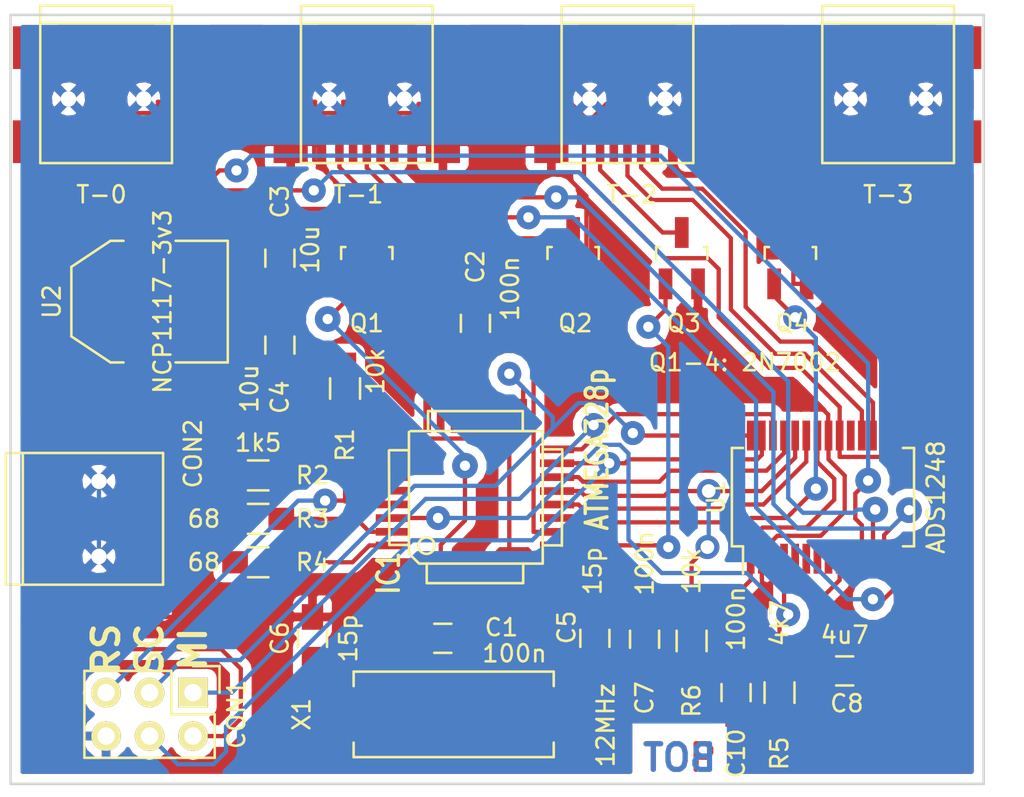
<source format=kicad_pcb>
(kicad_pcb (version 4) (host pcbnew "(2015-11-24 BZR 6329)-product")

  (general
    (links 113)
    (no_connects 0)
    (area 122.606999 31.420999 179.653001 76.529001)
    (thickness 1.6)
    (drawings 9)
    (tracks 575)
    (zones 0)
    (modules 29)
    (nets 37)
  )

  (page A4)
  (layers
    (0 F.Cu signal)
    (31 B.Cu signal)
    (32 B.Adhes user)
    (33 F.Adhes user)
    (34 B.Paste user)
    (35 F.Paste user)
    (36 B.SilkS user)
    (37 F.SilkS user)
    (38 B.Mask user)
    (39 F.Mask user)
    (40 Dwgs.User user)
    (41 Cmts.User user)
    (42 Eco1.User user)
    (43 Eco2.User user)
    (44 Edge.Cuts user)
    (45 Margin user)
    (46 B.CrtYd user)
    (47 F.CrtYd user)
    (48 B.Fab user)
    (49 F.Fab user)
  )

  (setup
    (last_trace_width 0.25)
    (trace_clearance 0.2)
    (zone_clearance 0.508)
    (zone_45_only no)
    (trace_min 0.2)
    (segment_width 0.2)
    (edge_width 0.15)
    (via_size 1.4)
    (via_drill 0.8)
    (via_min_size 0.4)
    (via_min_drill 0.3)
    (uvia_size 1.4)
    (uvia_drill 0.8)
    (uvias_allowed no)
    (uvia_min_size 0.2)
    (uvia_min_drill 0.1)
    (pcb_text_width 0.3)
    (pcb_text_size 1.5 1.5)
    (mod_edge_width 0.15)
    (mod_text_size 1 1)
    (mod_text_width 0.15)
    (pad_size 1.524 1.524)
    (pad_drill 0.762)
    (pad_to_mask_clearance 0)
    (aux_axis_origin 0 0)
    (visible_elements 7FFFFFFF)
    (pcbplotparams
      (layerselection 0x010f0_80000001)
      (usegerberextensions true)
      (usegerberattributes true)
      (excludeedgelayer true)
      (linewidth 0.100000)
      (plotframeref false)
      (viasonmask false)
      (mode 1)
      (useauxorigin false)
      (hpglpennumber 1)
      (hpglpenspeed 20)
      (hpglpendiameter 15)
      (hpglpenoverlay 2)
      (psnegative false)
      (psa4output false)
      (plotreference true)
      (plotvalue true)
      (plotinvisibletext false)
      (padsonsilk false)
      (subtractmaskfromsilk true)
      (outputformat 1)
      (mirror false)
      (drillshape 0)
      (scaleselection 1)
      (outputdirectory gerber/))
  )

  (net 0 "")
  (net 1 +3.3V)
  (net 2 GND)
  (net 3 "Net-(C2-Pad1)")
  (net 4 +5V)
  (net 5 /XTAL2)
  (net 6 /XTAL1)
  (net 7 "Net-(C8-Pad2)")
  (net 8 /D-)
  (net 9 /D+)
  (net 10 "Net-(CON3-Pad1)")
  (net 11 "Net-(CON3-Pad2)")
  (net 12 "Net-(CON3-Pad3)")
  (net 13 "Net-(CON3-Pad5)")
  (net 14 "Net-(CON4-Pad2)")
  (net 15 "Net-(CON4-Pad3)")
  (net 16 "Net-(CON4-Pad5)")
  (net 17 "Net-(CON5-Pad2)")
  (net 18 "Net-(CON5-Pad3)")
  (net 19 "Net-(CON5-Pad5)")
  (net 20 "Net-(CON6-Pad2)")
  (net 21 "Net-(CON6-Pad3)")
  (net 22 "Net-(CON6-Pad5)")
  (net 23 /ch01_activate)
  (net 24 /ADS_SCLK)
  (net 25 /AVR_D+)
  (net 26 /AVR_D-)
  (net 27 /ADS_RESET)
  (net 28 /AVR_RESET)
  (net 29 /ch23_activate)
  (net 30 /ch45_activate)
  (net 31 /ch67_activate)
  (net 32 /ADS_START)
  (net 33 /ADS_CS)
  (net 34 /ADS_DRDY)
  (net 35 /ADS_DIN)
  (net 36 /ADS_DOUT)

  (net_class Default "This is the default net class."
    (clearance 0.2)
    (trace_width 0.25)
    (via_dia 1.4)
    (via_drill 0.8)
    (uvia_dia 1.4)
    (uvia_drill 0.8)
    (add_net +3.3V)
    (add_net +5V)
    (add_net /ADS_CS)
    (add_net /ADS_DIN)
    (add_net /ADS_DOUT)
    (add_net /ADS_DRDY)
    (add_net /ADS_RESET)
    (add_net /ADS_SCLK)
    (add_net /ADS_START)
    (add_net /AVR_D+)
    (add_net /AVR_D-)
    (add_net /AVR_RESET)
    (add_net /D+)
    (add_net /D-)
    (add_net /XTAL1)
    (add_net /XTAL2)
    (add_net /ch01_activate)
    (add_net /ch23_activate)
    (add_net /ch45_activate)
    (add_net /ch67_activate)
    (add_net GND)
    (add_net "Net-(C2-Pad1)")
    (add_net "Net-(C8-Pad2)")
    (add_net "Net-(CON3-Pad1)")
    (add_net "Net-(CON3-Pad2)")
    (add_net "Net-(CON3-Pad3)")
    (add_net "Net-(CON3-Pad5)")
    (add_net "Net-(CON4-Pad2)")
    (add_net "Net-(CON4-Pad3)")
    (add_net "Net-(CON4-Pad5)")
    (add_net "Net-(CON5-Pad2)")
    (add_net "Net-(CON5-Pad3)")
    (add_net "Net-(CON5-Pad5)")
    (add_net "Net-(CON6-Pad2)")
    (add_net "Net-(CON6-Pad3)")
    (add_net "Net-(CON6-Pad5)")
  )

  (module Capacitors_SMD:C_0805_HandSoldering (layer F.Cu) (tedit 5661FD89) (tstamp 5661F981)
    (at 147.955 67.945 180)
    (descr "Capacitor SMD 0805, hand soldering")
    (tags "capacitor 0805")
    (path /5661C638)
    (attr smd)
    (fp_text reference C1 (at -3.429 0.635 180) (layer F.SilkS)
      (effects (font (size 1 1) (thickness 0.15)))
    )
    (fp_text value 100n (at -4.191 -0.889 180) (layer F.SilkS)
      (effects (font (size 1 1) (thickness 0.15)))
    )
    (fp_line (start -2.3 -1) (end 2.3 -1) (layer F.CrtYd) (width 0.05))
    (fp_line (start -2.3 1) (end 2.3 1) (layer F.CrtYd) (width 0.05))
    (fp_line (start -2.3 -1) (end -2.3 1) (layer F.CrtYd) (width 0.05))
    (fp_line (start 2.3 -1) (end 2.3 1) (layer F.CrtYd) (width 0.05))
    (fp_line (start 0.5 -0.85) (end -0.5 -0.85) (layer F.SilkS) (width 0.15))
    (fp_line (start -0.5 0.85) (end 0.5 0.85) (layer F.SilkS) (width 0.15))
    (pad 1 smd rect (at -1.25 0 180) (size 1.5 1.25) (layers F.Cu F.Paste F.Mask)
      (net 1 +3.3V))
    (pad 2 smd rect (at 1.25 0 180) (size 1.5 1.25) (layers F.Cu F.Paste F.Mask)
      (net 2 GND))
    (model Capacitors_SMD.3dshapes/C_0805_HandSoldering.wrl
      (at (xyz 0 0 0))
      (scale (xyz 1 1 1))
      (rotate (xyz 0 0 0))
    )
  )

  (module Capacitors_SMD:C_0805_HandSoldering (layer F.Cu) (tedit 5661FD5B) (tstamp 5661F987)
    (at 149.86 49.53 90)
    (descr "Capacitor SMD 0805, hand soldering")
    (tags "capacitor 0805")
    (path /5661C597)
    (attr smd)
    (fp_text reference C2 (at 3.302 0 90) (layer F.SilkS)
      (effects (font (size 1 1) (thickness 0.15)))
    )
    (fp_text value 100n (at 2.032 2.032 90) (layer F.SilkS)
      (effects (font (size 1 1) (thickness 0.15)))
    )
    (fp_line (start -2.3 -1) (end 2.3 -1) (layer F.CrtYd) (width 0.05))
    (fp_line (start -2.3 1) (end 2.3 1) (layer F.CrtYd) (width 0.05))
    (fp_line (start -2.3 -1) (end -2.3 1) (layer F.CrtYd) (width 0.05))
    (fp_line (start 2.3 -1) (end 2.3 1) (layer F.CrtYd) (width 0.05))
    (fp_line (start 0.5 -0.85) (end -0.5 -0.85) (layer F.SilkS) (width 0.15))
    (fp_line (start -0.5 0.85) (end 0.5 0.85) (layer F.SilkS) (width 0.15))
    (pad 1 smd rect (at -1.25 0 90) (size 1.5 1.25) (layers F.Cu F.Paste F.Mask)
      (net 3 "Net-(C2-Pad1)"))
    (pad 2 smd rect (at 1.25 0 90) (size 1.5 1.25) (layers F.Cu F.Paste F.Mask)
      (net 2 GND))
    (model Capacitors_SMD.3dshapes/C_0805_HandSoldering.wrl
      (at (xyz 0 0 0))
      (scale (xyz 1 1 1))
      (rotate (xyz 0 0 0))
    )
  )

  (module Capacitors_SMD:C_0805_HandSoldering (layer F.Cu) (tedit 5661FD63) (tstamp 5661F98D)
    (at 138.43 45.72 90)
    (descr "Capacitor SMD 0805, hand soldering")
    (tags "capacitor 0805")
    (path /5661B3F5)
    (attr smd)
    (fp_text reference C3 (at 3.302 0 90) (layer F.SilkS)
      (effects (font (size 1 1) (thickness 0.15)))
    )
    (fp_text value 10u (at 0.508 1.778 90) (layer F.SilkS)
      (effects (font (size 1 1) (thickness 0.15)))
    )
    (fp_line (start -2.3 -1) (end 2.3 -1) (layer F.CrtYd) (width 0.05))
    (fp_line (start -2.3 1) (end 2.3 1) (layer F.CrtYd) (width 0.05))
    (fp_line (start -2.3 -1) (end -2.3 1) (layer F.CrtYd) (width 0.05))
    (fp_line (start 2.3 -1) (end 2.3 1) (layer F.CrtYd) (width 0.05))
    (fp_line (start 0.5 -0.85) (end -0.5 -0.85) (layer F.SilkS) (width 0.15))
    (fp_line (start -0.5 0.85) (end 0.5 0.85) (layer F.SilkS) (width 0.15))
    (pad 1 smd rect (at -1.25 0 90) (size 1.5 1.25) (layers F.Cu F.Paste F.Mask)
      (net 4 +5V))
    (pad 2 smd rect (at 1.25 0 90) (size 1.5 1.25) (layers F.Cu F.Paste F.Mask)
      (net 2 GND))
    (model Capacitors_SMD.3dshapes/C_0805_HandSoldering.wrl
      (at (xyz 0 0 0))
      (scale (xyz 1 1 1))
      (rotate (xyz 0 0 0))
    )
  )

  (module Capacitors_SMD:C_0805_HandSoldering (layer F.Cu) (tedit 5661FD4D) (tstamp 5661F993)
    (at 138.43 50.8 270)
    (descr "Capacitor SMD 0805, hand soldering")
    (tags "capacitor 0805")
    (path /5661B4E3)
    (attr smd)
    (fp_text reference C4 (at 3.048 0 270) (layer F.SilkS)
      (effects (font (size 1 1) (thickness 0.15)))
    )
    (fp_text value 10u (at 2.54 1.778 270) (layer F.SilkS)
      (effects (font (size 1 1) (thickness 0.15)))
    )
    (fp_line (start -2.3 -1) (end 2.3 -1) (layer F.CrtYd) (width 0.05))
    (fp_line (start -2.3 1) (end 2.3 1) (layer F.CrtYd) (width 0.05))
    (fp_line (start -2.3 -1) (end -2.3 1) (layer F.CrtYd) (width 0.05))
    (fp_line (start 2.3 -1) (end 2.3 1) (layer F.CrtYd) (width 0.05))
    (fp_line (start 0.5 -0.85) (end -0.5 -0.85) (layer F.SilkS) (width 0.15))
    (fp_line (start -0.5 0.85) (end 0.5 0.85) (layer F.SilkS) (width 0.15))
    (pad 1 smd rect (at -1.25 0 270) (size 1.5 1.25) (layers F.Cu F.Paste F.Mask)
      (net 1 +3.3V))
    (pad 2 smd rect (at 1.25 0 270) (size 1.5 1.25) (layers F.Cu F.Paste F.Mask)
      (net 2 GND))
    (model Capacitors_SMD.3dshapes/C_0805_HandSoldering.wrl
      (at (xyz 0 0 0))
      (scale (xyz 1 1 1))
      (rotate (xyz 0 0 0))
    )
  )

  (module Capacitors_SMD:C_0805_HandSoldering (layer F.Cu) (tedit 5661FD00) (tstamp 5661F999)
    (at 156.845 67.945 90)
    (descr "Capacitor SMD 0805, hand soldering")
    (tags "capacitor 0805")
    (path /5661A975)
    (attr smd)
    (fp_text reference C5 (at 0.635 -1.651 90) (layer F.SilkS)
      (effects (font (size 1 1) (thickness 0.15)))
    )
    (fp_text value 15p (at 3.937 -0.127 90) (layer F.SilkS)
      (effects (font (size 1 1) (thickness 0.15)))
    )
    (fp_line (start -2.3 -1) (end 2.3 -1) (layer F.CrtYd) (width 0.05))
    (fp_line (start -2.3 1) (end 2.3 1) (layer F.CrtYd) (width 0.05))
    (fp_line (start -2.3 -1) (end -2.3 1) (layer F.CrtYd) (width 0.05))
    (fp_line (start 2.3 -1) (end 2.3 1) (layer F.CrtYd) (width 0.05))
    (fp_line (start 0.5 -0.85) (end -0.5 -0.85) (layer F.SilkS) (width 0.15))
    (fp_line (start -0.5 0.85) (end 0.5 0.85) (layer F.SilkS) (width 0.15))
    (pad 1 smd rect (at -1.25 0 90) (size 1.5 1.25) (layers F.Cu F.Paste F.Mask)
      (net 5 /XTAL2))
    (pad 2 smd rect (at 1.25 0 90) (size 1.5 1.25) (layers F.Cu F.Paste F.Mask)
      (net 2 GND))
    (model Capacitors_SMD.3dshapes/C_0805_HandSoldering.wrl
      (at (xyz 0 0 0))
      (scale (xyz 1 1 1))
      (rotate (xyz 0 0 0))
    )
  )

  (module Capacitors_SMD:C_0805_HandSoldering (layer F.Cu) (tedit 5661FD68) (tstamp 5661F99F)
    (at 140.335 67.945 90)
    (descr "Capacitor SMD 0805, hand soldering")
    (tags "capacitor 0805")
    (path /5661A9EC)
    (attr smd)
    (fp_text reference C6 (at 0 -1.905 90) (layer F.SilkS)
      (effects (font (size 1 1) (thickness 0.15)))
    )
    (fp_text value 15p (at 0 2.1 90) (layer F.SilkS)
      (effects (font (size 1 1) (thickness 0.15)))
    )
    (fp_line (start -2.3 -1) (end 2.3 -1) (layer F.CrtYd) (width 0.05))
    (fp_line (start -2.3 1) (end 2.3 1) (layer F.CrtYd) (width 0.05))
    (fp_line (start -2.3 -1) (end -2.3 1) (layer F.CrtYd) (width 0.05))
    (fp_line (start 2.3 -1) (end 2.3 1) (layer F.CrtYd) (width 0.05))
    (fp_line (start 0.5 -0.85) (end -0.5 -0.85) (layer F.SilkS) (width 0.15))
    (fp_line (start -0.5 0.85) (end 0.5 0.85) (layer F.SilkS) (width 0.15))
    (pad 1 smd rect (at -1.25 0 90) (size 1.5 1.25) (layers F.Cu F.Paste F.Mask)
      (net 6 /XTAL1))
    (pad 2 smd rect (at 1.25 0 90) (size 1.5 1.25) (layers F.Cu F.Paste F.Mask)
      (net 2 GND))
    (model Capacitors_SMD.3dshapes/C_0805_HandSoldering.wrl
      (at (xyz 0 0 0))
      (scale (xyz 1 1 1))
      (rotate (xyz 0 0 0))
    )
  )

  (module Capacitors_SMD:C_0805_HandSoldering (layer F.Cu) (tedit 566596CB) (tstamp 5661F9A5)
    (at 159.75 68 270)
    (descr "Capacitor SMD 0805, hand soldering")
    (tags "capacitor 0805")
    (path /56620970)
    (attr smd)
    (fp_text reference C7 (at 3.429 0 270) (layer F.SilkS)
      (effects (font (size 1 1) (thickness 0.15)))
    )
    (fp_text value 100n (at -4.445 -0.016 270) (layer F.SilkS)
      (effects (font (size 1 1) (thickness 0.15)))
    )
    (fp_line (start -2.3 -1) (end 2.3 -1) (layer F.CrtYd) (width 0.05))
    (fp_line (start -2.3 1) (end 2.3 1) (layer F.CrtYd) (width 0.05))
    (fp_line (start -2.3 -1) (end -2.3 1) (layer F.CrtYd) (width 0.05))
    (fp_line (start 2.3 -1) (end 2.3 1) (layer F.CrtYd) (width 0.05))
    (fp_line (start 0.5 -0.85) (end -0.5 -0.85) (layer F.SilkS) (width 0.15))
    (fp_line (start -0.5 0.85) (end 0.5 0.85) (layer F.SilkS) (width 0.15))
    (pad 1 smd rect (at -1.25 0 270) (size 1.5 1.25) (layers F.Cu F.Paste F.Mask)
      (net 1 +3.3V))
    (pad 2 smd rect (at 1.25 0 270) (size 1.5 1.25) (layers F.Cu F.Paste F.Mask)
      (net 2 GND))
    (model Capacitors_SMD.3dshapes/C_0805_HandSoldering.wrl
      (at (xyz 0 0 0))
      (scale (xyz 1 1 1))
      (rotate (xyz 0 0 0))
    )
  )

  (module Capacitors_SMD:C_0805_HandSoldering (layer F.Cu) (tedit 566596D2) (tstamp 5661F9AB)
    (at 171.45 69.85 180)
    (descr "Capacitor SMD 0805, hand soldering")
    (tags "capacitor 0805")
    (path /5661C866)
    (attr smd)
    (fp_text reference C8 (at -0.127 -1.905 180) (layer F.SilkS)
      (effects (font (size 1 1) (thickness 0.15)))
    )
    (fp_text value 4u7 (at 0 2.1 180) (layer F.SilkS)
      (effects (font (size 1 1) (thickness 0.15)))
    )
    (fp_line (start -2.3 -1) (end 2.3 -1) (layer F.CrtYd) (width 0.05))
    (fp_line (start -2.3 1) (end 2.3 1) (layer F.CrtYd) (width 0.05))
    (fp_line (start -2.3 -1) (end -2.3 1) (layer F.CrtYd) (width 0.05))
    (fp_line (start 2.3 -1) (end 2.3 1) (layer F.CrtYd) (width 0.05))
    (fp_line (start 0.5 -0.85) (end -0.5 -0.85) (layer F.SilkS) (width 0.15))
    (fp_line (start -0.5 0.85) (end 0.5 0.85) (layer F.SilkS) (width 0.15))
    (pad 1 smd rect (at -1.25 0 180) (size 1.5 1.25) (layers F.Cu F.Paste F.Mask)
      (net 2 GND))
    (pad 2 smd rect (at 1.25 0 180) (size 1.5 1.25) (layers F.Cu F.Paste F.Mask)
      (net 7 "Net-(C8-Pad2)"))
    (model Capacitors_SMD.3dshapes/C_0805_HandSoldering.wrl
      (at (xyz 0 0 0))
      (scale (xyz 1 1 1))
      (rotate (xyz 0 0 0))
    )
  )

  (module Capacitors_SMD:C_0805_HandSoldering (layer F.Cu) (tedit 566596BD) (tstamp 5661F9B7)
    (at 165.1 71.12 90)
    (descr "Capacitor SMD 0805, hand soldering")
    (tags "capacitor 0805")
    (path /566207C9)
    (attr smd)
    (fp_text reference C10 (at -3.556 0 90) (layer F.SilkS)
      (effects (font (size 1 1) (thickness 0.15)))
    )
    (fp_text value 100n (at 4.318 0 90) (layer F.SilkS)
      (effects (font (size 1 1) (thickness 0.15)))
    )
    (fp_line (start -2.3 -1) (end 2.3 -1) (layer F.CrtYd) (width 0.05))
    (fp_line (start -2.3 1) (end 2.3 1) (layer F.CrtYd) (width 0.05))
    (fp_line (start -2.3 -1) (end -2.3 1) (layer F.CrtYd) (width 0.05))
    (fp_line (start 2.3 -1) (end 2.3 1) (layer F.CrtYd) (width 0.05))
    (fp_line (start 0.5 -0.85) (end -0.5 -0.85) (layer F.SilkS) (width 0.15))
    (fp_line (start -0.5 0.85) (end 0.5 0.85) (layer F.SilkS) (width 0.15))
    (pad 1 smd rect (at -1.25 0 90) (size 1.5 1.25) (layers F.Cu F.Paste F.Mask)
      (net 2 GND))
    (pad 2 smd rect (at 1.25 0 90) (size 1.5 1.25) (layers F.Cu F.Paste F.Mask)
      (net 1 +3.3V))
    (model Capacitors_SMD.3dshapes/C_0805_HandSoldering.wrl
      (at (xyz 0 0 0))
      (scale (xyz 1 1 1))
      (rotate (xyz 0 0 0))
    )
  )

  (module libcms:TQFP32 (layer F.Cu) (tedit 57758570) (tstamp 5661FA26)
    (at 149.86 59.69 90)
    (path /56619310)
    (fp_text reference IC1 (at -4.445 -5.08 90) (layer F.SilkS)
      (effects (font (size 1.27 1.016) (thickness 0.2032)))
    )
    (fp_text value ATMEGA328p (at 2.794 7.112 270) (layer F.SilkS)
      (effects (font (size 1.27 1.016) (thickness 0.2032)))
    )
    (fp_line (start 5.0292 2.7686) (end 3.8862 2.7686) (layer F.SilkS) (width 0.1524))
    (fp_line (start 5.0292 -2.7686) (end 3.9116 -2.7686) (layer F.SilkS) (width 0.1524))
    (fp_line (start 5.0292 2.7686) (end 5.0292 -2.7686) (layer F.SilkS) (width 0.1524))
    (fp_line (start 2.794 3.9624) (end 2.794 5.0546) (layer F.SilkS) (width 0.1524))
    (fp_line (start -2.8194 3.9878) (end -2.8194 5.0546) (layer F.SilkS) (width 0.1524))
    (fp_line (start -2.8448 5.0546) (end 2.794 5.08) (layer F.SilkS) (width 0.1524))
    (fp_line (start -2.794 -5.0292) (end 2.7178 -5.0546) (layer F.SilkS) (width 0.1524))
    (fp_line (start -3.8862 -3.2766) (end -3.8862 3.9116) (layer F.SilkS) (width 0.1524))
    (fp_line (start 2.7432 -5.0292) (end 2.7432 -3.9878) (layer F.SilkS) (width 0.1524))
    (fp_line (start -3.2512 -3.8862) (end 3.81 -3.8862) (layer F.SilkS) (width 0.1524))
    (fp_line (start 3.8608 3.937) (end 3.8608 -3.7846) (layer F.SilkS) (width 0.1524))
    (fp_line (start -3.8862 3.937) (end 3.7338 3.937) (layer F.SilkS) (width 0.1524))
    (fp_line (start -5.0292 -2.8448) (end -5.0292 2.794) (layer F.SilkS) (width 0.1524))
    (fp_line (start -5.0292 2.794) (end -3.8862 2.794) (layer F.SilkS) (width 0.1524))
    (fp_line (start -3.87604 -3.302) (end -3.29184 -3.8862) (layer F.SilkS) (width 0.1524))
    (fp_line (start -5.02412 -2.8448) (end -3.87604 -2.8448) (layer F.SilkS) (width 0.1524))
    (fp_line (start -2.794 -3.8862) (end -2.794 -5.03428) (layer F.SilkS) (width 0.1524))
    (fp_circle (center -2.83972 -2.86004) (end -2.43332 -2.60604) (layer F.SilkS) (width 0.1524))
    (pad 8 smd rect (at -4.81584 2.77622 90) (size 1.99898 0.44958) (layers F.Cu F.Paste F.Mask)
      (net 5 /XTAL2))
    (pad 7 smd rect (at -4.81584 1.97612 90) (size 1.99898 0.44958) (layers F.Cu F.Paste F.Mask)
      (net 6 /XTAL1))
    (pad 6 smd rect (at -4.81584 1.17602 90) (size 1.99898 0.44958) (layers F.Cu F.Paste F.Mask)
      (net 1 +3.3V))
    (pad 5 smd rect (at -4.81584 0.37592 90) (size 1.99898 0.44958) (layers F.Cu F.Paste F.Mask)
      (net 2 GND))
    (pad 4 smd rect (at -4.81584 -0.42418 90) (size 1.99898 0.44958) (layers F.Cu F.Paste F.Mask)
      (net 1 +3.3V))
    (pad 3 smd rect (at -4.81584 -1.22428 90) (size 1.99898 0.44958) (layers F.Cu F.Paste F.Mask)
      (net 2 GND))
    (pad 2 smd rect (at -4.81584 -2.02438 90) (size 1.99898 0.44958) (layers F.Cu F.Paste F.Mask)
      (net 23 /ch01_activate))
    (pad 1 smd rect (at -4.81584 -2.82448 90) (size 1.99898 0.44958) (layers F.Cu F.Paste F.Mask))
    (pad 24 smd rect (at 4.7498 -2.8194 90) (size 1.99898 0.44958) (layers F.Cu F.Paste F.Mask))
    (pad 17 smd rect (at 4.7498 2.794 90) (size 1.99898 0.44958) (layers F.Cu F.Paste F.Mask)
      (net 24 /ADS_SCLK))
    (pad 18 smd rect (at 4.7498 1.9812 90) (size 1.99898 0.44958) (layers F.Cu F.Paste F.Mask)
      (net 1 +3.3V))
    (pad 19 smd rect (at 4.7498 1.1684 90) (size 1.99898 0.44958) (layers F.Cu F.Paste F.Mask))
    (pad 20 smd rect (at 4.7498 0.381 90) (size 1.99898 0.44958) (layers F.Cu F.Paste F.Mask)
      (net 3 "Net-(C2-Pad1)"))
    (pad 21 smd rect (at 4.7498 -0.4318 90) (size 1.99898 0.44958) (layers F.Cu F.Paste F.Mask)
      (net 2 GND))
    (pad 22 smd rect (at 4.7498 -1.2192 90) (size 1.99898 0.44958) (layers F.Cu F.Paste F.Mask))
    (pad 23 smd rect (at 4.7498 -2.032 90) (size 1.99898 0.44958) (layers F.Cu F.Paste F.Mask))
    (pad 32 smd rect (at -2.82448 -4.826 90) (size 0.44958 1.99898) (layers F.Cu F.Paste F.Mask)
      (net 25 /AVR_D+))
    (pad 31 smd rect (at -2.02692 -4.826 90) (size 0.44958 1.99898) (layers F.Cu F.Paste F.Mask)
      (net 26 /AVR_D-))
    (pad 30 smd rect (at -1.22428 -4.826 90) (size 0.44958 1.99898) (layers F.Cu F.Paste F.Mask)
      (net 27 /ADS_RESET))
    (pad 29 smd rect (at -0.42672 -4.826 90) (size 0.44958 1.99898) (layers F.Cu F.Paste F.Mask)
      (net 28 /AVR_RESET))
    (pad 28 smd rect (at 0.37592 -4.826 90) (size 0.44958 1.99898) (layers F.Cu F.Paste F.Mask))
    (pad 27 smd rect (at 1.17348 -4.826 90) (size 0.44958 1.99898) (layers F.Cu F.Paste F.Mask))
    (pad 26 smd rect (at 1.97612 -4.826 90) (size 0.44958 1.99898) (layers F.Cu F.Paste F.Mask))
    (pad 25 smd rect (at 2.77368 -4.826 90) (size 0.44958 1.99898) (layers F.Cu F.Paste F.Mask))
    (pad 9 smd rect (at -2.8194 4.7752 90) (size 0.44958 1.99898) (layers F.Cu F.Paste F.Mask)
      (net 29 /ch23_activate))
    (pad 10 smd rect (at -2.032 4.7752 90) (size 0.44958 1.99898) (layers F.Cu F.Paste F.Mask)
      (net 30 /ch45_activate))
    (pad 11 smd rect (at -1.2192 4.7752 90) (size 0.44958 1.99898) (layers F.Cu F.Paste F.Mask)
      (net 31 /ch67_activate))
    (pad 12 smd rect (at -0.4318 4.7752 90) (size 0.44958 1.99898) (layers F.Cu F.Paste F.Mask)
      (net 32 /ADS_START))
    (pad 13 smd rect (at 0.3556 4.7752 90) (size 0.44958 1.99898) (layers F.Cu F.Paste F.Mask)
      (net 33 /ADS_CS))
    (pad 14 smd rect (at 1.1684 4.7752 90) (size 0.44958 1.99898) (layers F.Cu F.Paste F.Mask)
      (net 34 /ADS_DRDY))
    (pad 15 smd rect (at 1.9812 4.7752 90) (size 0.44958 1.99898) (layers F.Cu F.Paste F.Mask)
      (net 35 /ADS_DIN))
    (pad 16 smd rect (at 2.794 4.7752 90) (size 0.44958 1.99898) (layers F.Cu F.Paste F.Mask)
      (net 36 /ADS_DOUT))
    (model smd/tqfp32.wrl
      (at (xyz 0 0 0))
      (scale (xyz 1 1 1))
      (rotate (xyz 0 0 0))
    )
  )

  (module localfootprints:SOT-23_GSD_Handsoldering (layer F.Cu) (tedit 5661F547) (tstamp 5661FA2D)
    (at 143.51 45.72)
    (descr "SOT-23, Handsoldering")
    (tags SOT-23)
    (path /56626067)
    (attr smd)
    (fp_text reference Q1 (at 0 3.81) (layer F.SilkS)
      (effects (font (size 1 1) (thickness 0.15)))
    )
    (fp_text value MOS_N (at 0 3.81) (layer F.Fab)
      (effects (font (size 1 1) (thickness 0.15)))
    )
    (fp_line (start -1.49982 0.0508) (end -1.49982 -0.65024) (layer F.SilkS) (width 0.15))
    (fp_line (start -1.49982 -0.65024) (end -1.2509 -0.65024) (layer F.SilkS) (width 0.15))
    (fp_line (start 1.29916 -0.65024) (end 1.49982 -0.65024) (layer F.SilkS) (width 0.15))
    (fp_line (start 1.49982 -0.65024) (end 1.49982 0.0508) (layer F.SilkS) (width 0.15))
    (pad G smd rect (at -0.95 1.50114) (size 0.8001 1.80086) (layers F.Cu F.Paste F.Mask)
      (net 23 /ch01_activate))
    (pad S smd rect (at 0.95 1.50114) (size 0.8001 1.80086) (layers F.Cu F.Paste F.Mask)
      (net 2 GND))
    (pad D smd rect (at 0 -1.50114) (size 0.8001 1.80086) (layers F.Cu F.Paste F.Mask)
      (net 13 "Net-(CON3-Pad5)"))
    (model Housings_SOT-23_SOT-143_TSOT-6.3dshapes/SOT-23_Handsoldering.wrl
      (at (xyz 0 0 0))
      (scale (xyz 1 1 1))
      (rotate (xyz 0 0 0))
    )
  )

  (module localfootprints:SOT-23_GSD_Handsoldering (layer F.Cu) (tedit 5661F547) (tstamp 5661FA34)
    (at 155.575 45.72)
    (descr "SOT-23, Handsoldering")
    (tags SOT-23)
    (path /566260EC)
    (attr smd)
    (fp_text reference Q2 (at 0.127 3.81) (layer F.SilkS)
      (effects (font (size 1 1) (thickness 0.15)))
    )
    (fp_text value MOS_N (at 0 3.81) (layer F.Fab)
      (effects (font (size 1 1) (thickness 0.15)))
    )
    (fp_line (start -1.49982 0.0508) (end -1.49982 -0.65024) (layer F.SilkS) (width 0.15))
    (fp_line (start -1.49982 -0.65024) (end -1.2509 -0.65024) (layer F.SilkS) (width 0.15))
    (fp_line (start 1.29916 -0.65024) (end 1.49982 -0.65024) (layer F.SilkS) (width 0.15))
    (fp_line (start 1.49982 -0.65024) (end 1.49982 0.0508) (layer F.SilkS) (width 0.15))
    (pad G smd rect (at -0.95 1.50114) (size 0.8001 1.80086) (layers F.Cu F.Paste F.Mask)
      (net 30 /ch45_activate))
    (pad S smd rect (at 0.95 1.50114) (size 0.8001 1.80086) (layers F.Cu F.Paste F.Mask)
      (net 2 GND))
    (pad D smd rect (at 0 -1.50114) (size 0.8001 1.80086) (layers F.Cu F.Paste F.Mask)
      (net 16 "Net-(CON4-Pad5)"))
    (model Housings_SOT-23_SOT-143_TSOT-6.3dshapes/SOT-23_Handsoldering.wrl
      (at (xyz 0 0 0))
      (scale (xyz 1 1 1))
      (rotate (xyz 0 0 0))
    )
  )

  (module localfootprints:SOT-23_GSD_Handsoldering (layer F.Cu) (tedit 5661F547) (tstamp 5661FA3B)
    (at 161.925 45.72)
    (descr "SOT-23, Handsoldering")
    (tags SOT-23)
    (path /5662625A)
    (attr smd)
    (fp_text reference Q3 (at 0.127 3.81) (layer F.SilkS)
      (effects (font (size 1 1) (thickness 0.15)))
    )
    (fp_text value MOS_N (at 0 3.81) (layer F.Fab)
      (effects (font (size 1 1) (thickness 0.15)))
    )
    (fp_line (start -1.49982 0.0508) (end -1.49982 -0.65024) (layer F.SilkS) (width 0.15))
    (fp_line (start -1.49982 -0.65024) (end -1.2509 -0.65024) (layer F.SilkS) (width 0.15))
    (fp_line (start 1.29916 -0.65024) (end 1.49982 -0.65024) (layer F.SilkS) (width 0.15))
    (fp_line (start 1.49982 -0.65024) (end 1.49982 0.0508) (layer F.SilkS) (width 0.15))
    (pad G smd rect (at -0.95 1.50114) (size 0.8001 1.80086) (layers F.Cu F.Paste F.Mask)
      (net 29 /ch23_activate))
    (pad S smd rect (at 0.95 1.50114) (size 0.8001 1.80086) (layers F.Cu F.Paste F.Mask)
      (net 2 GND))
    (pad D smd rect (at 0 -1.50114) (size 0.8001 1.80086) (layers F.Cu F.Paste F.Mask)
      (net 19 "Net-(CON5-Pad5)"))
    (model Housings_SOT-23_SOT-143_TSOT-6.3dshapes/SOT-23_Handsoldering.wrl
      (at (xyz 0 0 0))
      (scale (xyz 1 1 1))
      (rotate (xyz 0 0 0))
    )
  )

  (module localfootprints:SOT-23_GSD_Handsoldering (layer F.Cu) (tedit 57758518) (tstamp 5661FA42)
    (at 168.275 45.72)
    (descr "SOT-23, Handsoldering")
    (tags SOT-23)
    (path /5662618B)
    (attr smd)
    (fp_text reference Q4 (at 0.127 3.81) (layer F.SilkS)
      (effects (font (size 1 1) (thickness 0.15)))
    )
    (fp_text value "Q1-4: 2N7002" (at -2.667 6.096) (layer F.SilkS)
      (effects (font (size 1 1) (thickness 0.15)))
    )
    (fp_line (start -1.49982 0.0508) (end -1.49982 -0.65024) (layer F.SilkS) (width 0.15))
    (fp_line (start -1.49982 -0.65024) (end -1.2509 -0.65024) (layer F.SilkS) (width 0.15))
    (fp_line (start 1.29916 -0.65024) (end 1.49982 -0.65024) (layer F.SilkS) (width 0.15))
    (fp_line (start 1.49982 -0.65024) (end 1.49982 0.0508) (layer F.SilkS) (width 0.15))
    (pad G smd rect (at -0.95 1.50114) (size 0.8001 1.80086) (layers F.Cu F.Paste F.Mask)
      (net 31 /ch67_activate))
    (pad S smd rect (at 0.95 1.50114) (size 0.8001 1.80086) (layers F.Cu F.Paste F.Mask)
      (net 2 GND))
    (pad D smd rect (at 0 -1.50114) (size 0.8001 1.80086) (layers F.Cu F.Paste F.Mask)
      (net 22 "Net-(CON6-Pad5)"))
    (model Housings_SOT-23_SOT-143_TSOT-6.3dshapes/SOT-23_Handsoldering.wrl
      (at (xyz 0 0 0))
      (scale (xyz 1 1 1))
      (rotate (xyz 0 0 0))
    )
  )

  (module Resistors_SMD:R_0805_HandSoldering (layer F.Cu) (tedit 5661FD54) (tstamp 5661FA48)
    (at 142.24 53.34 270)
    (descr "Resistor SMD 0805, hand soldering")
    (tags "resistor 0805")
    (path /5661B0FB)
    (attr smd)
    (fp_text reference R1 (at 3.302 0 270) (layer F.SilkS)
      (effects (font (size 1 1) (thickness 0.15)))
    )
    (fp_text value 10k (at -1.016 -1.778 270) (layer F.SilkS)
      (effects (font (size 1 1) (thickness 0.15)))
    )
    (fp_line (start -2.4 -1) (end 2.4 -1) (layer F.CrtYd) (width 0.05))
    (fp_line (start -2.4 1) (end 2.4 1) (layer F.CrtYd) (width 0.05))
    (fp_line (start -2.4 -1) (end -2.4 1) (layer F.CrtYd) (width 0.05))
    (fp_line (start 2.4 -1) (end 2.4 1) (layer F.CrtYd) (width 0.05))
    (fp_line (start 0.6 0.875) (end -0.6 0.875) (layer F.SilkS) (width 0.15))
    (fp_line (start -0.6 -0.875) (end 0.6 -0.875) (layer F.SilkS) (width 0.15))
    (pad 1 smd rect (at -1.35 0 270) (size 1.5 1.3) (layers F.Cu F.Paste F.Mask)
      (net 1 +3.3V))
    (pad 2 smd rect (at 1.35 0 270) (size 1.5 1.3) (layers F.Cu F.Paste F.Mask)
      (net 28 /AVR_RESET))
    (model Resistors_SMD.3dshapes/R_0805_HandSoldering.wrl
      (at (xyz 0 0 0))
      (scale (xyz 1 1 1))
      (rotate (xyz 0 0 0))
    )
  )

  (module Resistors_SMD:R_0805_HandSoldering (layer F.Cu) (tedit 5661FC80) (tstamp 5661FA4E)
    (at 137.16 58.42 180)
    (descr "Resistor SMD 0805, hand soldering")
    (tags "resistor 0805")
    (path /5661BBD4)
    (attr smd)
    (fp_text reference R2 (at -3.175 0 180) (layer F.SilkS)
      (effects (font (size 1 1) (thickness 0.15)))
    )
    (fp_text value 1k5 (at 0 1.905 180) (layer F.SilkS)
      (effects (font (size 1 1) (thickness 0.15)))
    )
    (fp_line (start -2.4 -1) (end 2.4 -1) (layer F.CrtYd) (width 0.05))
    (fp_line (start -2.4 1) (end 2.4 1) (layer F.CrtYd) (width 0.05))
    (fp_line (start -2.4 -1) (end -2.4 1) (layer F.CrtYd) (width 0.05))
    (fp_line (start 2.4 -1) (end 2.4 1) (layer F.CrtYd) (width 0.05))
    (fp_line (start 0.6 0.875) (end -0.6 0.875) (layer F.SilkS) (width 0.15))
    (fp_line (start -0.6 -0.875) (end 0.6 -0.875) (layer F.SilkS) (width 0.15))
    (pad 1 smd rect (at -1.35 0 180) (size 1.5 1.3) (layers F.Cu F.Paste F.Mask)
      (net 1 +3.3V))
    (pad 2 smd rect (at 1.35 0 180) (size 1.5 1.3) (layers F.Cu F.Paste F.Mask)
      (net 26 /AVR_D-))
    (model Resistors_SMD.3dshapes/R_0805_HandSoldering.wrl
      (at (xyz 0 0 0))
      (scale (xyz 1 1 1))
      (rotate (xyz 0 0 0))
    )
  )

  (module Resistors_SMD:R_0805_HandSoldering (layer F.Cu) (tedit 5661FC6F) (tstamp 5661FA54)
    (at 137.16 60.96)
    (descr "Resistor SMD 0805, hand soldering")
    (tags "resistor 0805")
    (path /5661B8F2)
    (attr smd)
    (fp_text reference R3 (at 3.175 0) (layer F.SilkS)
      (effects (font (size 1 1) (thickness 0.15)))
    )
    (fp_text value 68 (at -3.175 0) (layer F.SilkS)
      (effects (font (size 1 1) (thickness 0.15)))
    )
    (fp_line (start -2.4 -1) (end 2.4 -1) (layer F.CrtYd) (width 0.05))
    (fp_line (start -2.4 1) (end 2.4 1) (layer F.CrtYd) (width 0.05))
    (fp_line (start -2.4 -1) (end -2.4 1) (layer F.CrtYd) (width 0.05))
    (fp_line (start 2.4 -1) (end 2.4 1) (layer F.CrtYd) (width 0.05))
    (fp_line (start 0.6 0.875) (end -0.6 0.875) (layer F.SilkS) (width 0.15))
    (fp_line (start -0.6 -0.875) (end 0.6 -0.875) (layer F.SilkS) (width 0.15))
    (pad 1 smd rect (at -1.35 0) (size 1.5 1.3) (layers F.Cu F.Paste F.Mask)
      (net 8 /D-))
    (pad 2 smd rect (at 1.35 0) (size 1.5 1.3) (layers F.Cu F.Paste F.Mask)
      (net 26 /AVR_D-))
    (model Resistors_SMD.3dshapes/R_0805_HandSoldering.wrl
      (at (xyz 0 0 0))
      (scale (xyz 1 1 1))
      (rotate (xyz 0 0 0))
    )
  )

  (module Resistors_SMD:R_0805_HandSoldering (layer F.Cu) (tedit 5661FC75) (tstamp 5661FA5A)
    (at 137.16 63.5)
    (descr "Resistor SMD 0805, hand soldering")
    (tags "resistor 0805")
    (path /5661B873)
    (attr smd)
    (fp_text reference R4 (at 3.175 0) (layer F.SilkS)
      (effects (font (size 1 1) (thickness 0.15)))
    )
    (fp_text value 68 (at -3.175 0) (layer F.SilkS)
      (effects (font (size 1 1) (thickness 0.15)))
    )
    (fp_line (start -2.4 -1) (end 2.4 -1) (layer F.CrtYd) (width 0.05))
    (fp_line (start -2.4 1) (end 2.4 1) (layer F.CrtYd) (width 0.05))
    (fp_line (start -2.4 -1) (end -2.4 1) (layer F.CrtYd) (width 0.05))
    (fp_line (start 2.4 -1) (end 2.4 1) (layer F.CrtYd) (width 0.05))
    (fp_line (start 0.6 0.875) (end -0.6 0.875) (layer F.SilkS) (width 0.15))
    (fp_line (start -0.6 -0.875) (end 0.6 -0.875) (layer F.SilkS) (width 0.15))
    (pad 1 smd rect (at -1.35 0) (size 1.5 1.3) (layers F.Cu F.Paste F.Mask)
      (net 9 /D+))
    (pad 2 smd rect (at 1.35 0) (size 1.5 1.3) (layers F.Cu F.Paste F.Mask)
      (net 25 /AVR_D+))
    (model Resistors_SMD.3dshapes/R_0805_HandSoldering.wrl
      (at (xyz 0 0 0))
      (scale (xyz 1 1 1))
      (rotate (xyz 0 0 0))
    )
  )

  (module Resistors_SMD:R_0805_HandSoldering (layer F.Cu) (tedit 566596C0) (tstamp 5661FA60)
    (at 167.64 71.12 270)
    (descr "Resistor SMD 0805, hand soldering")
    (tags "resistor 0805")
    (path /5662131E)
    (attr smd)
    (fp_text reference R5 (at 3.556 0 270) (layer F.SilkS)
      (effects (font (size 1 1) (thickness 0.15)))
    )
    (fp_text value 4k7 (at -4.064 0 270) (layer F.SilkS)
      (effects (font (size 1 1) (thickness 0.15)))
    )
    (fp_line (start -2.4 -1) (end 2.4 -1) (layer F.CrtYd) (width 0.05))
    (fp_line (start -2.4 1) (end 2.4 1) (layer F.CrtYd) (width 0.05))
    (fp_line (start -2.4 -1) (end -2.4 1) (layer F.CrtYd) (width 0.05))
    (fp_line (start 2.4 -1) (end 2.4 1) (layer F.CrtYd) (width 0.05))
    (fp_line (start 0.6 0.875) (end -0.6 0.875) (layer F.SilkS) (width 0.15))
    (fp_line (start -0.6 -0.875) (end 0.6 -0.875) (layer F.SilkS) (width 0.15))
    (pad 1 smd rect (at -1.35 0 270) (size 1.5 1.3) (layers F.Cu F.Paste F.Mask)
      (net 27 /ADS_RESET))
    (pad 2 smd rect (at 1.35 0 270) (size 1.5 1.3) (layers F.Cu F.Paste F.Mask)
      (net 2 GND))
    (model Resistors_SMD.3dshapes/R_0805_HandSoldering.wrl
      (at (xyz 0 0 0))
      (scale (xyz 1 1 1))
      (rotate (xyz 0 0 0))
    )
  )

  (module Housings_SSOP:SSOP-28_5.3x10.2mm_Pitch0.65mm (layer F.Cu) (tedit 566596D9) (tstamp 5661FA80)
    (at 170.18 59.69 90)
    (descr "28-Lead Plastic Shrink Small Outline (SS)-5.30 mm Body [SSOP] (see Microchip Packaging Specification 00000049BS.pdf)")
    (tags "SSOP 0.65")
    (path /5661A747)
    (attr smd)
    (fp_text reference U1 (at 0 -6.25 90) (layer F.SilkS)
      (effects (font (size 1 1) (thickness 0.15)))
    )
    (fp_text value ADS1248 (at 0 6.604 90) (layer F.SilkS)
      (effects (font (size 1 1) (thickness 0.15)))
    )
    (fp_line (start -4.75 -5.5) (end -4.75 5.5) (layer F.CrtYd) (width 0.05))
    (fp_line (start 4.75 -5.5) (end 4.75 5.5) (layer F.CrtYd) (width 0.05))
    (fp_line (start -4.75 -5.5) (end 4.75 -5.5) (layer F.CrtYd) (width 0.05))
    (fp_line (start -4.75 5.5) (end 4.75 5.5) (layer F.CrtYd) (width 0.05))
    (fp_line (start -2.875 -5.325) (end -2.875 -4.675) (layer F.SilkS) (width 0.15))
    (fp_line (start 2.875 -5.325) (end 2.875 -4.675) (layer F.SilkS) (width 0.15))
    (fp_line (start 2.875 5.325) (end 2.875 4.675) (layer F.SilkS) (width 0.15))
    (fp_line (start -2.875 5.325) (end -2.875 4.675) (layer F.SilkS) (width 0.15))
    (fp_line (start -2.875 -5.325) (end 2.875 -5.325) (layer F.SilkS) (width 0.15))
    (fp_line (start -2.875 5.325) (end 2.875 5.325) (layer F.SilkS) (width 0.15))
    (fp_line (start -2.875 -4.675) (end -4.475 -4.675) (layer F.SilkS) (width 0.15))
    (pad 1 smd rect (at -3.6 -4.225 90) (size 1.75 0.45) (layers F.Cu F.Paste F.Mask)
      (net 1 +3.3V))
    (pad 2 smd rect (at -3.6 -3.575 90) (size 1.75 0.45) (layers F.Cu F.Paste F.Mask)
      (net 2 GND))
    (pad 3 smd rect (at -3.6 -2.925 90) (size 1.75 0.45) (layers F.Cu F.Paste F.Mask)
      (net 2 GND))
    (pad 4 smd rect (at -3.6 -2.275 90) (size 1.75 0.45) (layers F.Cu F.Paste F.Mask)
      (net 27 /ADS_RESET))
    (pad 5 smd rect (at -3.6 -1.625 90) (size 1.75 0.45) (layers F.Cu F.Paste F.Mask))
    (pad 6 smd rect (at -3.6 -0.975 90) (size 1.75 0.45) (layers F.Cu F.Paste F.Mask))
    (pad 7 smd rect (at -3.6 -0.325 90) (size 1.75 0.45) (layers F.Cu F.Paste F.Mask))
    (pad 8 smd rect (at -3.6 0.325 90) (size 1.75 0.45) (layers F.Cu F.Paste F.Mask))
    (pad 9 smd rect (at -3.6 0.975 90) (size 1.75 0.45) (layers F.Cu F.Paste F.Mask)
      (net 7 "Net-(C8-Pad2)"))
    (pad 10 smd rect (at -3.6 1.625 90) (size 1.75 0.45) (layers F.Cu F.Paste F.Mask)
      (net 2 GND))
    (pad 11 smd rect (at -3.6 2.275 90) (size 1.75 0.45) (layers F.Cu F.Paste F.Mask)
      (net 11 "Net-(CON3-Pad2)"))
    (pad 12 smd rect (at -3.6 2.925 90) (size 1.75 0.45) (layers F.Cu F.Paste F.Mask)
      (net 12 "Net-(CON3-Pad3)"))
    (pad 13 smd rect (at -3.6 3.575 90) (size 1.75 0.45) (layers F.Cu F.Paste F.Mask)
      (net 14 "Net-(CON4-Pad2)"))
    (pad 14 smd rect (at -3.6 4.225 90) (size 1.75 0.45) (layers F.Cu F.Paste F.Mask)
      (net 15 "Net-(CON4-Pad3)"))
    (pad 15 smd rect (at 3.6 4.225 90) (size 1.75 0.45) (layers F.Cu F.Paste F.Mask)
      (net 20 "Net-(CON6-Pad2)"))
    (pad 16 smd rect (at 3.6 3.575 90) (size 1.75 0.45) (layers F.Cu F.Paste F.Mask)
      (net 21 "Net-(CON6-Pad3)"))
    (pad 17 smd rect (at 3.6 2.925 90) (size 1.75 0.45) (layers F.Cu F.Paste F.Mask)
      (net 17 "Net-(CON5-Pad2)"))
    (pad 18 smd rect (at 3.6 2.275 90) (size 1.75 0.45) (layers F.Cu F.Paste F.Mask)
      (net 18 "Net-(CON5-Pad3)"))
    (pad 19 smd rect (at 3.6 1.625 90) (size 1.75 0.45) (layers F.Cu F.Paste F.Mask))
    (pad 20 smd rect (at 3.6 0.975 90) (size 1.75 0.45) (layers F.Cu F.Paste F.Mask)
      (net 10 "Net-(CON3-Pad1)"))
    (pad 21 smd rect (at 3.6 0.325 90) (size 1.75 0.45) (layers F.Cu F.Paste F.Mask)
      (net 2 GND))
    (pad 22 smd rect (at 3.6 -0.325 90) (size 1.75 0.45) (layers F.Cu F.Paste F.Mask)
      (net 1 +3.3V))
    (pad 23 smd rect (at 3.6 -0.975 90) (size 1.75 0.45) (layers F.Cu F.Paste F.Mask)
      (net 32 /ADS_START))
    (pad 24 smd rect (at 3.6 -1.625 90) (size 1.75 0.45) (layers F.Cu F.Paste F.Mask)
      (net 33 /ADS_CS))
    (pad 25 smd rect (at 3.6 -2.275 90) (size 1.75 0.45) (layers F.Cu F.Paste F.Mask)
      (net 34 /ADS_DRDY))
    (pad 26 smd rect (at 3.6 -2.925 90) (size 1.75 0.45) (layers F.Cu F.Paste F.Mask)
      (net 36 /ADS_DOUT))
    (pad 27 smd rect (at 3.6 -3.575 90) (size 1.75 0.45) (layers F.Cu F.Paste F.Mask)
      (net 35 /ADS_DIN))
    (pad 28 smd rect (at 3.6 -4.225 90) (size 1.75 0.45) (layers F.Cu F.Paste F.Mask)
      (net 24 /ADS_SCLK))
    (model Housings_SSOP.3dshapes/SSOP-28_5.3x10.2mm_Pitch0.65mm.wrl
      (at (xyz 0 0 0))
      (scale (xyz 1 1 1))
      (rotate (xyz 0 0 0))
    )
  )

  (module SMD_Packages:SOT-223 (layer F.Cu) (tedit 57758448) (tstamp 5661FA88)
    (at 130.81 48.26 90)
    (descr "module CMS SOT223 4 pins")
    (tags "CMS SOT")
    (path /5661B2D6)
    (attr smd)
    (fp_text reference U2 (at 0 -5.715 90) (layer F.SilkS)
      (effects (font (size 1 1) (thickness 0.15)))
    )
    (fp_text value NCP1117-3v3 (at 0 0.762 90) (layer F.SilkS)
      (effects (font (size 1 1) (thickness 0.15)))
    )
    (fp_line (start -3.556 1.524) (end -3.556 4.572) (layer F.SilkS) (width 0.15))
    (fp_line (start -3.556 4.572) (end 3.556 4.572) (layer F.SilkS) (width 0.15))
    (fp_line (start 3.556 4.572) (end 3.556 1.524) (layer F.SilkS) (width 0.15))
    (fp_line (start -3.556 -1.524) (end -3.556 -2.286) (layer F.SilkS) (width 0.15))
    (fp_line (start -3.556 -2.286) (end -2.032 -4.572) (layer F.SilkS) (width 0.15))
    (fp_line (start -2.032 -4.572) (end 2.032 -4.572) (layer F.SilkS) (width 0.15))
    (fp_line (start 2.032 -4.572) (end 3.556 -2.286) (layer F.SilkS) (width 0.15))
    (fp_line (start 3.556 -2.286) (end 3.556 -1.524) (layer F.SilkS) (width 0.15))
    (pad 4 smd rect (at 0 -3.302 90) (size 3.6576 2.032) (layers F.Cu F.Paste F.Mask))
    (pad 2 smd rect (at 0 3.302 90) (size 1.016 2.032) (layers F.Cu F.Paste F.Mask)
      (net 1 +3.3V))
    (pad 3 smd rect (at 2.286 3.302 90) (size 1.016 2.032) (layers F.Cu F.Paste F.Mask)
      (net 4 +5V))
    (pad 1 smd rect (at -2.286 3.302 90) (size 1.016 2.032) (layers F.Cu F.Paste F.Mask)
      (net 2 GND))
    (model SMD_Packages.3dshapes/SOT-223.wrl
      (at (xyz 0 0 0))
      (scale (xyz 0.4 0.4 0.4))
      (rotate (xyz 0 0 0))
    )
  )

  (module Crystals:Crystal_HC49-SD_SMD (layer F.Cu) (tedit 56620C00) (tstamp 5661FA8E)
    (at 148.59 72.39 180)
    (descr "Crystal, Quarz, HC49-SD, SMD,")
    (tags "Crystal, Quarz, HC49-SD, SMD,")
    (path /5661A896)
    (attr smd)
    (fp_text reference X1 (at 8.89 0 270) (layer F.SilkS)
      (effects (font (size 1 1) (thickness 0.15)))
    )
    (fp_text value 12MHz (at -8.89 -0.635 270) (layer F.SilkS)
      (effects (font (size 1 1) (thickness 0.15)))
    )
    (fp_circle (center 0 0) (end 0.8509 0) (layer F.Adhes) (width 0.381))
    (fp_circle (center 0 0) (end 0.50038 0) (layer F.Adhes) (width 0.381))
    (fp_circle (center 0 0) (end 0.14986 0.0508) (layer F.Adhes) (width 0.381))
    (fp_line (start -5.84962 2.49936) (end 5.84962 2.49936) (layer F.SilkS) (width 0.15))
    (fp_line (start 5.84962 -2.49936) (end -5.84962 -2.49936) (layer F.SilkS) (width 0.15))
    (fp_line (start 5.84962 2.49936) (end 5.84962 1.651) (layer F.SilkS) (width 0.15))
    (fp_line (start 5.84962 -2.49936) (end 5.84962 -1.651) (layer F.SilkS) (width 0.15))
    (fp_line (start -5.84962 2.49936) (end -5.84962 1.651) (layer F.SilkS) (width 0.15))
    (fp_line (start -5.84962 -2.49936) (end -5.84962 -1.651) (layer F.SilkS) (width 0.15))
    (pad 1 smd rect (at -4.84886 0 180) (size 5.6007 2.10058) (layers F.Cu F.Paste F.Mask)
      (net 5 /XTAL2))
    (pad 2 smd rect (at 4.84886 0 180) (size 5.6007 2.10058) (layers F.Cu F.Paste F.Mask)
      (net 6 /XTAL1))
  )

  (module Pin_Headers:Pin_Header_Straight_2x03 (layer F.Cu) (tedit 56620BC5) (tstamp 5661FE9F)
    (at 133.35 71.12 270)
    (descr "Through hole pin header")
    (tags "pin header")
    (path /5661AE54)
    (fp_text reference CON1 (at 1.27 -2.54 270) (layer F.SilkS)
      (effects (font (size 1 1) (thickness 0.15)))
    )
    (fp_text value MR-AVR-ISP-6 (at 0 -3.1 270) (layer F.Fab)
      (effects (font (size 1 1) (thickness 0.15)))
    )
    (fp_line (start -1.27 1.27) (end -1.27 6.35) (layer F.SilkS) (width 0.15))
    (fp_line (start -1.55 -1.55) (end 0 -1.55) (layer F.SilkS) (width 0.15))
    (fp_line (start -1.75 -1.75) (end -1.75 6.85) (layer F.CrtYd) (width 0.05))
    (fp_line (start 4.3 -1.75) (end 4.3 6.85) (layer F.CrtYd) (width 0.05))
    (fp_line (start -1.75 -1.75) (end 4.3 -1.75) (layer F.CrtYd) (width 0.05))
    (fp_line (start -1.75 6.85) (end 4.3 6.85) (layer F.CrtYd) (width 0.05))
    (fp_line (start 1.27 -1.27) (end 1.27 1.27) (layer F.SilkS) (width 0.15))
    (fp_line (start 1.27 1.27) (end -1.27 1.27) (layer F.SilkS) (width 0.15))
    (fp_line (start -1.27 6.35) (end 3.81 6.35) (layer F.SilkS) (width 0.15))
    (fp_line (start 3.81 6.35) (end 3.81 1.27) (layer F.SilkS) (width 0.15))
    (fp_line (start -1.55 -1.55) (end -1.55 0) (layer F.SilkS) (width 0.15))
    (fp_line (start 3.81 -1.27) (end 1.27 -1.27) (layer F.SilkS) (width 0.15))
    (fp_line (start 3.81 1.27) (end 3.81 -1.27) (layer F.SilkS) (width 0.15))
    (pad 1 thru_hole rect (at 0 0 270) (size 1.7272 1.7272) (drill 1.016) (layers *.Cu *.Mask F.SilkS)
      (net 36 /ADS_DOUT))
    (pad 2 thru_hole oval (at 2.54 0 270) (size 1.7272 1.7272) (drill 1.016) (layers *.Cu *.Mask F.SilkS)
      (net 4 +5V))
    (pad 3 thru_hole oval (at 0 2.54 270) (size 1.7272 1.7272) (drill 1.016) (layers *.Cu *.Mask F.SilkS)
      (net 24 /ADS_SCLK))
    (pad 4 thru_hole oval (at 2.54 2.54 270) (size 1.7272 1.7272) (drill 1.016) (layers *.Cu *.Mask F.SilkS)
      (net 35 /ADS_DIN))
    (pad 5 thru_hole oval (at 0 5.08 270) (size 1.7272 1.7272) (drill 1.016) (layers *.Cu *.Mask F.SilkS)
      (net 28 /AVR_RESET))
    (pad 6 thru_hole oval (at 2.54 5.08 270) (size 1.7272 1.7272) (drill 1.016) (layers *.Cu *.Mask F.SilkS)
      (net 2 GND))
    (model Pin_Headers.3dshapes/Pin_Header_Straight_2x03.wrl
      (at (xyz 0.05 -0.1 0))
      (scale (xyz 1 1 1))
      (rotate (xyz 0 0 90))
    )
  )

  (module localfootprints:USB_Mini-B (layer F.Cu) (tedit 56620BDC) (tstamp 56620F7B)
    (at 127 60.96)
    (descr "USB Mini-B 5-pin SMD connector")
    (tags "USB, Mini-B, connector")
    (path /5661B750)
    (fp_text reference CON2 (at 6.35 -3.81 90) (layer F.SilkS)
      (effects (font (size 1 1) (thickness 0.15)))
    )
    (fp_text value USB-MINI-B (at 0 -7.0993) (layer F.Fab)
      (effects (font (size 1 1) (thickness 0.15)))
    )
    (fp_line (start -3.59918 -3.85064) (end -3.59918 3.85064) (layer F.SilkS) (width 0.15))
    (fp_line (start -4.59994 -3.85064) (end -4.59994 3.85064) (layer F.SilkS) (width 0.15))
    (fp_line (start -4.59994 3.85064) (end 4.59994 3.85064) (layer F.SilkS) (width 0.15))
    (fp_line (start 4.59994 3.85064) (end 4.59994 -3.85064) (layer F.SilkS) (width 0.15))
    (fp_line (start 4.59994 -3.85064) (end -4.59994 -3.85064) (layer F.SilkS) (width 0.15))
    (pad 1 smd rect (at 3.44932 -1.6002) (size 2.30124 0.50038) (layers F.Cu F.Paste F.Mask)
      (net 4 +5V))
    (pad 2 smd rect (at 3.44932 -0.8001) (size 2.30124 0.50038) (layers F.Cu F.Paste F.Mask)
      (net 8 /D-))
    (pad 3 smd rect (at 3.44932 0) (size 2.30124 0.50038) (layers F.Cu F.Paste F.Mask)
      (net 9 /D+))
    (pad 4 smd rect (at 3.44932 0.8001) (size 2.30124 0.50038) (layers F.Cu F.Paste F.Mask))
    (pad 5 smd rect (at 3.44932 1.6002) (size 2.30124 0.50038) (layers F.Cu F.Paste F.Mask)
      (net 2 GND))
    (pad 6 smd rect (at 3.35026 -4.45008) (size 2.49936 1.99898) (layers F.Cu F.Paste F.Mask)
      (net 2 GND))
    (pad 7 smd rect (at -2.14884 -4.45008) (size 2.49936 1.99898) (layers F.Cu F.Paste F.Mask)
      (net 2 GND))
    (pad 8 smd rect (at 3.35026 4.45008) (size 2.49936 1.99898) (layers F.Cu F.Paste F.Mask)
      (net 2 GND))
    (pad 9 smd rect (at -2.14884 4.45008) (size 2.49936 1.99898) (layers F.Cu F.Paste F.Mask)
      (net 2 GND))
    (pad 9 thru_hole circle (at 0.8509 -2.19964) (size 0.89916 0.89916) (drill 0.89916) (layers *.Cu *.Mask F.SilkS)
      (net 2 GND))
    (pad 9 thru_hole circle (at 0.8509 2.19964) (size 0.89916 0.89916) (drill 0.89916) (layers *.Cu *.Mask F.SilkS)
      (net 2 GND))
  )

  (module localfootprints:USB_Mini-B (layer F.Cu) (tedit 57758460) (tstamp 56620F89)
    (at 128.27 35.56 270)
    (descr "USB Mini-B 5-pin SMD connector")
    (tags "USB, Mini-B, connector")
    (path /566258B7)
    (fp_text reference T-0 (at 6.44 0.27 360) (layer F.SilkS)
      (effects (font (size 1 1) (thickness 0.15)))
    )
    (fp_text value USB-MINI-B (at 0 -7.0993 270) (layer F.Fab)
      (effects (font (size 1 1) (thickness 0.15)))
    )
    (fp_line (start -3.59918 -3.85064) (end -3.59918 3.85064) (layer F.SilkS) (width 0.15))
    (fp_line (start -4.59994 -3.85064) (end -4.59994 3.85064) (layer F.SilkS) (width 0.15))
    (fp_line (start -4.59994 3.85064) (end 4.59994 3.85064) (layer F.SilkS) (width 0.15))
    (fp_line (start 4.59994 3.85064) (end 4.59994 -3.85064) (layer F.SilkS) (width 0.15))
    (fp_line (start 4.59994 -3.85064) (end -4.59994 -3.85064) (layer F.SilkS) (width 0.15))
    (pad 1 smd rect (at 3.44932 -1.6002 270) (size 2.30124 0.50038) (layers F.Cu F.Paste F.Mask)
      (net 10 "Net-(CON3-Pad1)"))
    (pad 2 smd rect (at 3.44932 -0.8001 270) (size 2.30124 0.50038) (layers F.Cu F.Paste F.Mask)
      (net 11 "Net-(CON3-Pad2)"))
    (pad 3 smd rect (at 3.44932 0 270) (size 2.30124 0.50038) (layers F.Cu F.Paste F.Mask)
      (net 12 "Net-(CON3-Pad3)"))
    (pad 4 smd rect (at 3.44932 0.8001 270) (size 2.30124 0.50038) (layers F.Cu F.Paste F.Mask))
    (pad 5 smd rect (at 3.44932 1.6002 270) (size 2.30124 0.50038) (layers F.Cu F.Paste F.Mask)
      (net 13 "Net-(CON3-Pad5)"))
    (pad 6 smd rect (at 3.35026 -4.45008 270) (size 2.49936 1.99898) (layers F.Cu F.Paste F.Mask)
      (net 2 GND))
    (pad 7 smd rect (at -2.14884 -4.45008 270) (size 2.49936 1.99898) (layers F.Cu F.Paste F.Mask)
      (net 2 GND))
    (pad 8 smd rect (at 3.35026 4.45008 270) (size 2.49936 1.99898) (layers F.Cu F.Paste F.Mask)
      (net 2 GND))
    (pad 9 smd rect (at -2.14884 4.45008 270) (size 2.49936 1.99898) (layers F.Cu F.Paste F.Mask)
      (net 2 GND))
    (pad 9 thru_hole circle (at 0.8509 -2.19964 270) (size 0.89916 0.89916) (drill 0.89916) (layers *.Cu *.Mask F.SilkS)
      (net 2 GND))
    (pad 9 thru_hole circle (at 0.8509 2.19964 270) (size 0.89916 0.89916) (drill 0.89916) (layers *.Cu *.Mask F.SilkS)
      (net 2 GND))
  )

  (module localfootprints:USB_Mini-B (layer F.Cu) (tedit 57758465) (tstamp 56620F97)
    (at 143.51 35.56 270)
    (descr "USB Mini-B 5-pin SMD connector")
    (tags "USB, Mini-B, connector")
    (path /56625AA8)
    (fp_text reference T-1 (at 6.44 0.51 360) (layer F.SilkS)
      (effects (font (size 1 1) (thickness 0.15)))
    )
    (fp_text value USB-MINI-B (at 0 -7.0993 270) (layer F.Fab)
      (effects (font (size 1 1) (thickness 0.15)))
    )
    (fp_line (start -3.59918 -3.85064) (end -3.59918 3.85064) (layer F.SilkS) (width 0.15))
    (fp_line (start -4.59994 -3.85064) (end -4.59994 3.85064) (layer F.SilkS) (width 0.15))
    (fp_line (start -4.59994 3.85064) (end 4.59994 3.85064) (layer F.SilkS) (width 0.15))
    (fp_line (start 4.59994 3.85064) (end 4.59994 -3.85064) (layer F.SilkS) (width 0.15))
    (fp_line (start 4.59994 -3.85064) (end -4.59994 -3.85064) (layer F.SilkS) (width 0.15))
    (pad 1 smd rect (at 3.44932 -1.6002 270) (size 2.30124 0.50038) (layers F.Cu F.Paste F.Mask)
      (net 10 "Net-(CON3-Pad1)"))
    (pad 2 smd rect (at 3.44932 -0.8001 270) (size 2.30124 0.50038) (layers F.Cu F.Paste F.Mask)
      (net 14 "Net-(CON4-Pad2)"))
    (pad 3 smd rect (at 3.44932 0 270) (size 2.30124 0.50038) (layers F.Cu F.Paste F.Mask)
      (net 15 "Net-(CON4-Pad3)"))
    (pad 4 smd rect (at 3.44932 0.8001 270) (size 2.30124 0.50038) (layers F.Cu F.Paste F.Mask))
    (pad 5 smd rect (at 3.44932 1.6002 270) (size 2.30124 0.50038) (layers F.Cu F.Paste F.Mask)
      (net 16 "Net-(CON4-Pad5)"))
    (pad 6 smd rect (at 3.35026 -4.45008 270) (size 2.49936 1.99898) (layers F.Cu F.Paste F.Mask)
      (net 2 GND))
    (pad 7 smd rect (at -2.14884 -4.45008 270) (size 2.49936 1.99898) (layers F.Cu F.Paste F.Mask)
      (net 2 GND))
    (pad 8 smd rect (at 3.35026 4.45008 270) (size 2.49936 1.99898) (layers F.Cu F.Paste F.Mask)
      (net 2 GND))
    (pad 9 smd rect (at -2.14884 4.45008 270) (size 2.49936 1.99898) (layers F.Cu F.Paste F.Mask)
      (net 2 GND))
    (pad 9 thru_hole circle (at 0.8509 -2.19964 270) (size 0.89916 0.89916) (drill 0.89916) (layers *.Cu *.Mask F.SilkS)
      (net 2 GND))
    (pad 9 thru_hole circle (at 0.8509 2.19964 270) (size 0.89916 0.89916) (drill 0.89916) (layers *.Cu *.Mask F.SilkS)
      (net 2 GND))
  )

  (module localfootprints:USB_Mini-B (layer F.Cu) (tedit 5775846D) (tstamp 56620FA5)
    (at 158.75 35.56 270)
    (descr "USB Mini-B 5-pin SMD connector")
    (tags "USB, Mini-B, connector")
    (path /566255D8)
    (fp_text reference T-2 (at 6.44 -0.25 360) (layer F.SilkS)
      (effects (font (size 1 1) (thickness 0.15)))
    )
    (fp_text value USB-MINI-B (at 0 -7.0993 270) (layer F.Fab)
      (effects (font (size 1 1) (thickness 0.15)))
    )
    (fp_line (start -3.59918 -3.85064) (end -3.59918 3.85064) (layer F.SilkS) (width 0.15))
    (fp_line (start -4.59994 -3.85064) (end -4.59994 3.85064) (layer F.SilkS) (width 0.15))
    (fp_line (start -4.59994 3.85064) (end 4.59994 3.85064) (layer F.SilkS) (width 0.15))
    (fp_line (start 4.59994 3.85064) (end 4.59994 -3.85064) (layer F.SilkS) (width 0.15))
    (fp_line (start 4.59994 -3.85064) (end -4.59994 -3.85064) (layer F.SilkS) (width 0.15))
    (pad 1 smd rect (at 3.44932 -1.6002 270) (size 2.30124 0.50038) (layers F.Cu F.Paste F.Mask)
      (net 10 "Net-(CON3-Pad1)"))
    (pad 2 smd rect (at 3.44932 -0.8001 270) (size 2.30124 0.50038) (layers F.Cu F.Paste F.Mask)
      (net 17 "Net-(CON5-Pad2)"))
    (pad 3 smd rect (at 3.44932 0 270) (size 2.30124 0.50038) (layers F.Cu F.Paste F.Mask)
      (net 18 "Net-(CON5-Pad3)"))
    (pad 4 smd rect (at 3.44932 0.8001 270) (size 2.30124 0.50038) (layers F.Cu F.Paste F.Mask))
    (pad 5 smd rect (at 3.44932 1.6002 270) (size 2.30124 0.50038) (layers F.Cu F.Paste F.Mask)
      (net 19 "Net-(CON5-Pad5)"))
    (pad 6 smd rect (at 3.35026 -4.45008 270) (size 2.49936 1.99898) (layers F.Cu F.Paste F.Mask)
      (net 2 GND))
    (pad 7 smd rect (at -2.14884 -4.45008 270) (size 2.49936 1.99898) (layers F.Cu F.Paste F.Mask)
      (net 2 GND))
    (pad 8 smd rect (at 3.35026 4.45008 270) (size 2.49936 1.99898) (layers F.Cu F.Paste F.Mask)
      (net 2 GND))
    (pad 9 smd rect (at -2.14884 4.45008 270) (size 2.49936 1.99898) (layers F.Cu F.Paste F.Mask)
      (net 2 GND))
    (pad 9 thru_hole circle (at 0.8509 -2.19964 270) (size 0.89916 0.89916) (drill 0.89916) (layers *.Cu *.Mask F.SilkS)
      (net 2 GND))
    (pad 9 thru_hole circle (at 0.8509 2.19964 270) (size 0.89916 0.89916) (drill 0.89916) (layers *.Cu *.Mask F.SilkS)
      (net 2 GND))
  )

  (module localfootprints:USB_Mini-B (layer F.Cu) (tedit 577589B5) (tstamp 56620FB3)
    (at 173.99 35.56 270)
    (descr "USB Mini-B 5-pin SMD connector")
    (tags "USB, Mini-B, connector")
    (path /5662582E)
    (fp_text reference T-3 (at 6.44 -0.01 360) (layer F.SilkS)
      (effects (font (size 1 1) (thickness 0.15)))
    )
    (fp_text value USB-MINI-B (at 0 -7.0993 270) (layer F.Fab)
      (effects (font (size 1 1) (thickness 0.15)))
    )
    (fp_line (start -3.59918 -3.85064) (end -3.59918 3.85064) (layer F.SilkS) (width 0.15))
    (fp_line (start -4.59994 -3.85064) (end -4.59994 3.85064) (layer F.SilkS) (width 0.15))
    (fp_line (start -4.59994 3.85064) (end 4.59994 3.85064) (layer F.SilkS) (width 0.15))
    (fp_line (start 4.59994 3.85064) (end 4.59994 -3.85064) (layer F.SilkS) (width 0.15))
    (fp_line (start 4.59994 -3.85064) (end -4.59994 -3.85064) (layer F.SilkS) (width 0.15))
    (pad 1 smd rect (at 3.44932 -1.6002 270) (size 2.30124 0.50038) (layers F.Cu F.Paste F.Mask)
      (net 10 "Net-(CON3-Pad1)"))
    (pad 2 smd rect (at 3.44932 -0.8001 270) (size 2.30124 0.50038) (layers F.Cu F.Paste F.Mask)
      (net 20 "Net-(CON6-Pad2)"))
    (pad 3 smd rect (at 3.44932 0 270) (size 2.30124 0.50038) (layers F.Cu F.Paste F.Mask)
      (net 21 "Net-(CON6-Pad3)"))
    (pad 4 smd rect (at 3.44932 0.8001 270) (size 2.30124 0.50038) (layers F.Cu F.Paste F.Mask))
    (pad 5 smd rect (at 3.44932 1.6002 270) (size 2.30124 0.50038) (layers F.Cu F.Paste F.Mask)
      (net 22 "Net-(CON6-Pad5)"))
    (pad 6 smd rect (at 3.35026 -4.45008 270) (size 2.49936 1.99898) (layers F.Cu F.Paste F.Mask)
      (net 2 GND))
    (pad 7 smd rect (at -2.14884 -4.45008 270) (size 2.49936 1.99898) (layers F.Cu F.Paste F.Mask)
      (net 2 GND))
    (pad 8 smd rect (at 3.35026 4.45008 270) (size 2.49936 1.99898) (layers F.Cu F.Paste F.Mask)
      (net 2 GND))
    (pad 9 smd rect (at -2.14884 4.45008 270) (size 2.49936 1.99898) (layers F.Cu F.Paste F.Mask)
      (net 2 GND))
    (pad 9 thru_hole circle (at 0.8509 -2.19964 270) (size 0.89916 0.89916) (drill 0.89916) (layers *.Cu *.Mask F.SilkS)
      (net 2 GND))
    (pad 9 thru_hole circle (at 0.8509 2.19964 270) (size 0.89916 0.89916) (drill 0.89916) (layers *.Cu *.Mask F.SilkS)
      (net 2 GND))
  )

  (module Resistors_SMD:R_0805_HandSoldering (layer F.Cu) (tedit 56A6A4CE) (tstamp 56A6A4CF)
    (at 162.5 68.1 90)
    (descr "Resistor SMD 0805, hand soldering")
    (tags "resistor 0805")
    (path /56A6B163)
    (attr smd)
    (fp_text reference R6 (at -3.5 0 90) (layer F.SilkS)
      (effects (font (size 1 1) (thickness 0.15)))
    )
    (fp_text value 10k (at 4.092 0 90) (layer F.SilkS)
      (effects (font (size 1 1) (thickness 0.15)))
    )
    (fp_line (start -2.4 -1) (end 2.4 -1) (layer F.CrtYd) (width 0.05))
    (fp_line (start -2.4 1) (end 2.4 1) (layer F.CrtYd) (width 0.05))
    (fp_line (start -2.4 -1) (end -2.4 1) (layer F.CrtYd) (width 0.05))
    (fp_line (start 2.4 -1) (end 2.4 1) (layer F.CrtYd) (width 0.05))
    (fp_line (start 0.6 0.875) (end -0.6 0.875) (layer F.SilkS) (width 0.15))
    (fp_line (start -0.6 -0.875) (end 0.6 -0.875) (layer F.SilkS) (width 0.15))
    (pad 1 smd rect (at -1.35 0 90) (size 1.5 1.3) (layers F.Cu F.Paste F.Mask)
      (net 1 +3.3V))
    (pad 2 smd rect (at 1.35 0 90) (size 1.5 1.3) (layers F.Cu F.Paste F.Mask)
      (net 33 /ADS_CS))
    (model Resistors_SMD.3dshapes/R_0805_HandSoldering.wrl
      (at (xyz 0 0 0))
      (scale (xyz 1 1 1))
      (rotate (xyz 0 0 0))
    )
  )

  (gr_text RS (at 128.27 68.58 90) (layer F.SilkS)
    (effects (font (size 1.5 1.5) (thickness 0.3)))
  )
  (gr_text SC (at 130.81 68.58 90) (layer F.SilkS)
    (effects (font (size 1.5 1.5) (thickness 0.3)))
  )
  (gr_text MI (at 133.35 68.58 90) (layer F.SilkS)
    (effects (font (size 1.5 1.5) (thickness 0.3)))
  )
  (gr_line (start 122.682 76.454) (end 122.682 31.496) (angle 90) (layer Edge.Cuts) (width 0.15))
  (gr_line (start 179.578 76.454) (end 122.682 76.454) (angle 90) (layer Edge.Cuts) (width 0.15))
  (gr_line (start 179.578 31.496) (end 179.578 76.454) (angle 90) (layer Edge.Cuts) (width 0.15))
  (gr_line (start 122.682 31.496) (end 179.578 31.496) (angle 90) (layer Edge.Cuts) (width 0.15))
  (gr_text BOT (at 161.798 74.93) (layer B.Cu)
    (effects (font (size 1.5 1.5) (thickness 0.3)) (justify mirror))
  )
  (gr_text TOP (at 161.798 74.93) (layer F.Cu)
    (effects (font (size 1.5 1.5) (thickness 0.3)))
  )

  (segment (start 162.5 69.45) (end 164.68 69.45) (width 0.25) (layer F.Cu) (net 1))
  (segment (start 164.68 69.45) (end 165.1 69.87) (width 0.25) (layer F.Cu) (net 1))
  (segment (start 159.75 66.75) (end 160.625 66.75) (width 0.25) (layer F.Cu) (net 1))
  (segment (start 160.625 66.75) (end 161.25 67.375) (width 0.25) (layer F.Cu) (net 1))
  (segment (start 161.25 67.375) (end 161.25 69.1) (width 0.25) (layer F.Cu) (net 1))
  (segment (start 161.25 69.1) (end 161.6 69.45) (width 0.25) (layer F.Cu) (net 1))
  (segment (start 161.6 69.45) (end 162.5 69.45) (width 0.25) (layer F.Cu) (net 1))
  (segment (start 158.4786 63.7286) (end 159.75 65) (width 0.25) (layer F.Cu) (net 1))
  (segment (start 159.75 65) (end 159.75 66.75) (width 0.25) (layer F.Cu) (net 1))
  (segment (start 153.8986 63.7286) (end 158.4786 63.7286) (width 0.25) (layer F.Cu) (net 1))
  (segment (start 165.955 63.29) (end 165.955 62.165) (width 0.25) (layer F.Cu) (net 1))
  (segment (start 165.955 62.165) (end 166.652 61.468) (width 0.25) (layer F.Cu) (net 1))
  (segment (start 166.652 61.468) (end 169.2148 61.468) (width 0.25) (layer F.Cu) (net 1))
  (segment (start 169.2148 61.468) (end 170.839388 59.843412) (width 0.25) (layer F.Cu) (net 1))
  (segment (start 170.839388 59.843412) (end 170.839388 58.622188) (width 0.25) (layer F.Cu) (net 1))
  (segment (start 170.839388 58.622188) (end 169.855 57.6378) (width 0.25) (layer F.Cu) (net 1))
  (segment (start 169.855 57.6378) (end 169.855 57.215) (width 0.25) (layer F.Cu) (net 1))
  (segment (start 169.855 57.215) (end 169.855 56.09) (width 0.25) (layer F.Cu) (net 1))
  (segment (start 146.486291 56.264691) (end 151.790891 56.264691) (width 0.25) (layer F.Cu) (net 1))
  (segment (start 151.790891 56.264691) (end 151.8412 56.315) (width 0.25) (layer F.Cu) (net 1))
  (segment (start 143.3822 53.1606) (end 146.486291 56.264691) (width 0.25) (layer F.Cu) (net 1))
  (segment (start 141.7274 53.1606) (end 143.3822 53.1606) (width 0.25) (layer F.Cu) (net 1))
  (segment (start 151.892 62.738) (end 152.908 62.738) (width 0.25) (layer F.Cu) (net 1))
  (segment (start 152.908 62.738) (end 153.8986 63.7286) (width 0.25) (layer F.Cu) (net 1))
  (segment (start 151.03602 64.50584) (end 151.03602 63.00978) (width 0.25) (layer F.Cu) (net 1))
  (segment (start 151.03602 63.00978) (end 151.3078 62.738) (width 0.25) (layer F.Cu) (net 1))
  (segment (start 151.3078 62.738) (end 151.7904 62.738) (width 0.25) (layer F.Cu) (net 1))
  (segment (start 151.7904 62.738) (end 151.892 62.738) (width 0.25) (layer F.Cu) (net 1))
  (segment (start 138.43 49.55) (end 139.2874 49.55) (width 0.25) (layer F.Cu) (net 1))
  (segment (start 139.2874 49.55) (end 139.5214 49.784) (width 0.25) (layer F.Cu) (net 1))
  (segment (start 139.5214 49.784) (end 141.7274 51.99) (width 0.25) (layer F.Cu) (net 1))
  (segment (start 149.8525 66.2972) (end 149.8525 66.2973) (width 0.25) (layer F.Cu) (net 1))
  (segment (start 149.8525 66.2973) (end 150.6193 66.2973) (width 0.25) (layer F.Cu) (net 1))
  (segment (start 150.6193 66.2973) (end 151.03602 65.88058) (width 0.25) (layer F.Cu) (net 1))
  (segment (start 151.03602 65.88058) (end 151.03602 64.50584) (width 0.25) (layer F.Cu) (net 1))
  (segment (start 165.1 69.3073) (end 165.0277 69.235) (width 0.25) (layer F.Cu) (net 1))
  (segment (start 151.892 62.738) (end 151.8412 62.6872) (width 0.25) (layer F.Cu) (net 1))
  (segment (start 151.8412 62.6872) (end 151.8412 56.315) (width 0.25) (layer F.Cu) (net 1))
  (segment (start 138.51 58.42) (end 138.51 56.054) (width 0.25) (layer F.Cu) (net 1))
  (segment (start 138.51 56.054) (end 141.351 53.213) (width 0.25) (layer F.Cu) (net 1))
  (segment (start 141.7274 53.2084) (end 141.7274 53.1606) (width 0.25) (layer F.Cu) (net 1))
  (segment (start 141.351 53.213) (end 141.732 53.213) (width 0.25) (layer F.Cu) (net 1))
  (segment (start 141.732 53.213) (end 141.7274 53.2084) (width 0.25) (layer F.Cu) (net 1))
  (segment (start 141.7274 51.99) (end 141.732 51.9946) (width 0.25) (layer F.Cu) (net 1))
  (segment (start 141.732 51.9946) (end 141.732 53.156) (width 0.25) (layer F.Cu) (net 1))
  (segment (start 141.732 53.156) (end 141.7274 53.1606) (width 0.25) (layer F.Cu) (net 1))
  (segment (start 149.205 67.945) (end 149.205 66.9447) (width 0.25) (layer F.Cu) (net 1))
  (segment (start 149.4358 64.5058) (end 149.4358 65.8806) (width 0.25) (layer F.Cu) (net 1))
  (segment (start 149.205 66.9447) (end 149.8525 66.2972) (width 0.25) (layer F.Cu) (net 1))
  (segment (start 149.8525 66.2972) (end 149.4358 65.8806) (width 0.25) (layer F.Cu) (net 1))
  (segment (start 141.9837 51.99) (end 141.7274 51.99) (width 0.25) (layer F.Cu) (net 1))
  (segment (start 141.9837 51.99) (end 142.24 51.99) (width 0.25) (layer F.Cu) (net 1))
  (segment (start 165.1 69.87) (end 165.1 69.3073) (width 0.25) (layer F.Cu) (net 1))
  (segment (start 165.1 65.3953) (end 165.955 64.5403) (width 0.25) (layer F.Cu) (net 1))
  (segment (start 165.1 69.3073) (end 165.1 65.3953) (width 0.25) (layer F.Cu) (net 1))
  (segment (start 165.955 63.29) (end 165.955 64.5403) (width 0.25) (layer F.Cu) (net 1))
  (segment (start 151.8412 54.9402) (end 151.8412 56.315) (width 0.25) (layer F.Cu) (net 1))
  (segment (start 136.1397 48.26) (end 137.4297 49.55) (width 0.25) (layer F.Cu) (net 1))
  (segment (start 134.112 48.26) (end 136.1397 48.26) (width 0.25) (layer F.Cu) (net 1))
  (segment (start 138.43 49.55) (end 137.4297 49.55) (width 0.25) (layer F.Cu) (net 1))
  (segment (start 167.255 62.6648) (end 167.255 62.2086) (width 0.25) (layer F.Cu) (net 2))
  (segment (start 167.255 62.2086) (end 167.513 61.9506) (width 0.25) (layer F.Cu) (net 2))
  (segment (start 167.513 61.9506) (end 170.053 61.9506) (width 0.25) (layer F.Cu) (net 2))
  (segment (start 171.45 60.5536) (end 171.45 58.4261) (width 0.25) (layer F.Cu) (net 2))
  (segment (start 170.053 61.9506) (end 171.45 60.5536) (width 0.25) (layer F.Cu) (net 2))
  (segment (start 171.45 58.4261) (end 170.505 57.4811) (width 0.25) (layer F.Cu) (net 2))
  (segment (start 170.505 57.4811) (end 170.505 56.09) (width 0.25) (layer F.Cu) (net 2))
  (segment (start 165.1 72.37) (end 165.975 72.37) (width 0.25) (layer F.Cu) (net 2))
  (segment (start 165.975 72.37) (end 166.082 72.263) (width 0.25) (layer F.Cu) (net 2))
  (segment (start 166.082 72.263) (end 166.208599 72.263) (width 0.25) (layer F.Cu) (net 2))
  (segment (start 166.624 72.263) (end 166.208599 72.263) (width 0.25) (layer F.Cu) (net 2))
  (segment (start 166.208599 72.263) (end 166.208599 65.586701) (width 0.25) (layer F.Cu) (net 2))
  (segment (start 166.208599 65.586701) (end 166.6147 65.1806) (width 0.25) (layer F.Cu) (net 2))
  (segment (start 159.75 70.9516) (end 161.1684 72.37) (width 0.25) (layer F.Cu) (net 2))
  (segment (start 161.1684 72.37) (end 165.1 72.37) (width 0.25) (layer F.Cu) (net 2))
  (segment (start 159.75 69.25) (end 159.75 70.9516) (width 0.25) (layer F.Cu) (net 2))
  (segment (start 156.845 66.695) (end 157.72 66.695) (width 0.25) (layer F.Cu) (net 2))
  (segment (start 157.72 66.695) (end 158.242 67.217) (width 0.25) (layer F.Cu) (net 2))
  (segment (start 158.242 67.217) (end 158.242 68.8594) (width 0.25) (layer F.Cu) (net 2))
  (segment (start 158.6326 69.25) (end 159.75 69.25) (width 0.25) (layer F.Cu) (net 2))
  (segment (start 158.242 68.8594) (end 158.6326 69.25) (width 0.25) (layer F.Cu) (net 2))
  (segment (start 172.7 69.85) (end 174.1547 69.85) (width 0.25) (layer F.Cu) (net 2))
  (segment (start 174.1547 69.85) (end 175.35 69.85) (width 0.25) (layer F.Cu) (net 2))
  (segment (start 175.75 71.25) (end 174.53 72.47) (width 0.25) (layer F.Cu) (net 2))
  (segment (start 175.35 69.85) (end 175.75 70.25) (width 0.25) (layer F.Cu) (net 2))
  (segment (start 175.75 70.25) (end 175.75 71.25) (width 0.25) (layer F.Cu) (net 2))
  (segment (start 168.6653 72.47) (end 167.64 72.47) (width 0.25) (layer F.Cu) (net 2))
  (segment (start 174.53 72.47) (end 168.6653 72.47) (width 0.25) (layer F.Cu) (net 2))
  (segment (start 167.4996 39.5758) (end 167.1828 39.8926) (width 0.25) (layer F.Cu) (net 2))
  (segment (start 167.1828 39.8926) (end 167.1828 45.1789) (width 0.25) (layer F.Cu) (net 2))
  (segment (start 167.1828 45.1789) (end 168.4497 46.4458) (width 0.25) (layer F.Cu) (net 2))
  (segment (start 168.4497 46.4458) (end 168.4497 47.2211) (width 0.25) (layer F.Cu) (net 2))
  (segment (start 168.4497 47.2211) (end 169.225 47.2211) (width 0.25) (layer F.Cu) (net 2))
  (segment (start 132.2191 45.7385) (end 130.3713 45.7385) (width 0.25) (layer F.Cu) (net 2))
  (segment (start 130.3713 45.7385) (end 125.5776 40.9448) (width 0.25) (layer F.Cu) (net 2))
  (segment (start 125.5776 40.9448) (end 125.5776 38.9103) (width 0.25) (layer F.Cu) (net 2))
  (segment (start 125.5776 38.9103) (end 123.8199 38.9103) (width 0.25) (layer F.Cu) (net 2))
  (segment (start 123.8199 38.9103) (end 123.8199 37.2853) (width 0.25) (layer F.Cu) (net 2))
  (segment (start 123.8199 37.2853) (end 124.5073 36.5979) (width 0.25) (layer F.Cu) (net 2))
  (segment (start 124.5073 36.5979) (end 124.5073 33.4112) (width 0.25) (layer F.Cu) (net 2))
  (segment (start 132.7201 38.9103) (end 140.4347 38.9103) (width 0.25) (layer F.Cu) (net 2))
  (segment (start 140.4347 38.9103) (end 140.4347 40.0031) (width 0.25) (layer F.Cu) (net 2))
  (segment (start 140.4347 40.0031) (end 142.7817 42.3501) (width 0.25) (layer F.Cu) (net 2))
  (segment (start 142.7817 42.3501) (end 143.5021 42.3501) (width 0.25) (layer F.Cu) (net 2))
  (segment (start 143.5021 42.3501) (end 144.6276 43.4756) (width 0.25) (layer F.Cu) (net 2))
  (segment (start 144.6276 43.4756) (end 144.6276 45.3136) (width 0.25) (layer F.Cu) (net 2))
  (segment (start 144.6276 45.3136) (end 144.272 45.6692) (width 0.25) (layer F.Cu) (net 2))
  (segment (start 144.272 45.6692) (end 144.46 45.8572) (width 0.25) (layer F.Cu) (net 2))
  (segment (start 144.46 47.2211) (end 147.8008 47.2211) (width 0.25) (layer F.Cu) (net 2))
  (segment (start 144.46 45.8572) (end 144.46 47.2211) (width 0.25) (layer F.Cu) (net 2))
  (segment (start 147.8008 47.2211) (end 148.8597 48.28) (width 0.25) (layer F.Cu) (net 2))
  (segment (start 138.43 44.47) (end 139.4303 44.47) (width 0.25) (layer F.Cu) (net 2))
  (segment (start 139.4303 44.47) (end 140.6295 45.6692) (width 0.25) (layer F.Cu) (net 2))
  (segment (start 140.6295 45.6692) (end 144.3228 45.6692) (width 0.25) (layer F.Cu) (net 2))
  (segment (start 156.3505 45.9454) (end 156.3505 42.0901) (width 0.25) (layer F.Cu) (net 2))
  (segment (start 156.3505 42.0901) (end 155.1036 40.8432) (width 0.25) (layer F.Cu) (net 2))
  (segment (start 155.1036 40.8432) (end 154.6352 40.8432) (width 0.25) (layer F.Cu) (net 2))
  (segment (start 154.6352 40.8432) (end 154.2999 40.5079) (width 0.25) (layer F.Cu) (net 2))
  (segment (start 154.2999 40.5079) (end 154.2999 39.7228) (width 0.25) (layer F.Cu) (net 2))
  (segment (start 162.875 48.4968) (end 162.875 49.083) (width 0.25) (layer F.Cu) (net 2))
  (segment (start 162.875 49.083) (end 166.5732 52.7812) (width 0.25) (layer F.Cu) (net 2))
  (segment (start 166.5732 52.7812) (end 168.402 52.7812) (width 0.25) (layer F.Cu) (net 2))
  (segment (start 170.4848 56.09) (end 170.505 56.09) (width 0.25) (layer F.Cu) (net 2))
  (segment (start 168.402 52.7812) (end 170.4848 54.864) (width 0.25) (layer F.Cu) (net 2))
  (segment (start 170.4848 54.864) (end 170.4848 56.09) (width 0.25) (layer F.Cu) (net 2))
  (segment (start 162.875 48.4968) (end 162.875 48.7578) (width 0.25) (layer F.Cu) (net 2))
  (segment (start 162.875 48.7578) (end 160.5788 51.054) (width 0.25) (layer F.Cu) (net 2))
  (segment (start 160.5788 51.054) (end 159.4104 51.054) (width 0.25) (layer F.Cu) (net 2))
  (segment (start 159.4104 51.054) (end 156.3505 47.9941) (width 0.25) (layer F.Cu) (net 2))
  (segment (start 156.3505 47.9941) (end 156.3505 45.9454) (width 0.25) (layer F.Cu) (net 2))
  (segment (start 150.2359 64.5058) (end 150.2359 62.7329) (width 0.25) (layer F.Cu) (net 2))
  (segment (start 150.2359 62.7329) (end 149.987 62.484) (width 0.25) (layer F.Cu) (net 2))
  (segment (start 149.987 62.484) (end 148.844 62.484) (width 0.25) (layer F.Cu) (net 2))
  (segment (start 148.844 62.484) (end 148.63572 62.69228) (width 0.25) (layer F.Cu) (net 2))
  (segment (start 148.63572 62.69228) (end 148.63572 64.50584) (width 0.25) (layer F.Cu) (net 2))
  (segment (start 146.705 66.9447) (end 147.5716 66.9447) (width 0.25) (layer F.Cu) (net 2))
  (segment (start 147.5716 66.9447) (end 148.63572 65.88058) (width 0.25) (layer F.Cu) (net 2))
  (segment (start 148.63572 65.88058) (end 148.63572 64.50584) (width 0.25) (layer F.Cu) (net 2))
  (segment (start 167.64 72.47) (end 167.433 72.263) (width 0.25) (layer F.Cu) (net 2))
  (segment (start 167.433 72.263) (end 166.624 72.263) (width 0.25) (layer F.Cu) (net 2))
  (segment (start 127.8509 58.76036) (end 130.10134 56.50992) (width 0.25) (layer F.Cu) (net 2))
  (segment (start 130.10134 56.50992) (end 130.35026 56.50992) (width 0.25) (layer F.Cu) (net 2))
  (segment (start 127.8509 63.15964) (end 127.8509 58.76036) (width 0.25) (layer B.Cu) (net 2))
  (segment (start 130.44932 62.5602) (end 128.45034 62.5602) (width 0.25) (layer F.Cu) (net 2))
  (segment (start 128.45034 62.5602) (end 127.8509 63.15964) (width 0.25) (layer F.Cu) (net 2))
  (segment (start 130.35026 65.41008) (end 130.35026 62.65926) (width 0.25) (layer F.Cu) (net 2))
  (segment (start 130.35026 62.65926) (end 130.44932 62.5602) (width 0.25) (layer F.Cu) (net 2))
  (segment (start 124.85116 65.41008) (end 124.85116 56.50992) (width 0.25) (layer F.Cu) (net 2))
  (segment (start 126.746 73.66) (end 124.85116 71.76516) (width 0.25) (layer F.Cu) (net 2))
  (segment (start 124.85116 71.76516) (end 124.85116 65.41008) (width 0.25) (layer F.Cu) (net 2))
  (segment (start 128.27 73.66) (end 126.746 73.66) (width 0.25) (layer F.Cu) (net 2))
  (segment (start 166.605 63.29) (end 166.605 64.415) (width 0.25) (layer F.Cu) (net 2))
  (segment (start 166.605 64.415) (end 166.6147 64.4247) (width 0.25) (layer F.Cu) (net 2))
  (segment (start 166.6147 64.4247) (end 166.6147 65.1806) (width 0.25) (layer F.Cu) (net 2))
  (segment (start 132.2191 50.546) (end 131.191 49.5179) (width 0.25) (layer F.Cu) (net 2))
  (segment (start 131.191 49.5179) (end 131.191 46.7666) (width 0.25) (layer F.Cu) (net 2))
  (segment (start 131.191 46.7666) (end 132.2191 45.7385) (width 0.25) (layer F.Cu) (net 2))
  (segment (start 163.2001 38.9103) (end 164.5749 38.9103) (width 0.25) (layer F.Cu) (net 2))
  (segment (start 147.9601 33.4112) (end 139.0599 33.4112) (width 0.25) (layer F.Cu) (net 2))
  (segment (start 124.8512 56.5099) (end 128.9234 56.5099) (width 0.25) (layer F.Cu) (net 2))
  (segment (start 137.0073 52.05) (end 138.43 52.05) (width 0.25) (layer F.Cu) (net 2))
  (segment (start 135.5033 50.546) (end 137.0073 52.05) (width 0.25) (layer F.Cu) (net 2))
  (segment (start 134.112 50.546) (end 135.5033 50.546) (width 0.25) (layer F.Cu) (net 2))
  (segment (start 130.3503 65.4101) (end 130.3503 66.6948) (width 0.25) (layer F.Cu) (net 2))
  (segment (start 130.3505 66.695) (end 140.335 66.695) (width 0.25) (layer F.Cu) (net 2))
  (segment (start 130.3503 66.6948) (end 130.3505 66.695) (width 0.25) (layer F.Cu) (net 2))
  (segment (start 146.4553 66.695) (end 146.705 66.9447) (width 0.25) (layer F.Cu) (net 2))
  (segment (start 140.335 66.695) (end 146.4553 66.695) (width 0.25) (layer F.Cu) (net 2))
  (segment (start 146.705 67.945) (end 146.705 66.9447) (width 0.25) (layer F.Cu) (net 2))
  (segment (start 148.8597 52.7504) (end 148.8597 48.28) (width 0.25) (layer F.Cu) (net 2))
  (segment (start 149.4282 53.3189) (end 148.8597 52.7504) (width 0.25) (layer F.Cu) (net 2))
  (segment (start 149.4282 54.9402) (end 149.4282 53.3189) (width 0.25) (layer F.Cu) (net 2))
  (segment (start 149.3599 48.28) (end 148.8597 48.28) (width 0.25) (layer F.Cu) (net 2))
  (segment (start 149.3599 48.28) (end 149.86 48.28) (width 0.25) (layer F.Cu) (net 2))
  (segment (start 149.86 48.28) (end 150.8603 48.28) (width 0.25) (layer F.Cu) (net 2))
  (segment (start 147.9601 33.4112) (end 154.2999 33.4112) (width 0.25) (layer F.Cu) (net 2))
  (segment (start 166.6298 63.29) (end 166.605 63.29) (width 0.25) (layer F.Cu) (net 2))
  (segment (start 167.255 63.29) (end 167.255 64.5403) (width 0.25) (layer F.Cu) (net 2))
  (segment (start 167.255 64.5403) (end 166.6147 65.1806) (width 0.25) (layer F.Cu) (net 2))
  (segment (start 178.4401 38.9103) (end 178.4401 37.2853) (width 0.25) (layer F.Cu) (net 2))
  (segment (start 178.4401 33.4112) (end 178.4401 37.2853) (width 0.25) (layer F.Cu) (net 2))
  (segment (start 139.0599 33.4112) (end 132.7201 33.4112) (width 0.25) (layer F.Cu) (net 2))
  (segment (start 162.875 47.2211) (end 162.875 48.4968) (width 0.25) (layer F.Cu) (net 2))
  (segment (start 123.8199 33.4112) (end 124.5073 33.4112) (width 0.25) (layer F.Cu) (net 2))
  (segment (start 132.7201 33.4112) (end 131.3453 33.4112) (width 0.25) (layer F.Cu) (net 2))
  (segment (start 124.5073 33.4112) (end 131.3453 33.4112) (width 0.25) (layer F.Cu) (net 2))
  (segment (start 154.2999 33.4112) (end 163.2001 33.4112) (width 0.25) (layer F.Cu) (net 2))
  (segment (start 163.2001 33.4112) (end 163.2001 38.9103) (width 0.25) (layer F.Cu) (net 2))
  (segment (start 165.2404 39.5758) (end 167.4996 39.5758) (width 0.25) (layer F.Cu) (net 2))
  (segment (start 164.5749 38.9103) (end 165.2404 39.5758) (width 0.25) (layer F.Cu) (net 2))
  (segment (start 167.4996 39.5758) (end 168.1651 38.9103) (width 0.25) (layer F.Cu) (net 2))
  (segment (start 169.5399 38.9103) (end 168.1651 38.9103) (width 0.25) (layer F.Cu) (net 2))
  (segment (start 169.5399 38.9103) (end 169.5399 37.2853) (width 0.25) (layer F.Cu) (net 2))
  (segment (start 169.5399 33.4112) (end 169.5399 37.2853) (width 0.25) (layer F.Cu) (net 2))
  (segment (start 178.4401 33.4112) (end 177.0653 33.4112) (width 0.25) (layer F.Cu) (net 2))
  (segment (start 169.5399 33.4112) (end 177.0653 33.4112) (width 0.25) (layer F.Cu) (net 2))
  (segment (start 134.112 50.546) (end 132.7207 50.546) (width 0.25) (layer F.Cu) (net 2))
  (segment (start 128.9234 56.5099) (end 130.3503 56.5099) (width 0.25) (layer F.Cu) (net 2))
  (segment (start 130.3503 52.4148) (end 132.2191 50.546) (width 0.25) (layer F.Cu) (net 2))
  (segment (start 130.3503 56.5099) (end 130.3503 52.4148) (width 0.25) (layer F.Cu) (net 2))
  (segment (start 132.2191 50.546) (end 132.7207 50.546) (width 0.25) (layer F.Cu) (net 2))
  (segment (start 133.4876 44.47) (end 138.43 44.47) (width 0.25) (layer F.Cu) (net 2))
  (segment (start 132.2191 45.7385) (end 133.4876 44.47) (width 0.25) (layer F.Cu) (net 2))
  (segment (start 153.1949 45.9454) (end 156.3505 45.9454) (width 0.25) (layer F.Cu) (net 2))
  (segment (start 150.8603 48.28) (end 153.1949 45.9454) (width 0.25) (layer F.Cu) (net 2))
  (segment (start 154.2999 38.9103) (end 154.2999 39.7228) (width 0.25) (layer F.Cu) (net 2))
  (segment (start 150.1474 39.7228) (end 149.3349 38.9103) (width 0.25) (layer F.Cu) (net 2))
  (segment (start 154.2999 39.7228) (end 150.1474 39.7228) (width 0.25) (layer F.Cu) (net 2))
  (segment (start 147.9601 38.9103) (end 149.3349 38.9103) (width 0.25) (layer F.Cu) (net 2))
  (segment (start 171.805 67.9547) (end 172.7 68.8497) (width 0.25) (layer F.Cu) (net 2))
  (segment (start 171.805 63.29) (end 171.805 67.9547) (width 0.25) (layer F.Cu) (net 2))
  (segment (start 172.7 69.85) (end 172.7 69.3498) (width 0.25) (layer F.Cu) (net 2))
  (segment (start 172.7 69.3498) (end 172.7 68.8497) (width 0.25) (layer F.Cu) (net 2))
  (segment (start 150.241 52.2863) (end 149.86 51.9053) (width 0.25) (layer F.Cu) (net 3))
  (segment (start 150.241 54.9402) (end 150.241 52.2863) (width 0.25) (layer F.Cu) (net 3))
  (segment (start 149.86 50.78) (end 149.86 51.9053) (width 0.25) (layer F.Cu) (net 3))
  (segment (start 134.112 45.974) (end 133.604 45.974) (width 0.25) (layer F.Cu) (net 4))
  (segment (start 133.604 45.974) (end 132.207 47.371) (width 0.25) (layer F.Cu) (net 4))
  (segment (start 132.207 47.371) (end 132.207 48.895) (width 0.25) (layer F.Cu) (net 4))
  (segment (start 132.207 48.895) (end 132.715 49.403) (width 0.25) (layer F.Cu) (net 4))
  (segment (start 137.16 50.8) (end 139.1512 50.8) (width 0.25) (layer F.Cu) (net 4))
  (segment (start 139.827 51.4758) (end 139.827 53.086) (width 0.25) (layer F.Cu) (net 4))
  (segment (start 132.715 49.403) (end 135.763 49.403) (width 0.25) (layer F.Cu) (net 4))
  (segment (start 135.763 49.403) (end 137.16 50.8) (width 0.25) (layer F.Cu) (net 4))
  (segment (start 133.985 58.166) (end 132.841996 59.309004) (width 0.25) (layer F.Cu) (net 4))
  (segment (start 130.500096 59.309004) (end 130.4493 59.3598) (width 0.25) (layer F.Cu) (net 4))
  (segment (start 139.1512 50.8) (end 139.827 51.4758) (width 0.25) (layer F.Cu) (net 4))
  (segment (start 139.827 53.086) (end 136.525 56.388) (width 0.25) (layer F.Cu) (net 4))
  (segment (start 136.525 56.388) (end 134.747 56.388) (width 0.25) (layer F.Cu) (net 4))
  (segment (start 134.747 56.388) (end 133.985 57.15) (width 0.25) (layer F.Cu) (net 4))
  (segment (start 133.985 57.15) (end 133.985 58.166) (width 0.25) (layer F.Cu) (net 4))
  (segment (start 132.841996 59.309004) (end 130.500096 59.309004) (width 0.25) (layer F.Cu) (net 4))
  (segment (start 130.44932 59.3598) (end 129.0487 59.3598) (width 0.25) (layer F.Cu) (net 4))
  (segment (start 135.128 73.66) (end 133.35 73.66) (width 0.25) (layer F.Cu) (net 4))
  (segment (start 129.0487 59.3598) (end 126.619 61.7895) (width 0.25) (layer F.Cu) (net 4))
  (segment (start 126.619 61.7895) (end 126.619 63.627) (width 0.25) (layer F.Cu) (net 4))
  (segment (start 126.619 63.627) (end 127.889 64.897) (width 0.25) (layer F.Cu) (net 4))
  (segment (start 127.889 64.897) (end 127.889 67.437) (width 0.25) (layer F.Cu) (net 4))
  (segment (start 127.889 67.437) (end 129.032 68.58) (width 0.25) (layer F.Cu) (net 4))
  (segment (start 129.032 68.58) (end 135.001 68.58) (width 0.25) (layer F.Cu) (net 4))
  (segment (start 135.001 68.58) (end 136.144 69.723) (width 0.25) (layer F.Cu) (net 4))
  (segment (start 136.144 69.723) (end 136.144 72.644) (width 0.25) (layer F.Cu) (net 4))
  (segment (start 136.144 72.644) (end 135.128 73.66) (width 0.25) (layer F.Cu) (net 4))
  (segment (start 138.43 46.97) (end 137.4297 46.97) (width 0.25) (layer F.Cu) (net 4))
  (segment (start 136.4337 45.974) (end 137.4297 46.97) (width 0.25) (layer F.Cu) (net 4))
  (segment (start 134.112 45.974) (end 136.4337 45.974) (width 0.25) (layer F.Cu) (net 4))
  (segment (start 155.4333 69.195) (end 155.087 69.195) (width 0.25) (layer F.Cu) (net 5))
  (segment (start 153.4389 70.8431) (end 153.4389 70.9644) (width 0.25) (layer F.Cu) (net 5))
  (segment (start 153.4389 70.9644) (end 153.4389 72.39) (width 0.25) (layer F.Cu) (net 5))
  (segment (start 155.087 69.195) (end 153.4389 70.8431) (width 0.25) (layer F.Cu) (net 5))
  (segment (start 156.845 69.195) (end 155.8447 69.195) (width 0.25) (layer F.Cu) (net 5))
  (segment (start 155.4333 69.195) (end 155.8447 69.195) (width 0.25) (layer F.Cu) (net 5))
  (segment (start 155.4333 68.6777) (end 155.4333 69.195) (width 0.25) (layer F.Cu) (net 5))
  (segment (start 152.6362 65.8806) (end 155.4333 68.6777) (width 0.25) (layer F.Cu) (net 5))
  (segment (start 152.6362 64.5058) (end 152.6362 65.8806) (width 0.25) (layer F.Cu) (net 5))
  (segment (start 143.1047 70.9644) (end 141.3353 69.195) (width 0.25) (layer F.Cu) (net 6))
  (segment (start 143.7411 70.9644) (end 143.1047 70.9644) (width 0.25) (layer F.Cu) (net 6))
  (segment (start 143.7411 72.39) (end 143.7411 70.9644) (width 0.25) (layer F.Cu) (net 6))
  (segment (start 140.335 69.195) (end 141.3353 69.195) (width 0.25) (layer F.Cu) (net 6))
  (segment (start 148.1244 70.9644) (end 143.7411 70.9644) (width 0.25) (layer F.Cu) (net 6))
  (segment (start 151.8361 67.2527) (end 148.1244 70.9644) (width 0.25) (layer F.Cu) (net 6))
  (segment (start 151.8361 64.5058) (end 151.8361 67.2527) (width 0.25) (layer F.Cu) (net 6))
  (segment (start 170.2 65.4953) (end 170.2 69.85) (width 0.25) (layer F.Cu) (net 7))
  (segment (start 171.155 64.5403) (end 170.2 65.4953) (width 0.25) (layer F.Cu) (net 7))
  (segment (start 171.155 63.29) (end 171.155 64.5403) (width 0.25) (layer F.Cu) (net 7))
  (segment (start 135.81 60.96) (end 133.731 60.96) (width 0.25) (layer F.Cu) (net 8))
  (segment (start 133.731 60.96) (end 132.9309 60.1599) (width 0.25) (layer F.Cu) (net 8))
  (segment (start 132.9309 60.1599) (end 130.4493 60.1599) (width 0.25) (layer F.Cu) (net 8))
  (segment (start 130.4493 60.96) (end 132.715 60.96) (width 0.25) (layer F.Cu) (net 9))
  (segment (start 135.255 63.5) (end 135.81 63.5) (width 0.25) (layer F.Cu) (net 9))
  (segment (start 132.715 60.96) (end 135.255 63.5) (width 0.25) (layer F.Cu) (net 9))
  (segment (start 156.4993 37.7201) (end 156.21 38.0094) (width 0.25) (layer F.Cu) (net 10))
  (segment (start 156.21 38.0094) (end 156.21 40.9956) (width 0.25) (layer F.Cu) (net 10))
  (segment (start 156.21 40.9956) (end 160.9344 45.72) (width 0.25) (layer F.Cu) (net 10))
  (segment (start 160.9344 45.72) (end 163.449 45.72) (width 0.25) (layer F.Cu) (net 10))
  (segment (start 164.084 49.1744) (end 167.042867 52.133267) (width 0.25) (layer F.Cu) (net 10))
  (segment (start 163.449 45.72) (end 164.084 46.355) (width 0.25) (layer F.Cu) (net 10))
  (segment (start 164.084 46.355) (end 164.084 49.1744) (width 0.25) (layer F.Cu) (net 10))
  (segment (start 167.042867 52.133267) (end 168.871667 52.133267) (width 0.25) (layer F.Cu) (net 10))
  (segment (start 168.871667 52.133267) (end 171.155 54.4166) (width 0.25) (layer F.Cu) (net 10))
  (segment (start 171.155 54.4166) (end 171.155 56.09) (width 0.25) (layer F.Cu) (net 10))
  (segment (start 156.4993 37.7201) (end 157.5164 36.703) (width 0.25) (layer F.Cu) (net 10))
  (segment (start 157.5164 36.703) (end 159.766 36.703) (width 0.25) (layer F.Cu) (net 10))
  (segment (start 159.766 36.703) (end 160.3502 37.2872) (width 0.25) (layer F.Cu) (net 10))
  (segment (start 160.3502 37.2872) (end 160.3502 39.0093) (width 0.25) (layer F.Cu) (net 10))
  (segment (start 156.4993 37.7201) (end 155.4822 36.703) (width 0.25) (layer F.Cu) (net 10))
  (segment (start 155.4822 36.703) (end 146.534221 36.703) (width 0.25) (layer F.Cu) (net 10))
  (segment (start 146.534221 36.703) (end 146.534221 36.8067) (width 0.25) (layer F.Cu) (net 10))
  (segment (start 146.534221 36.8067) (end 146.10544 37.235481) (width 0.25) (layer F.Cu) (net 10))
  (segment (start 146.10544 37.235481) (end 145.358119 37.235481) (width 0.25) (layer F.Cu) (net 10))
  (segment (start 145.358119 37.235481) (end 145.1102 37.4834) (width 0.25) (layer F.Cu) (net 10))
  (segment (start 145.1102 37.4834) (end 144.2028 36.576) (width 0.25) (layer F.Cu) (net 10))
  (segment (start 144.2028 36.576) (end 142.134941 36.576) (width 0.25) (layer F.Cu) (net 10))
  (segment (start 142.134941 36.576) (end 142.134941 36.8067) (width 0.25) (layer F.Cu) (net 10))
  (segment (start 131.294221 36.8067) (end 130.86544 37.235481) (width 0.25) (layer F.Cu) (net 10))
  (segment (start 142.134941 36.8067) (end 141.70616 37.235481) (width 0.25) (layer F.Cu) (net 10))
  (segment (start 141.70616 37.235481) (end 140.91456 37.235481) (width 0.25) (layer F.Cu) (net 10))
  (segment (start 140.91456 37.235481) (end 140.485779 36.8067) (width 0.25) (layer F.Cu) (net 10))
  (segment (start 140.485779 36.576) (end 131.294221 36.576) (width 0.25) (layer F.Cu) (net 10))
  (segment (start 140.485779 36.8067) (end 140.485779 36.576) (width 0.25) (layer F.Cu) (net 10))
  (segment (start 131.294221 36.576) (end 131.294221 36.8067) (width 0.25) (layer F.Cu) (net 10))
  (segment (start 130.118119 37.235481) (end 129.8702 37.4834) (width 0.25) (layer F.Cu) (net 10))
  (segment (start 130.86544 37.235481) (end 130.118119 37.235481) (width 0.25) (layer F.Cu) (net 10))
  (segment (start 129.8702 37.4834) (end 129.8702 39.0093) (width 0.25) (layer F.Cu) (net 10))
  (segment (start 174.799 57.3403) (end 171.155 57.3403) (width 0.25) (layer F.Cu) (net 10))
  (segment (start 175.5902 56.5491) (end 174.799 57.3403) (width 0.25) (layer F.Cu) (net 10))
  (segment (start 175.5902 39.0093) (end 175.5902 56.5491) (width 0.25) (layer F.Cu) (net 10))
  (segment (start 171.155 56.7151) (end 171.155 57.3403) (width 0.25) (layer F.Cu) (net 10))
  (segment (start 171.155 56.7151) (end 171.155 56.09) (width 0.25) (layer F.Cu) (net 10))
  (segment (start 145.1102 39.0093) (end 145.1102 37.4834) (width 0.25) (layer F.Cu) (net 10))
  (segment (start 129.0701 39.0093) (end 129.0701 40.5352) (width 0.25) (layer F.Cu) (net 11))
  (segment (start 129.4797 40.9448) (end 134.544451 40.9448) (width 0.25) (layer F.Cu) (net 11))
  (segment (start 129.0701 40.5352) (end 129.4797 40.9448) (width 0.25) (layer F.Cu) (net 11))
  (segment (start 134.544451 40.9448) (end 134.900051 40.5892) (width 0.25) (layer F.Cu) (net 11))
  (segment (start 134.900051 40.5892) (end 135.89 40.5892) (width 0.25) (layer F.Cu) (net 11))
  (segment (start 135.89 40.5892) (end 136.7536 39.7256) (width 0.25) (layer B.Cu) (net 11))
  (segment (start 136.7536 39.7256) (end 160.673402 39.7256) (width 0.25) (layer B.Cu) (net 11))
  (segment (start 172.8216 57.66414) (end 172.8216 58.7248) (width 0.25) (layer B.Cu) (net 11))
  (segment (start 160.673402 39.7256) (end 172.8216 51.873798) (width 0.25) (layer B.Cu) (net 11))
  (segment (start 172.8216 51.873798) (end 172.8216 57.66414) (width 0.25) (layer B.Cu) (net 11))
  (segment (start 172.455 61.329981) (end 172.071601 60.946582) (width 0.25) (layer F.Cu) (net 11))
  (segment (start 172.071601 60.946582) (end 172.071601 59.474799) (width 0.25) (layer F.Cu) (net 11))
  (via (at 172.8216 58.7248) (size 1.5) (drill 0.6) (layers F.Cu B.Cu) (net 11))
  (segment (start 172.455 63.29) (end 172.455 61.329981) (width 0.25) (layer F.Cu) (net 11))
  (segment (start 172.071601 59.474799) (end 172.8216 58.7248) (width 0.25) (layer F.Cu) (net 11))
  (via (at 135.89 40.5892) (size 1.4) (drill 0.6) (layers F.Cu B.Cu) (net 11))
  (segment (start 128.27 39.0093) (end 128.27 40.9448) (width 0.25) (layer F.Cu) (net 12))
  (segment (start 128.27 40.9448) (end 129.0828 41.7576) (width 0.25) (layer F.Cu) (net 12))
  (segment (start 129.0828 41.7576) (end 139.421251 41.7576) (width 0.25) (layer F.Cu) (net 12))
  (segment (start 139.421251 41.7576) (end 140.4112 41.7576) (width 0.25) (layer F.Cu) (net 12))
  (segment (start 140.4112 41.7576) (end 141.478 40.6908) (width 0.25) (layer B.Cu) (net 12))
  (segment (start 141.478 40.6908) (end 155.9052 40.6908) (width 0.25) (layer B.Cu) (net 12))
  (segment (start 155.9052 40.6908) (end 168.148 52.9336) (width 0.25) (layer B.Cu) (net 12))
  (segment (start 168.148 52.9336) (end 168.148 59.7408) (width 0.25) (layer B.Cu) (net 12))
  (segment (start 168.148 59.7408) (end 169.0116 60.6044) (width 0.25) (layer B.Cu) (net 12))
  (segment (start 169.0116 60.6044) (end 171.988373 60.6044) (width 0.25) (layer B.Cu) (net 12))
  (segment (start 171.988373 60.6044) (end 172.175051 60.417722) (width 0.25) (layer B.Cu) (net 12))
  (segment (start 172.175051 60.417722) (end 173.235711 60.417722) (width 0.25) (layer B.Cu) (net 12))
  (via (at 173.235711 60.417722) (size 1.5) (drill 0.6) (layers F.Cu B.Cu) (net 12))
  (segment (start 173.105 63.29) (end 173.105 60.548433) (width 0.25) (layer F.Cu) (net 12))
  (segment (start 173.105 60.548433) (end 173.235711 60.417722) (width 0.25) (layer F.Cu) (net 12))
  (via (at 140.4112 41.7576) (size 1.4) (drill 0.6) (layers F.Cu B.Cu) (net 12))
  (segment (start 143.51 44.2189) (end 142.7347 44.2189) (width 0.25) (layer F.Cu) (net 13))
  (segment (start 142.7347 44.2189) (end 141.356 42.8402) (width 0.25) (layer F.Cu) (net 13))
  (segment (start 141.356 42.8402) (end 128.7938 42.8402) (width 0.25) (layer F.Cu) (net 13))
  (segment (start 128.7938 42.8402) (end 126.6698 40.7162) (width 0.25) (layer F.Cu) (net 13))
  (segment (start 126.6698 40.7162) (end 126.6698 39.0093) (width 0.25) (layer F.Cu) (net 13))
  (segment (start 144.3101 39.0093) (end 144.3101 40.1701) (width 0.25) (layer F.Cu) (net 14))
  (segment (start 144.3101 40.1701) (end 146.304 42.164) (width 0.25) (layer F.Cu) (net 14))
  (segment (start 153.877294 42.164) (end 154.5844 42.164) (width 0.25) (layer F.Cu) (net 14))
  (segment (start 146.304 42.164) (end 153.877294 42.164) (width 0.25) (layer F.Cu) (net 14))
  (segment (start 175.2092 60.452) (end 174.134199 61.527001) (width 0.25) (layer B.Cu) (net 14))
  (segment (start 174.134199 61.527001) (end 168.715001 61.527001) (width 0.25) (layer B.Cu) (net 14))
  (segment (start 167.2844 60.0964) (end 167.2844 53.5432) (width 0.25) (layer B.Cu) (net 14))
  (segment (start 168.715001 61.527001) (end 167.2844 60.0964) (width 0.25) (layer B.Cu) (net 14))
  (segment (start 167.2844 53.5432) (end 155.9052 42.164) (width 0.25) (layer B.Cu) (net 14))
  (segment (start 155.9052 42.164) (end 154.5844 42.164) (width 0.25) (layer B.Cu) (net 14))
  (via (at 154.5844 42.164) (size 1.4) (drill 0.6) (layers F.Cu B.Cu) (net 14))
  (segment (start 173.755 61.9062) (end 174.459201 61.201999) (width 0.25) (layer F.Cu) (net 14))
  (segment (start 173.755 63.29) (end 173.755 61.9062) (width 0.25) (layer F.Cu) (net 14))
  (segment (start 174.459201 61.201999) (end 175.2092 60.452) (width 0.25) (layer F.Cu) (net 14))
  (via (at 175.2092 60.452) (size 1.5) (drill 0.6) (layers F.Cu B.Cu) (net 14))
  (segment (start 173.101 65.659) (end 171.6278 65.659) (width 0.25) (layer B.Cu) (net 15))
  (segment (start 171.6278 65.659) (end 166.2684 60.2996) (width 0.25) (layer B.Cu) (net 15))
  (segment (start 166.2684 60.2996) (end 166.2684 54.0462) (width 0.25) (layer B.Cu) (net 15))
  (segment (start 166.2684 54.0462) (end 155.5546 43.3324) (width 0.25) (layer B.Cu) (net 15))
  (segment (start 155.5546 43.3324) (end 153.948749 43.3324) (width 0.25) (layer B.Cu) (net 15))
  (segment (start 153.948749 43.3324) (end 152.9588 43.3324) (width 0.25) (layer B.Cu) (net 15))
  (segment (start 151.968851 43.3324) (end 152.9588 43.3324) (width 0.25) (layer F.Cu) (net 15))
  (segment (start 143.51 40.4434) (end 146.399 43.3324) (width 0.25) (layer F.Cu) (net 15))
  (segment (start 146.399 43.3324) (end 151.968851 43.3324) (width 0.25) (layer F.Cu) (net 15))
  (segment (start 143.51 39.0093) (end 143.51 40.4434) (width 0.25) (layer F.Cu) (net 15))
  (via (at 152.9588 43.3324) (size 1.4) (drill 0.6) (layers F.Cu B.Cu) (net 15))
  (segment (start 174.405 63.29) (end 174.405 64.99) (width 0.25) (layer F.Cu) (net 15))
  (segment (start 174.405 64.99) (end 173.736 65.659) (width 0.25) (layer F.Cu) (net 15))
  (segment (start 173.736 65.659) (end 173.101 65.659) (width 0.25) (layer F.Cu) (net 15))
  (via (at 173.101 65.659) (size 1.4) (drill 0.6) (layers F.Cu B.Cu) (net 15))
  (segment (start 141.9098 39.0093) (end 141.9098 40.4114) (width 0.25) (layer F.Cu) (net 16))
  (segment (start 141.9098 40.4114) (end 143.0965 41.5981) (width 0.25) (layer F.Cu) (net 16))
  (segment (start 143.0965 41.5981) (end 143.7061 41.5981) (width 0.25) (layer F.Cu) (net 16))
  (segment (start 143.7061 41.5981) (end 146.668602 44.560602) (width 0.25) (layer F.Cu) (net 16))
  (segment (start 146.668602 44.560602) (end 155.233298 44.560602) (width 0.25) (layer F.Cu) (net 16))
  (segment (start 155.233298 44.560602) (end 155.575 44.2189) (width 0.25) (layer F.Cu) (net 16))
  (segment (start 173.105 56.09) (end 173.105 54.160878) (width 0.25) (layer F.Cu) (net 17))
  (segment (start 173.105 54.160878) (end 169.540922 50.5968) (width 0.25) (layer F.Cu) (net 17))
  (segment (start 159.5501 40.4241) (end 159.5501 39.0093) (width 0.25) (layer F.Cu) (net 17))
  (segment (start 169.540922 50.5968) (end 167.6908 50.5968) (width 0.25) (layer F.Cu) (net 17))
  (segment (start 160.782 41.656) (end 159.5501 40.4241) (width 0.25) (layer F.Cu) (net 17))
  (segment (start 167.6908 50.5968) (end 165.6588 48.5648) (width 0.25) (layer F.Cu) (net 17))
  (segment (start 165.6588 48.5648) (end 165.6588 44.196) (width 0.25) (layer F.Cu) (net 17))
  (segment (start 165.6588 44.196) (end 163.1188 41.656) (width 0.25) (layer F.Cu) (net 17))
  (segment (start 163.1188 41.656) (end 160.782 41.656) (width 0.25) (layer F.Cu) (net 17))
  (segment (start 172.455 56.09) (end 172.455 54.6498) (width 0.25) (layer F.Cu) (net 18))
  (segment (start 169.1132 51.308) (end 167.386 51.308) (width 0.25) (layer F.Cu) (net 18))
  (segment (start 172.455 54.6498) (end 169.1132 51.308) (width 0.25) (layer F.Cu) (net 18))
  (segment (start 167.386 51.308) (end 164.7952 48.7172) (width 0.25) (layer F.Cu) (net 18))
  (segment (start 164.7952 48.7172) (end 164.7952 44.5516) (width 0.25) (layer F.Cu) (net 18))
  (segment (start 164.7952 44.5516) (end 162.56 42.3164) (width 0.25) (layer F.Cu) (net 18))
  (segment (start 162.56 42.3164) (end 160.1724 42.3164) (width 0.25) (layer F.Cu) (net 18))
  (segment (start 160.1724 42.3164) (end 158.75 40.894) (width 0.25) (layer F.Cu) (net 18))
  (segment (start 158.75 40.894) (end 158.75 39.0093) (width 0.25) (layer F.Cu) (net 18))
  (segment (start 161.925 44.2189) (end 160.8049 44.2189) (width 0.25) (layer F.Cu) (net 19))
  (segment (start 160.8049 44.2189) (end 157.1498 40.5638) (width 0.25) (layer F.Cu) (net 19))
  (segment (start 157.1498 40.5638) (end 157.1498 40.5352) (width 0.25) (layer F.Cu) (net 19))
  (segment (start 157.1498 40.5352) (end 157.1498 39.0093) (width 0.25) (layer F.Cu) (net 19))
  (segment (start 174.7901 54.4546) (end 174.7901 39.0093) (width 0.25) (layer F.Cu) (net 20))
  (segment (start 174.405 54.8397) (end 174.7901 54.4546) (width 0.25) (layer F.Cu) (net 20))
  (segment (start 174.405 56.09) (end 174.405 54.8397) (width 0.25) (layer F.Cu) (net 20))
  (segment (start 173.99 54.547) (end 173.99 39.0093) (width 0.25) (layer F.Cu) (net 21))
  (segment (start 173.755 54.782) (end 173.99 54.547) (width 0.25) (layer F.Cu) (net 21))
  (segment (start 173.755 56.09) (end 173.755 54.782) (width 0.25) (layer F.Cu) (net 21))
  (segment (start 168.275 44.2189) (end 169.6999 44.2189) (width 0.25) (layer F.Cu) (net 22))
  (segment (start 169.6999 44.2189) (end 172.3898 41.529) (width 0.25) (layer F.Cu) (net 22))
  (segment (start 172.3898 41.529) (end 172.3898 39.0093) (width 0.25) (layer F.Cu) (net 22))
  (segment (start 147.8356 64.5058) (end 147.8356 62.474989) (width 0.25) (layer F.Cu) (net 23))
  (segment (start 149.2504 57.302396) (end 149.2504 57.85298) (width 0.25) (layer B.Cu) (net 23))
  (segment (start 141.224 49.275996) (end 149.2504 57.302396) (width 0.25) (layer B.Cu) (net 23))
  (via (at 149.2504 57.85298) (size 1.5) (drill 0.6) (layers F.Cu B.Cu) (net 23))
  (segment (start 147.8356 62.474989) (end 149.2504 61.060189) (width 0.25) (layer F.Cu) (net 23))
  (segment (start 149.2504 61.060189) (end 149.2504 58.91364) (width 0.25) (layer F.Cu) (net 23))
  (segment (start 149.2504 58.91364) (end 149.2504 57.85298) (width 0.25) (layer F.Cu) (net 23))
  (segment (start 141.723999 48.775997) (end 141.224 49.275996) (width 0.25) (layer F.Cu) (net 23))
  (segment (start 142.56 47.939996) (end 141.723999 48.775997) (width 0.25) (layer F.Cu) (net 23))
  (segment (start 142.56 47.2211) (end 142.56 47.939996) (width 0.25) (layer F.Cu) (net 23))
  (via (at 141.224 49.275996) (size 1.5) (drill 0.6) (layers F.Cu B.Cu) (net 23))
  (segment (start 130.81 71.12) (end 132.715 69.215) (width 0.25) (layer B.Cu) (net 24))
  (segment (start 132.715 69.215) (end 136.1186 69.215) (width 0.25) (layer B.Cu) (net 24))
  (segment (start 136.1186 69.215) (end 146.304 59.0296) (width 0.25) (layer B.Cu) (net 24))
  (segment (start 146.304 59.0296) (end 151.0284 59.0296) (width 0.25) (layer B.Cu) (net 24))
  (segment (start 151.0284 59.0296) (end 154.386848 55.671152) (width 0.25) (layer B.Cu) (net 24))
  (via (at 159.066 55.945) (size 1.4) (drill 0.6) (layers F.Cu B.Cu) (net 24))
  (segment (start 159.211 56.09) (end 159.066 55.945) (width 0.25) (layer F.Cu) (net 24))
  (segment (start 155.863402 54.194598) (end 157.315598 54.194598) (width 0.25) (layer B.Cu) (net 24))
  (segment (start 154.386848 55.671152) (end 155.863402 54.194598) (width 0.25) (layer B.Cu) (net 24))
  (segment (start 165.955 56.09) (end 159.211 56.09) (width 0.25) (layer F.Cu) (net 24))
  (segment (start 157.315598 54.194598) (end 158.366001 55.245001) (width 0.25) (layer B.Cu) (net 24))
  (segment (start 158.366001 55.245001) (end 159.066 55.945) (width 0.25) (layer B.Cu) (net 24))
  (segment (start 152.541199 53.176399) (end 151.8412 52.4764) (width 0.25) (layer F.Cu) (net 24))
  (segment (start 152.654 54.9402) (end 152.654 53.2892) (width 0.25) (layer F.Cu) (net 24))
  (segment (start 154.386848 55.022048) (end 152.541199 53.176399) (width 0.25) (layer B.Cu) (net 24))
  (segment (start 154.386848 55.671152) (end 154.386848 55.022048) (width 0.25) (layer B.Cu) (net 24))
  (segment (start 152.654 53.2892) (end 152.541199 53.176399) (width 0.25) (layer F.Cu) (net 24))
  (segment (start 152.541199 53.176399) (end 151.8412 52.4764) (width 0.25) (layer B.Cu) (net 24))
  (via (at 151.8412 52.4764) (size 1.4) (drill 0.6) (layers F.Cu B.Cu) (net 24))
  (segment (start 142.6737 63.5) (end 143.6592 62.5145) (width 0.25) (layer F.Cu) (net 25))
  (segment (start 138.51 63.5) (end 142.6737 63.5) (width 0.25) (layer F.Cu) (net 25))
  (segment (start 145.034 62.5145) (end 143.6592 62.5145) (width 0.25) (layer F.Cu) (net 25))
  (segment (start 138.51 60.96) (end 138.43 60.96) (width 0.25) (layer F.Cu) (net 26))
  (segment (start 138.43 60.96) (end 135.89 58.42) (width 0.25) (layer F.Cu) (net 26))
  (segment (start 135.89 58.42) (end 135.81 58.42) (width 0.25) (layer F.Cu) (net 26))
  (segment (start 138.51 60.96) (end 139.6353 60.96) (width 0.25) (layer F.Cu) (net 26))
  (segment (start 142.9023 60.96) (end 139.6353 60.96) (width 0.25) (layer F.Cu) (net 26))
  (segment (start 143.6592 61.7169) (end 142.9023 60.96) (width 0.25) (layer F.Cu) (net 26))
  (segment (start 145.034 61.7169) (end 143.6592 61.7169) (width 0.25) (layer F.Cu) (net 26))
  (segment (start 147.6756 60.9092) (end 152.887398 60.9092) (width 0.25) (layer B.Cu) (net 27))
  (segment (start 152.887398 60.9092) (end 157.164399 56.632199) (width 0.25) (layer B.Cu) (net 27))
  (segment (start 157.164399 56.632199) (end 158.303602 56.632198) (width 0.25) (layer B.Cu) (net 27))
  (segment (start 158.303602 56.632198) (end 158.810604 57.1392) (width 0.25) (layer B.Cu) (net 27))
  (segment (start 158.810604 57.1392) (end 158.810604 62.189004) (width 0.25) (layer B.Cu) (net 27))
  (segment (start 158.810604 62.189004) (end 160.75 64.1284) (width 0.25) (layer B.Cu) (net 27))
  (segment (start 160.75 64.1284) (end 165.7284 64.1284) (width 0.25) (layer B.Cu) (net 27))
  (segment (start 165.7284 64.1284) (end 168.148 66.548) (width 0.25) (layer B.Cu) (net 27))
  (segment (start 145.0391 60.9092) (end 146.61494 60.9092) (width 0.25) (layer F.Cu) (net 27))
  (segment (start 146.61494 60.9092) (end 147.6756 60.9092) (width 0.25) (layer F.Cu) (net 27))
  (segment (start 145.034 60.9143) (end 145.0391 60.9092) (width 0.25) (layer F.Cu) (net 27))
  (via (at 147.6756 60.9092) (size 1.4) (drill 0.6) (layers F.Cu B.Cu) (net 27))
  (segment (start 167.64 66.3349) (end 167.8531 66.548) (width 0.25) (layer F.Cu) (net 27))
  (segment (start 167.8531 66.548) (end 168.148 66.548) (width 0.25) (layer F.Cu) (net 27))
  (via (at 168.148 66.548) (size 1.4) (drill 0.6) (layers F.Cu B.Cu) (net 27))
  (segment (start 167.64 69.77) (end 167.64 68.8198) (width 0.25) (layer F.Cu) (net 27))
  (segment (start 167.64 68.8198) (end 167.64 68.7446) (width 0.25) (layer F.Cu) (net 27))
  (segment (start 167.64 68.7446) (end 167.64 68.6447) (width 0.25) (layer F.Cu) (net 27))
  (segment (start 167.64 66.3349) (end 167.64 68.6447) (width 0.25) (layer F.Cu) (net 27))
  (segment (start 167.905 66.0699) (end 167.64 66.3349) (width 0.25) (layer F.Cu) (net 27))
  (segment (start 167.905 63.29) (end 167.905 66.0699) (width 0.25) (layer F.Cu) (net 27))
  (segment (start 141.778706 59.8932) (end 141.0716 59.8932) (width 0.25) (layer F.Cu) (net 28))
  (segment (start 142.1986 59.8932) (end 141.778706 59.8932) (width 0.25) (layer F.Cu) (net 28))
  (segment (start 142.24 59.9346) (end 142.1986 59.8932) (width 0.25) (layer F.Cu) (net 28))
  (segment (start 140.364494 59.8932) (end 141.0716 59.8932) (width 0.25) (layer B.Cu) (net 28))
  (segment (start 139.4968 59.8932) (end 140.364494 59.8932) (width 0.25) (layer B.Cu) (net 28))
  (segment (start 128.27 71.12) (end 139.4968 59.8932) (width 0.25) (layer B.Cu) (net 28))
  (via (at 141.0716 59.8932) (size 1.4) (drill 0.6) (layers F.Cu B.Cu) (net 28))
  (segment (start 145.034 60.1167) (end 143.6592 60.1167) (width 0.25) (layer F.Cu) (net 28))
  (segment (start 143.4771 59.9346) (end 142.24 59.9346) (width 0.25) (layer F.Cu) (net 28))
  (segment (start 143.6592 60.1167) (end 143.4771 59.9346) (width 0.25) (layer F.Cu) (net 28))
  (segment (start 142.24 59.9346) (end 142.24 54.69) (width 0.25) (layer F.Cu) (net 28))
  (segment (start 161.1376 61.621053) (end 161.1376 62.611002) (width 0.25) (layer B.Cu) (net 29))
  (segment (start 159.9692 49.7332) (end 161.1376 50.9016) (width 0.25) (layer B.Cu) (net 29))
  (segment (start 161.035998 62.5094) (end 161.1376 62.611002) (width 0.25) (layer F.Cu) (net 29))
  (segment (start 154.6352 62.5094) (end 161.035998 62.5094) (width 0.25) (layer F.Cu) (net 29))
  (segment (start 161.1376 50.9016) (end 161.1376 61.621053) (width 0.25) (layer B.Cu) (net 29))
  (via (at 161.1376 62.611002) (size 1.4) (drill 0.6) (layers F.Cu B.Cu) (net 29))
  (segment (start 160.975 48.7274) (end 160.669199 49.033201) (width 0.25) (layer F.Cu) (net 29))
  (segment (start 160.669199 49.033201) (end 159.9692 49.7332) (width 0.25) (layer F.Cu) (net 29))
  (via (at 159.9692 49.7332) (size 1.4) (drill 0.6) (layers F.Cu B.Cu) (net 29))
  (segment (start 160.975 47.2211) (end 160.975 48.7274) (width 0.25) (layer F.Cu) (net 29))
  (segment (start 153.2604 47.8104) (end 153.2604 61.722) (width 0.25) (layer F.Cu) (net 30))
  (segment (start 153.8497 47.2211) (end 153.2604 47.8104) (width 0.25) (layer F.Cu) (net 30))
  (segment (start 154.625 47.2211) (end 153.8497 47.2211) (width 0.25) (layer F.Cu) (net 30))
  (segment (start 154.6352 61.722) (end 153.2604 61.722) (width 0.25) (layer F.Cu) (net 30))
  (segment (start 169.764368 59.198011) (end 168.053179 60.9092) (width 0.25) (layer F.Cu) (net 31))
  (segment (start 168.053179 60.9092) (end 165.989 60.9092) (width 0.25) (layer F.Cu) (net 31))
  (segment (start 165.989 60.9092) (end 165.735 61.1632) (width 0.25) (layer F.Cu) (net 31))
  (segment (start 156.083 61.1632) (end 155.829 60.9092) (width 0.25) (layer F.Cu) (net 31))
  (segment (start 165.735 61.1632) (end 156.083 61.1632) (width 0.25) (layer F.Cu) (net 31))
  (segment (start 155.829 60.9092) (end 154.6352 60.9092) (width 0.25) (layer F.Cu) (net 31))
  (segment (start 168.5544 49.1744) (end 169.764368 50.384368) (width 0.25) (layer B.Cu) (net 31))
  (segment (start 169.764368 58.137351) (end 169.764368 59.198011) (width 0.25) (layer B.Cu) (net 31))
  (via (at 169.764368 59.198011) (size 1.4) (drill 0.6) (layers F.Cu B.Cu) (net 31))
  (segment (start 169.764368 50.384368) (end 169.764368 58.137351) (width 0.25) (layer B.Cu) (net 31))
  (segment (start 167.854401 48.474401) (end 168.5544 49.1744) (width 0.25) (layer F.Cu) (net 31))
  (segment (start 167.325 47.945) (end 167.854401 48.474401) (width 0.25) (layer F.Cu) (net 31))
  (via (at 168.5544 49.1744) (size 1.4) (drill 0.6) (layers F.Cu B.Cu) (net 31))
  (segment (start 167.325 47.2211) (end 167.325 47.945) (width 0.25) (layer F.Cu) (net 31))
  (segment (start 154.6352 60.1218) (end 155.88469 60.1218) (width 0.25) (layer F.Cu) (net 32))
  (segment (start 155.88469 60.1218) (end 156.122291 60.359401) (width 0.25) (layer F.Cu) (net 32))
  (segment (start 156.122291 60.359401) (end 165.319599 60.359401) (width 0.25) (layer F.Cu) (net 32))
  (segment (start 169.205 57.617) (end 169.205 56.09) (width 0.25) (layer F.Cu) (net 32))
  (segment (start 165.319599 60.359401) (end 165.5572 60.1218) (width 0.25) (layer F.Cu) (net 32))
  (segment (start 165.5572 60.1218) (end 166.7002 60.1218) (width 0.25) (layer F.Cu) (net 32))
  (segment (start 166.7002 60.1218) (end 169.205 57.617) (width 0.25) (layer F.Cu) (net 32))
  (segment (start 154.6352 59.3344) (end 155.9814 59.3344) (width 0.25) (layer F.Cu) (net 33))
  (segment (start 155.9814 59.3344) (end 156.2608 59.6138) (width 0.25) (layer F.Cu) (net 33))
  (segment (start 156.2608 59.6138) (end 160.909 59.6138) (width 0.25) (layer F.Cu) (net 33))
  (segment (start 160.909 59.6138) (end 161.1884 59.3344) (width 0.25) (layer F.Cu) (net 33))
  (segment (start 161.1884 59.3344) (end 163.5 59.3344) (width 0.25) (layer F.Cu) (net 33))
  (segment (start 163.5 62.5346) (end 163.4236 62.611) (width 0.25) (layer B.Cu) (net 33))
  (segment (start 163.5 59.3344) (end 163.5 62.5346) (width 0.25) (layer B.Cu) (net 33))
  (segment (start 162.5 63.5346) (end 162.723601 63.310999) (width 0.25) (layer F.Cu) (net 33))
  (segment (start 162.723601 63.310999) (end 163.4236 62.611) (width 0.25) (layer F.Cu) (net 33))
  (segment (start 162.5 66.75) (end 162.5 63.5346) (width 0.25) (layer F.Cu) (net 33))
  (via (at 163.4236 62.611) (size 1.4) (drill 0.8) (layers F.Cu B.Cu) (net 33))
  (segment (start 163.5 59.3344) (end 166.5986 59.3344) (width 0.25) (layer F.Cu) (net 33))
  (via (at 163.5 59.3344) (size 1.4) (drill 0.8) (layers F.Cu B.Cu) (net 33))
  (segment (start 166.5986 59.3344) (end 168.555 57.378) (width 0.25) (layer F.Cu) (net 33))
  (segment (start 168.555 57.378) (end 168.555 56.09) (width 0.25) (layer F.Cu) (net 33))
  (segment (start 167.905 56.09) (end 167.905 57.1136) (width 0.25) (layer F.Cu) (net 34))
  (segment (start 167.905 57.1136) (end 166.878 58.1406) (width 0.25) (layer F.Cu) (net 34))
  (segment (start 160.619798 58.785402) (end 156.148492 58.785402) (width 0.25) (layer F.Cu) (net 34))
  (segment (start 156.148492 58.785402) (end 155.88469 58.5216) (width 0.25) (layer F.Cu) (net 34))
  (segment (start 166.878 58.1406) (end 161.2646 58.1406) (width 0.25) (layer F.Cu) (net 34))
  (segment (start 161.2646 58.1406) (end 160.619798 58.785402) (width 0.25) (layer F.Cu) (net 34))
  (segment (start 155.88469 58.5216) (end 154.6352 58.5216) (width 0.25) (layer F.Cu) (net 34))
  (segment (start 166.605 56.09) (end 166.605 57.215) (width 0.25) (layer F.Cu) (net 35))
  (segment (start 166.605 57.215) (end 166.3398 57.4802) (width 0.25) (layer F.Cu) (net 35))
  (segment (start 166.3398 57.4802) (end 158.831038 57.4802) (width 0.25) (layer F.Cu) (net 35))
  (segment (start 158.831038 57.4802) (end 158.602438 57.7088) (width 0.25) (layer F.Cu) (net 35))
  (segment (start 158.602438 57.7088) (end 157.6832 57.7088) (width 0.25) (layer F.Cu) (net 35))
  (segment (start 130.81 73.66) (end 132.461 75.311) (width 0.25) (layer B.Cu) (net 35))
  (segment (start 135.2804 74.5744) (end 135.2804 73.1012) (width 0.25) (layer B.Cu) (net 35))
  (segment (start 146.169207 62.212393) (end 153.179607 62.212393) (width 0.25) (layer B.Cu) (net 35))
  (segment (start 132.461 75.311) (end 134.5438 75.311) (width 0.25) (layer B.Cu) (net 35))
  (segment (start 134.5438 75.311) (end 135.2804 74.5744) (width 0.25) (layer B.Cu) (net 35))
  (segment (start 135.2804 73.1012) (end 146.169207 62.212393) (width 0.25) (layer B.Cu) (net 35))
  (segment (start 153.179607 62.212393) (end 157.033201 58.358799) (width 0.25) (layer B.Cu) (net 35))
  (segment (start 157.033201 58.358799) (end 157.6832 57.7088) (width 0.25) (layer B.Cu) (net 35))
  (segment (start 154.6352 57.7088) (end 157.6832 57.7088) (width 0.25) (layer F.Cu) (net 35))
  (via (at 157.6832 57.7088) (size 1.3) (drill 0.6) (layers F.Cu B.Cu) (net 35))
  (segment (start 133.35 71.12) (end 135.6219 71.12) (width 0.25) (layer B.Cu) (net 36))
  (segment (start 135.6219 71.12) (end 146.9503 59.7916) (width 0.25) (layer B.Cu) (net 36))
  (segment (start 146.9503 59.7916) (end 152.4508 59.7916) (width 0.25) (layer B.Cu) (net 36))
  (segment (start 152.4508 59.7916) (end 156.068801 56.173599) (width 0.25) (layer B.Cu) (net 36))
  (segment (start 156.068801 56.173599) (end 156.7688 55.4736) (width 0.25) (layer B.Cu) (net 36))
  (segment (start 157.059634 55.919374) (end 156.7688 55.62854) (width 0.25) (layer F.Cu) (net 36))
  (segment (start 156.7688 55.62854) (end 156.7688 55.4736) (width 0.25) (layer F.Cu) (net 36))
  (via (at 156.7688 55.4736) (size 1.4) (drill 0.6) (layers F.Cu B.Cu) (net 36))
  (segment (start 156.726009 56.252999) (end 157.059634 55.919374) (width 0.25) (layer F.Cu) (net 36))
  (segment (start 157.059634 55.919374) (end 157.226008 55.753) (width 0.25) (layer F.Cu) (net 36))
  (segment (start 154.6352 56.896) (end 156.083008 56.896) (width 0.25) (layer F.Cu) (net 36))
  (segment (start 157.726007 55.253001) (end 157.226008 55.753) (width 0.25) (layer F.Cu) (net 36))
  (segment (start 167.1297 54.8397) (end 158.139308 54.8397) (width 0.25) (layer F.Cu) (net 36))
  (segment (start 167.255 54.965) (end 167.1297 54.8397) (width 0.25) (layer F.Cu) (net 36))
  (segment (start 167.255 56.09) (end 167.255 54.965) (width 0.25) (layer F.Cu) (net 36))
  (segment (start 158.139308 54.8397) (end 157.726007 55.253001) (width 0.25) (layer F.Cu) (net 36))
  (segment (start 156.083008 56.896) (end 156.726009 56.252999) (width 0.25) (layer F.Cu) (net 36))

  (zone (net 2) (net_name GND) (layer F.Cu) (tstamp 5662034B) (hatch edge 0.508)
    (connect_pads (clearance 0.508))
    (min_thickness 0.254)
    (fill yes (arc_segments 16) (thermal_gap 0.508) (thermal_bridge_width 0.508))
    (polygon
      (pts
        (xy 179.07 76.2) (xy 179.07 31.75) (xy 122.936 31.75) (xy 122.936 76.2)
      )
    )
    (filled_polygon
      (pts
        (xy 131.08559 33.12541) (xy 131.24434 33.28416) (xy 132.59308 33.28416) (xy 132.59308 33.26416) (xy 132.84708 33.26416)
        (xy 132.84708 33.28416) (xy 134.19582 33.28416) (xy 134.35457 33.12541) (xy 134.35457 32.206) (xy 137.42543 32.206)
        (xy 137.42543 33.12541) (xy 137.58418 33.28416) (xy 138.93292 33.28416) (xy 138.93292 33.26416) (xy 139.18692 33.26416)
        (xy 139.18692 33.28416) (xy 140.53566 33.28416) (xy 140.69441 33.12541) (xy 140.69441 32.206) (xy 146.32559 32.206)
        (xy 146.32559 33.12541) (xy 146.48434 33.28416) (xy 147.83308 33.28416) (xy 147.83308 33.26416) (xy 148.08708 33.26416)
        (xy 148.08708 33.28416) (xy 149.43582 33.28416) (xy 149.59457 33.12541) (xy 149.59457 32.206) (xy 152.66543 32.206)
        (xy 152.66543 33.12541) (xy 152.82418 33.28416) (xy 154.17292 33.28416) (xy 154.17292 33.26416) (xy 154.42692 33.26416)
        (xy 154.42692 33.28416) (xy 155.77566 33.28416) (xy 155.93441 33.12541) (xy 155.93441 32.206) (xy 161.56559 32.206)
        (xy 161.56559 33.12541) (xy 161.72434 33.28416) (xy 163.07308 33.28416) (xy 163.07308 33.26416) (xy 163.32708 33.26416)
        (xy 163.32708 33.28416) (xy 164.67582 33.28416) (xy 164.83457 33.12541) (xy 164.83457 32.206) (xy 167.90543 32.206)
        (xy 167.90543 33.12541) (xy 168.06418 33.28416) (xy 169.41292 33.28416) (xy 169.41292 33.26416) (xy 169.66692 33.26416)
        (xy 169.66692 33.28416) (xy 171.01566 33.28416) (xy 171.17441 33.12541) (xy 171.17441 32.206) (xy 176.80559 32.206)
        (xy 176.80559 33.12541) (xy 176.96434 33.28416) (xy 178.31308 33.28416) (xy 178.31308 33.26416) (xy 178.56708 33.26416)
        (xy 178.56708 33.28416) (xy 178.58708 33.28416) (xy 178.58708 33.53816) (xy 178.56708 33.53816) (xy 178.56708 35.13709)
        (xy 178.72583 35.29584) (xy 178.868 35.29584) (xy 178.868 37.02558) (xy 178.72583 37.02558) (xy 178.56708 37.18433)
        (xy 178.56708 38.78326) (xy 178.58708 38.78326) (xy 178.58708 39.03726) (xy 178.56708 39.03726) (xy 178.56708 40.63619)
        (xy 178.72583 40.79494) (xy 178.868 40.79494) (xy 178.868 75.744) (xy 164.690143 75.744) (xy 164.690143 73.755)
        (xy 164.81425 73.755) (xy 164.973 73.59625) (xy 164.973 72.497) (xy 165.227 72.497) (xy 165.227 73.59625)
        (xy 165.38575 73.755) (xy 165.85131 73.755) (xy 166.084699 73.658327) (xy 166.263327 73.479698) (xy 166.355 73.25838)
        (xy 166.355 73.346309) (xy 166.451673 73.579698) (xy 166.630301 73.758327) (xy 166.86369 73.855) (xy 167.35425 73.855)
        (xy 167.513 73.69625) (xy 167.513 72.597) (xy 167.767 72.597) (xy 167.767 73.69625) (xy 167.92575 73.855)
        (xy 168.41631 73.855) (xy 168.649699 73.758327) (xy 168.828327 73.579698) (xy 168.925 73.346309) (xy 168.925 72.75575)
        (xy 168.76625 72.597) (xy 167.767 72.597) (xy 167.513 72.597) (xy 166.51375 72.597) (xy 166.36 72.75075)
        (xy 166.36 72.65575) (xy 166.20125 72.497) (xy 165.227 72.497) (xy 164.973 72.497) (xy 163.99875 72.497)
        (xy 163.84 72.65575) (xy 163.84 72.795) (xy 158.905857 72.795) (xy 158.905857 75.744) (xy 123.392 75.744)
        (xy 123.392 74.019027) (xy 126.815032 74.019027) (xy 127.063179 74.54849) (xy 127.495053 74.942688) (xy 127.910974 75.114958)
        (xy 128.143 74.993817) (xy 128.143 73.787) (xy 126.935531 73.787) (xy 126.815032 74.019027) (xy 123.392 74.019027)
        (xy 123.392 67.010119) (xy 123.475171 67.04457) (xy 124.56541 67.04457) (xy 124.72416 66.88582) (xy 124.72416 65.53708)
        (xy 124.97816 65.53708) (xy 124.97816 66.88582) (xy 125.13691 67.04457) (xy 126.227149 67.04457) (xy 126.460538 66.947897)
        (xy 126.639167 66.769269) (xy 126.73584 66.53588) (xy 126.73584 65.69583) (xy 126.57709 65.53708) (xy 124.97816 65.53708)
        (xy 124.72416 65.53708) (xy 124.70416 65.53708) (xy 124.70416 65.28308) (xy 124.72416 65.28308) (xy 124.72416 63.93434)
        (xy 124.97816 63.93434) (xy 124.97816 65.28308) (xy 126.57709 65.28308) (xy 126.73584 65.12433) (xy 126.73584 64.818642)
        (xy 127.129 65.211802) (xy 127.129 67.437) (xy 127.186852 67.727839) (xy 127.351599 67.974401) (xy 128.494599 69.117401)
        (xy 128.741161 69.282148) (xy 129.032 69.34) (xy 134.686198 69.34) (xy 135.384 70.037802) (xy 135.384 72.329198)
        (xy 134.813198 72.9) (xy 134.62952 72.9) (xy 134.423426 72.591558) (xy 134.448917 72.586762) (xy 134.665041 72.44769)
        (xy 134.810031 72.23549) (xy 134.86104 71.9836) (xy 134.86104 70.2564) (xy 134.816762 70.021083) (xy 134.67769 69.804959)
        (xy 134.46549 69.659969) (xy 134.2136 69.60896) (xy 132.4864 69.60896) (xy 132.251083 69.653238) (xy 132.034959 69.79231)
        (xy 131.889969 70.00451) (xy 131.881136 70.048131) (xy 131.86967 70.030971) (xy 131.383489 69.706115) (xy 130.81 69.592041)
        (xy 130.236511 69.706115) (xy 129.75033 70.030971) (xy 129.54 70.345752) (xy 129.32967 70.030971) (xy 128.843489 69.706115)
        (xy 128.27 69.592041) (xy 127.696511 69.706115) (xy 127.21033 70.030971) (xy 126.885474 70.517152) (xy 126.7714 71.090641)
        (xy 126.7714 71.149359) (xy 126.885474 71.722848) (xy 127.21033 72.209029) (xy 127.481161 72.389992) (xy 127.063179 72.77151)
        (xy 126.815032 73.300973) (xy 126.935531 73.533) (xy 128.143 73.533) (xy 128.143 73.513) (xy 128.397 73.513)
        (xy 128.397 73.533) (xy 128.417 73.533) (xy 128.417 73.787) (xy 128.397 73.787) (xy 128.397 74.993817)
        (xy 128.629026 75.114958) (xy 129.044947 74.942688) (xy 129.476821 74.54849) (xy 129.534336 74.425772) (xy 129.75033 74.749029)
        (xy 130.236511 75.073885) (xy 130.81 75.187959) (xy 131.383489 75.073885) (xy 131.86967 74.749029) (xy 132.08 74.434248)
        (xy 132.29033 74.749029) (xy 132.776511 75.073885) (xy 133.35 75.187959) (xy 133.923489 75.073885) (xy 134.40967 74.749029)
        (xy 134.62952 74.42) (xy 135.128 74.42) (xy 135.418839 74.362148) (xy 135.665401 74.197401) (xy 136.681401 73.181401)
        (xy 136.846148 72.934839) (xy 136.904 72.644) (xy 136.904 69.723) (xy 136.846148 69.432161) (xy 136.681401 69.185599)
        (xy 135.538401 68.042599) (xy 135.291839 67.877852) (xy 135.001 67.82) (xy 129.346802 67.82) (xy 128.649 67.122198)
        (xy 128.649 66.856016) (xy 128.740882 66.947897) (xy 128.974271 67.04457) (xy 130.06451 67.04457) (xy 130.22326 66.88582)
        (xy 130.22326 65.53708) (xy 130.47726 65.53708) (xy 130.47726 66.88582) (xy 130.63601 67.04457) (xy 131.726249 67.04457)
        (xy 131.959638 66.947897) (xy 132.138267 66.769269) (xy 132.23494 66.53588) (xy 132.23494 65.818691) (xy 139.075 65.818691)
        (xy 139.075 66.40925) (xy 139.23375 66.568) (xy 140.208 66.568) (xy 140.208 65.46875) (xy 140.462 65.46875)
        (xy 140.462 66.568) (xy 141.43625 66.568) (xy 141.595 66.40925) (xy 141.595 65.818691) (xy 141.498327 65.585302)
        (xy 141.319699 65.406673) (xy 141.08631 65.31) (xy 140.62075 65.31) (xy 140.462 65.46875) (xy 140.208 65.46875)
        (xy 140.04925 65.31) (xy 139.58369 65.31) (xy 139.350301 65.406673) (xy 139.171673 65.585302) (xy 139.075 65.818691)
        (xy 132.23494 65.818691) (xy 132.23494 65.69583) (xy 132.07619 65.53708) (xy 130.47726 65.53708) (xy 130.22326 65.53708)
        (xy 130.20326 65.53708) (xy 130.20326 65.28308) (xy 130.22326 65.28308) (xy 130.22326 63.93434) (xy 130.47726 63.93434)
        (xy 130.47726 65.28308) (xy 132.07619 65.28308) (xy 132.23494 65.12433) (xy 132.23494 64.28428) (xy 132.138267 64.050891)
        (xy 131.959638 63.872263) (xy 131.726249 63.77559) (xy 130.63601 63.77559) (xy 130.47726 63.93434) (xy 130.22326 63.93434)
        (xy 130.06451 63.77559) (xy 128.974271 63.77559) (xy 128.740882 63.872263) (xy 128.562253 64.050891) (xy 128.46558 64.28428)
        (xy 128.46558 64.418234) (xy 128.426401 64.359599) (xy 128.249565 64.182763) (xy 128.393843 64.123002) (xy 128.424734 63.913079)
        (xy 127.8509 63.339245) (xy 127.836758 63.353388) (xy 127.657153 63.173783) (xy 127.671295 63.15964) (xy 128.030505 63.15964)
        (xy 128.604339 63.733474) (xy 128.814262 63.702583) (xy 128.93245 63.342165) (xy 128.939002 63.348717) (xy 129.172391 63.44539)
        (xy 130.16357 63.44539) (xy 130.32232 63.28664) (xy 130.32232 62.685295) (xy 130.57632 62.685295) (xy 130.57632 63.28664)
        (xy 130.73507 63.44539) (xy 131.726249 63.44539) (xy 131.959638 63.348717) (xy 132.138267 63.170089) (xy 132.23494 62.9367)
        (xy 132.23494 62.844045) (xy 132.07619 62.685295) (xy 130.57632 62.685295) (xy 130.32232 62.685295) (xy 128.842676 62.685295)
        (xy 128.814262 62.616697) (xy 128.604339 62.585806) (xy 128.030505 63.15964) (xy 127.671295 63.15964) (xy 127.657153 63.145498)
        (xy 127.836758 62.965893) (xy 127.8509 62.980035) (xy 128.424734 62.406201) (xy 128.393843 62.196278) (xy 127.983852 62.061834)
        (xy 127.553619 62.094522) (xy 127.379 62.166851) (xy 127.379 62.104302) (xy 128.65126 60.832042) (xy 128.65126 61.21019)
        (xy 128.680493 61.365552) (xy 128.65126 61.50991) (xy 128.65126 62.01029) (xy 128.677583 62.150184) (xy 128.6637 62.1837)
        (xy 128.6637 62.276355) (xy 128.8085 62.421155) (xy 128.83461 62.461731) (xy 129.04681 62.606721) (xy 129.2987 62.65773)
        (xy 131.59994 62.65773) (xy 131.835257 62.613452) (xy 132.051381 62.47438) (xy 132.082588 62.428707) (xy 132.23494 62.276355)
        (xy 132.23494 62.1837) (xy 132.21971 62.146931) (xy 132.24738 62.01029) (xy 132.24738 61.72) (xy 132.400198 61.72)
        (xy 134.41256 63.732362) (xy 134.41256 64.15) (xy 134.456838 64.385317) (xy 134.59591 64.601441) (xy 134.80811 64.746431)
        (xy 135.06 64.79744) (xy 136.56 64.79744) (xy 136.795317 64.753162) (xy 137.011441 64.61409) (xy 137.156431 64.40189)
        (xy 137.159081 64.388803) (xy 137.29591 64.601441) (xy 137.50811 64.746431) (xy 137.76 64.79744) (xy 139.26 64.79744)
        (xy 139.495317 64.753162) (xy 139.711441 64.61409) (xy 139.856431 64.40189) (xy 139.885164 64.26) (xy 142.6737 64.26)
        (xy 142.964539 64.202148) (xy 143.211101 64.037401) (xy 143.890878 63.357624) (xy 144.03451 63.38671) (xy 146.03349 63.38671)
        (xy 146.193619 63.35658) (xy 146.16329 63.50635) (xy 146.16329 65.50533) (xy 146.207568 65.740647) (xy 146.34664 65.956771)
        (xy 146.55884 66.101761) (xy 146.81073 66.15277) (xy 147.26031 66.15277) (xy 147.442004 66.118582) (xy 147.61083 66.15277)
        (xy 148.06041 66.15277) (xy 148.235236 66.119874) (xy 148.28462 66.14033) (xy 148.364575 66.14033) (xy 148.523325 65.98158)
        (xy 148.523325 65.952627) (xy 148.637112 65.786094) (xy 148.6758 65.846216) (xy 148.6758 65.8806) (xy 148.675809 65.880645)
        (xy 148.6758 65.880691) (xy 148.704751 66.026143) (xy 148.733652 66.171439) (xy 148.733678 66.171478) (xy 148.733687 66.171524)
        (xy 148.801664 66.273234) (xy 148.667599 66.407299) (xy 148.502852 66.653861) (xy 148.499133 66.67256) (xy 148.455 66.67256)
        (xy 148.219683 66.716838) (xy 148.003559 66.85591) (xy 147.957031 66.924006) (xy 147.814698 66.781673) (xy 147.581309 66.685)
        (xy 146.99075 66.685) (xy 146.832 66.84375) (xy 146.832 67.818) (xy 146.852 67.818) (xy 146.852 68.072)
        (xy 146.832 68.072) (xy 146.832 69.04625) (xy 146.99075 69.205) (xy 147.581309 69.205) (xy 147.814698 69.108327)
        (xy 147.955936 68.96709) (xy 147.99091 69.021441) (xy 148.20311 69.166431) (xy 148.455 69.21744) (xy 148.796558 69.21744)
        (xy 147.809598 70.2044) (xy 143.419502 70.2044) (xy 141.872701 68.657599) (xy 141.626139 68.492852) (xy 141.60744 68.489133)
        (xy 141.60744 68.445) (xy 141.567127 68.23075) (xy 145.32 68.23075) (xy 145.32 68.69631) (xy 145.416673 68.929699)
        (xy 145.595302 69.108327) (xy 145.828691 69.205) (xy 146.41925 69.205) (xy 146.578 69.04625) (xy 146.578 68.072)
        (xy 145.47875 68.072) (xy 145.32 68.23075) (xy 141.567127 68.23075) (xy 141.563162 68.209683) (xy 141.42409 67.993559)
        (xy 141.355994 67.947031) (xy 141.498327 67.804698) (xy 141.595 67.571309) (xy 141.595 67.19369) (xy 145.32 67.19369)
        (xy 145.32 67.65925) (xy 145.47875 67.818) (xy 146.578 67.818) (xy 146.578 66.84375) (xy 146.41925 66.685)
        (xy 145.828691 66.685) (xy 145.595302 66.781673) (xy 145.416673 66.960301) (xy 145.32 67.19369) (xy 141.595 67.19369)
        (xy 141.595 66.98075) (xy 141.43625 66.822) (xy 140.462 66.822) (xy 140.462 66.842) (xy 140.208 66.842)
        (xy 140.208 66.822) (xy 139.23375 66.822) (xy 139.075 66.98075) (xy 139.075 67.571309) (xy 139.171673 67.804698)
        (xy 139.31291 67.945936) (xy 139.258559 67.98091) (xy 139.113569 68.19311) (xy 139.06256 68.445) (xy 139.06256 69.945)
        (xy 139.106838 70.180317) (xy 139.24591 70.396441) (xy 139.45811 70.541431) (xy 139.71 70.59244) (xy 140.96 70.59244)
        (xy 141.195317 70.548162) (xy 141.411441 70.40909) (xy 141.437074 70.371576) (xy 141.757768 70.69227) (xy 140.94079 70.69227)
        (xy 140.705473 70.736548) (xy 140.489349 70.87562) (xy 140.344359 71.08782) (xy 140.29335 71.33971) (xy 140.29335 73.44029)
        (xy 140.337628 73.675607) (xy 140.4767 73.891731) (xy 140.6889 74.036721) (xy 140.94079 74.08773) (xy 146.54149 74.08773)
        (xy 146.776807 74.043452) (xy 146.992931 73.90438) (xy 147.137921 73.69218) (xy 147.18893 73.44029) (xy 147.18893 71.7244)
        (xy 148.1244 71.7244) (xy 148.415239 71.666548) (xy 148.661801 71.501801) (xy 152.373501 67.790101) (xy 152.538248 67.54354)
        (xy 152.55944 67.437) (xy 152.5961 67.2527) (xy 152.5961 66.915302) (xy 154.443998 68.7632) (xy 152.901499 70.305699)
        (xy 152.736752 70.552261) (xy 152.708902 70.69227) (xy 150.63851 70.69227) (xy 150.403193 70.736548) (xy 150.187069 70.87562)
        (xy 150.042079 71.08782) (xy 149.99107 71.33971) (xy 149.99107 73.44029) (xy 150.035348 73.675607) (xy 150.17442 73.891731)
        (xy 150.38662 74.036721) (xy 150.63851 74.08773) (xy 156.23921 74.08773) (xy 156.474527 74.043452) (xy 156.690651 73.90438)
        (xy 156.835641 73.69218) (xy 156.88665 73.44029) (xy 156.88665 71.33971) (xy 156.842372 71.104393) (xy 156.7033 70.888269)
        (xy 156.4911 70.743279) (xy 156.23921 70.69227) (xy 154.664532 70.69227) (xy 155.401802 69.955) (xy 155.574442 69.955)
        (xy 155.616838 70.180317) (xy 155.75591 70.396441) (xy 155.96811 70.541431) (xy 156.22 70.59244) (xy 157.47 70.59244)
        (xy 157.705317 70.548162) (xy 157.921441 70.40909) (xy 158.066431 70.19689) (xy 158.11744 69.945) (xy 158.11744 69.53575)
        (xy 158.49 69.53575) (xy 158.49 70.126309) (xy 158.586673 70.359698) (xy 158.765301 70.538327) (xy 158.99869 70.635)
        (xy 159.46425 70.635) (xy 159.623 70.47625) (xy 159.623 69.377) (xy 158.64875 69.377) (xy 158.49 69.53575)
        (xy 158.11744 69.53575) (xy 158.11744 68.445) (xy 158.073162 68.209683) (xy 157.93409 67.993559) (xy 157.865994 67.947031)
        (xy 158.008327 67.804698) (xy 158.105 67.571309) (xy 158.105 66.98075) (xy 157.94625 66.822) (xy 156.972 66.822)
        (xy 156.972 66.842) (xy 156.718 66.842) (xy 156.718 66.822) (xy 155.74375 66.822) (xy 155.585 66.98075)
        (xy 155.585 67.571309) (xy 155.681673 67.804698) (xy 155.82291 67.945936) (xy 155.794573 67.964171) (xy 153.649093 65.818691)
        (xy 155.585 65.818691) (xy 155.585 66.40925) (xy 155.74375 66.568) (xy 156.718 66.568) (xy 156.718 65.46875)
        (xy 156.972 65.46875) (xy 156.972 66.568) (xy 157.94625 66.568) (xy 158.105 66.40925) (xy 158.105 65.818691)
        (xy 158.008327 65.585302) (xy 157.829699 65.406673) (xy 157.59631 65.31) (xy 157.13075 65.31) (xy 156.972 65.46875)
        (xy 156.718 65.46875) (xy 156.55925 65.31) (xy 156.09369 65.31) (xy 155.860301 65.406673) (xy 155.681673 65.585302)
        (xy 155.585 65.818691) (xy 153.649093 65.818691) (xy 153.479364 65.648962) (xy 153.50845 65.50533) (xy 153.50845 64.364391)
        (xy 153.607761 64.430748) (xy 153.8986 64.4886) (xy 158.163798 64.4886) (xy 158.99 65.314802) (xy 158.99 65.377962)
        (xy 158.889683 65.396838) (xy 158.673559 65.53591) (xy 158.528569 65.74811) (xy 158.47756 66) (xy 158.47756 67.5)
        (xy 158.521838 67.735317) (xy 158.66091 67.951441) (xy 158.729006 67.997969) (xy 158.586673 68.140302) (xy 158.49 68.373691)
        (xy 158.49 68.96425) (xy 158.64875 69.123) (xy 159.623 69.123) (xy 159.623 69.103) (xy 159.877 69.103)
        (xy 159.877 69.123) (xy 159.897 69.123) (xy 159.897 69.377) (xy 159.877 69.377) (xy 159.877 70.47625)
        (xy 160.03575 70.635) (xy 160.50131 70.635) (xy 160.734699 70.538327) (xy 160.913327 70.359698) (xy 161.01 70.126309)
        (xy 161.01 69.934802) (xy 161.062599 69.987401) (xy 161.20256 70.08092) (xy 161.20256 70.2) (xy 161.246838 70.435317)
        (xy 161.38591 70.651441) (xy 161.59811 70.796431) (xy 161.85 70.84744) (xy 163.15 70.84744) (xy 163.385317 70.803162)
        (xy 163.601441 70.66409) (xy 163.746431 70.45189) (xy 163.795415 70.21) (xy 163.82756 70.21) (xy 163.82756 70.62)
        (xy 163.871838 70.855317) (xy 164.01091 71.071441) (xy 164.079006 71.117969) (xy 163.936673 71.260302) (xy 163.84 71.493691)
        (xy 163.84 72.08425) (xy 163.99875 72.243) (xy 164.973 72.243) (xy 164.973 72.223) (xy 165.227 72.223)
        (xy 165.227 72.243) (xy 166.20125 72.243) (xy 166.355 72.08925) (xy 166.355 72.18425) (xy 166.51375 72.343)
        (xy 167.513 72.343) (xy 167.513 72.323) (xy 167.767 72.323) (xy 167.767 72.343) (xy 168.76625 72.343)
        (xy 168.925 72.18425) (xy 168.925 71.593691) (xy 168.828327 71.360302) (xy 168.649699 71.181673) (xy 168.513713 71.125346)
        (xy 168.525317 71.123162) (xy 168.741441 70.98409) (xy 168.886431 70.77189) (xy 168.886438 70.771857) (xy 168.98591 70.926441)
        (xy 169.19811 71.071431) (xy 169.45 71.12244) (xy 170.95 71.12244) (xy 171.185317 71.078162) (xy 171.401441 70.93909)
        (xy 171.447969 70.870994) (xy 171.590302 71.013327) (xy 171.823691 71.11) (xy 172.41425 71.11) (xy 172.573 70.95125)
        (xy 172.573 69.977) (xy 172.827 69.977) (xy 172.827 70.95125) (xy 172.98575 71.11) (xy 173.576309 71.11)
        (xy 173.809698 71.013327) (xy 173.988327 70.834699) (xy 174.085 70.60131) (xy 174.085 70.13575) (xy 173.92625 69.977)
        (xy 172.827 69.977) (xy 172.573 69.977) (xy 172.553 69.977) (xy 172.553 69.723) (xy 172.573 69.723)
        (xy 172.573 68.74875) (xy 172.827 68.74875) (xy 172.827 69.723) (xy 173.92625 69.723) (xy 174.085 69.56425)
        (xy 174.085 69.09869) (xy 173.988327 68.865301) (xy 173.809698 68.686673) (xy 173.576309 68.59) (xy 172.98575 68.59)
        (xy 172.827 68.74875) (xy 172.573 68.74875) (xy 172.41425 68.59) (xy 171.823691 68.59) (xy 171.590302 68.686673)
        (xy 171.449064 68.82791) (xy 171.41409 68.773559) (xy 171.20189 68.628569) (xy 170.96 68.579585) (xy 170.96 65.810102)
        (xy 171.692401 65.077701) (xy 171.857148 64.831139) (xy 171.863342 64.8) (xy 171.932002 64.8) (xy 171.932002 64.729927)
        (xy 171.97811 64.761431) (xy 172.052808 64.776558) (xy 172.074065 64.797815) (xy 171.969902 64.901796) (xy 171.766232 65.392287)
        (xy 171.765769 65.923383) (xy 171.968582 66.414229) (xy 172.343796 66.790098) (xy 172.834287 66.993768) (xy 173.365383 66.994231)
        (xy 173.856229 66.791418) (xy 174.232098 66.416204) (xy 174.35885 66.110952) (xy 174.942401 65.527401) (xy 175.107148 65.280839)
        (xy 175.165 64.99) (xy 175.165 64.506797) (xy 175.226431 64.41689) (xy 175.27744 64.165) (xy 175.27744 62.415)
        (xy 175.233162 62.179683) (xy 175.09409 61.963559) (xy 174.903005 61.832997) (xy 174.909 61.827002) (xy 174.932498 61.836759)
        (xy 175.483485 61.83724) (xy 175.992715 61.626831) (xy 176.382661 61.237564) (xy 176.593959 60.728702) (xy 176.59444 60.177715)
        (xy 176.384031 59.668485) (xy 175.994764 59.278539) (xy 175.485902 59.067241) (xy 174.934915 59.06676) (xy 174.425685 59.277169)
        (xy 174.239582 59.462948) (xy 174.080798 59.303887) (xy 174.206359 59.001502) (xy 174.20684 58.450515) (xy 174.062134 58.1003)
        (xy 174.799 58.1003) (xy 175.089839 58.042448) (xy 175.336401 57.877701) (xy 176.127601 57.086501) (xy 176.292348 56.839939)
        (xy 176.3502 56.5491) (xy 176.3502 40.538604) (xy 176.436821 40.41183) (xy 176.48783 40.15994) (xy 176.48783 39.19601)
        (xy 176.80559 39.19601) (xy 176.80559 40.286249) (xy 176.902263 40.519638) (xy 177.080891 40.698267) (xy 177.31428 40.79494)
        (xy 178.15433 40.79494) (xy 178.31308 40.63619) (xy 178.31308 39.03726) (xy 176.96434 39.03726) (xy 176.80559 39.19601)
        (xy 176.48783 39.19601) (xy 176.48783 37.8587) (xy 176.443552 37.623383) (xy 176.386211 37.534271) (xy 176.80559 37.534271)
        (xy 176.80559 38.62451) (xy 176.96434 38.78326) (xy 178.31308 38.78326) (xy 178.31308 37.18433) (xy 178.15433 37.02558)
        (xy 177.31428 37.02558) (xy 177.080891 37.122253) (xy 176.902263 37.300882) (xy 176.80559 37.534271) (xy 176.386211 37.534271)
        (xy 176.355167 37.486028) (xy 176.486921 37.476018) (xy 176.732583 37.374262) (xy 176.763474 37.164339) (xy 176.18964 36.590505)
        (xy 175.615806 37.164339) (xy 175.622711 37.21126) (xy 175.34001 37.21126) (xy 175.184648 37.240493) (xy 175.04029 37.21126)
        (xy 174.53991 37.21126) (xy 174.384548 37.240493) (xy 174.24019 37.21126) (xy 173.73981 37.21126) (xy 173.584448 37.240493)
        (xy 173.44009 37.21126) (xy 172.93971 37.21126) (xy 172.784348 37.240493) (xy 172.63999 37.21126) (xy 172.357289 37.21126)
        (xy 172.364194 37.164339) (xy 171.79036 36.590505) (xy 171.216526 37.164339) (xy 171.247417 37.374262) (xy 171.61885 37.496062)
        (xy 171.543179 37.60681) (xy 171.49217 37.8587) (xy 171.49217 40.15994) (xy 171.536448 40.395257) (xy 171.6298 40.54033)
        (xy 171.6298 41.214198) (xy 169.385098 43.4589) (xy 169.32249 43.4589) (xy 169.32249 43.31843) (xy 169.278212 43.083113)
        (xy 169.13914 42.866989) (xy 168.92694 42.721999) (xy 168.67505 42.67099) (xy 167.87495 42.67099) (xy 167.639633 42.715268)
        (xy 167.423509 42.85434) (xy 167.278519 43.06654) (xy 167.22751 43.31843) (xy 167.22751 45.11929) (xy 167.271788 45.354607)
        (xy 167.41086 45.570731) (xy 167.560931 45.67327) (xy 166.92495 45.67327) (xy 166.689633 45.717548) (xy 166.473509 45.85662)
        (xy 166.4188 45.936689) (xy 166.4188 44.196) (xy 166.360948 43.905161) (xy 166.360948 43.90516) (xy 166.196201 43.658599)
        (xy 163.656201 41.118599) (xy 163.409639 40.953852) (xy 163.1188 40.896) (xy 161.096802 40.896) (xy 160.91371 40.712908)
        (xy 161.051831 40.62403) (xy 161.196821 40.41183) (xy 161.24783 40.15994) (xy 161.24783 39.19601) (xy 161.56559 39.19601)
        (xy 161.56559 40.286249) (xy 161.662263 40.519638) (xy 161.840891 40.698267) (xy 162.07428 40.79494) (xy 162.91433 40.79494)
        (xy 163.07308 40.63619) (xy 163.07308 39.03726) (xy 163.32708 39.03726) (xy 163.32708 40.63619) (xy 163.48583 40.79494)
        (xy 164.32588 40.79494) (xy 164.559269 40.698267) (xy 164.737897 40.519638) (xy 164.83457 40.286249) (xy 164.83457 39.19601)
        (xy 167.90543 39.19601) (xy 167.90543 40.286249) (xy 168.002103 40.519638) (xy 168.180731 40.698267) (xy 168.41412 40.79494)
        (xy 169.25417 40.79494) (xy 169.41292 40.63619) (xy 169.41292 39.03726) (xy 169.66692 39.03726) (xy 169.66692 40.63619)
        (xy 169.82567 40.79494) (xy 170.66572 40.79494) (xy 170.899109 40.698267) (xy 171.077737 40.519638) (xy 171.17441 40.286249)
        (xy 171.17441 39.19601) (xy 171.01566 39.03726) (xy 169.66692 39.03726) (xy 169.41292 39.03726) (xy 168.06418 39.03726)
        (xy 167.90543 39.19601) (xy 164.83457 39.19601) (xy 164.67582 39.03726) (xy 163.32708 39.03726) (xy 163.07308 39.03726)
        (xy 161.72434 39.03726) (xy 161.56559 39.19601) (xy 161.24783 39.19601) (xy 161.24783 37.8587) (xy 161.203552 37.623383)
        (xy 161.146211 37.534271) (xy 161.56559 37.534271) (xy 161.56559 38.62451) (xy 161.72434 38.78326) (xy 163.07308 38.78326)
        (xy 163.07308 37.18433) (xy 163.32708 37.18433) (xy 163.32708 38.78326) (xy 164.67582 38.78326) (xy 164.83457 38.62451)
        (xy 164.83457 37.534271) (xy 167.90543 37.534271) (xy 167.90543 38.62451) (xy 168.06418 38.78326) (xy 169.41292 38.78326)
        (xy 169.41292 37.18433) (xy 169.66692 37.18433) (xy 169.66692 38.78326) (xy 171.01566 38.78326) (xy 171.17441 38.62451)
        (xy 171.17441 37.534271) (xy 171.077737 37.300882) (xy 170.899109 37.122253) (xy 170.66572 37.02558) (xy 169.82567 37.02558)
        (xy 169.66692 37.18433) (xy 169.41292 37.18433) (xy 169.25417 37.02558) (xy 168.41412 37.02558) (xy 168.180731 37.122253)
        (xy 168.002103 37.300882) (xy 167.90543 37.534271) (xy 164.83457 37.534271) (xy 164.737897 37.300882) (xy 164.559269 37.122253)
        (xy 164.32588 37.02558) (xy 163.48583 37.02558) (xy 163.32708 37.18433) (xy 163.07308 37.18433) (xy 162.91433 37.02558)
        (xy 162.07428 37.02558) (xy 161.840891 37.122253) (xy 161.662263 37.300882) (xy 161.56559 37.534271) (xy 161.146211 37.534271)
        (xy 161.115167 37.486028) (xy 161.246921 37.476018) (xy 161.492583 37.374262) (xy 161.523474 37.164339) (xy 160.94964 36.590505)
        (xy 160.935498 36.604648) (xy 160.755893 36.425043) (xy 160.770035 36.4109) (xy 161.129245 36.4109) (xy 161.703079 36.984734)
        (xy 161.913002 36.953843) (xy 162.047446 36.543852) (xy 162.027244 36.277948) (xy 170.692554 36.277948) (xy 170.725242 36.708181)
        (xy 170.826998 36.953843) (xy 171.036921 36.984734) (xy 171.610755 36.4109) (xy 171.969965 36.4109) (xy 172.543799 36.984734)
        (xy 172.753722 36.953843) (xy 172.888166 36.543852) (xy 172.867964 36.277948) (xy 175.091834 36.277948) (xy 175.124522 36.708181)
        (xy 175.226278 36.953843) (xy 175.436201 36.984734) (xy 176.010035 36.4109) (xy 176.369245 36.4109) (xy 176.943079 36.984734)
        (xy 177.153002 36.953843) (xy 177.287446 36.543852) (xy 177.254758 36.113619) (xy 177.153002 35.867957) (xy 176.943079 35.837066)
        (xy 176.369245 36.4109) (xy 176.010035 36.4109) (xy 175.436201 35.837066) (xy 175.226278 35.867957) (xy 175.091834 36.277948)
        (xy 172.867964 36.277948) (xy 172.855478 36.113619) (xy 172.753722 35.867957) (xy 172.543799 35.837066) (xy 171.969965 36.4109)
        (xy 171.610755 36.4109) (xy 171.036921 35.837066) (xy 170.826998 35.867957) (xy 170.692554 36.277948) (xy 162.027244 36.277948)
        (xy 162.014758 36.113619) (xy 161.913002 35.867957) (xy 161.703079 35.837066) (xy 161.129245 36.4109) (xy 160.770035 36.4109)
        (xy 160.196201 35.837066) (xy 159.986278 35.867957) (xy 159.949688 35.979538) (xy 159.766 35.943) (xy 157.544806 35.943)
        (xy 157.513722 35.867957) (xy 157.303799 35.837066) (xy 156.729965 36.4109) (xy 156.731832 36.412767) (xy 156.552227 36.592372)
        (xy 156.55036 36.590505) (xy 156.536218 36.604648) (xy 156.356613 36.425043) (xy 156.370755 36.4109) (xy 155.796921 35.837066)
        (xy 155.586998 35.867957) (xy 155.55748 35.957974) (xy 155.4822 35.943) (xy 146.704086 35.943) (xy 146.673002 35.867957)
        (xy 146.463079 35.837066) (xy 146.313176 35.986969) (xy 146.243382 36.000852) (xy 145.99682 36.165599) (xy 145.832073 36.412161)
        (xy 145.826639 36.43948) (xy 145.790638 36.475481) (xy 145.566331 36.475481) (xy 145.515893 36.425043) (xy 145.530035 36.4109)
        (xy 144.956201 35.837066) (xy 144.746278 35.867957) (xy 144.699286 36.011261) (xy 144.493639 35.873852) (xy 144.2028 35.816)
        (xy 142.134941 35.816) (xy 141.844102 35.873852) (xy 141.59754 36.038599) (xy 141.432793 36.285161) (xy 141.395824 36.471015)
        (xy 141.391358 36.475481) (xy 141.229362 36.475481) (xy 141.224896 36.471015) (xy 141.187927 36.285161) (xy 141.02318 36.038599)
        (xy 140.776618 35.873852) (xy 140.485779 35.816) (xy 131.294221 35.816) (xy 131.003382 35.873852) (xy 130.75682 36.038599)
        (xy 130.592073 36.285161) (xy 130.555104 36.471015) (xy 130.550638 36.475481) (xy 130.326331 36.475481) (xy 130.275893 36.425043)
        (xy 130.290035 36.4109) (xy 129.716201 35.837066) (xy 129.506278 35.867957) (xy 129.371834 36.277948) (xy 129.404522 36.708181)
        (xy 129.45317 36.825628) (xy 129.332799 36.945999) (xy 129.168052 37.192561) (xy 129.164333 37.21126) (xy 128.81991 37.21126)
        (xy 128.664548 37.240493) (xy 128.52019 37.21126) (xy 128.01981 37.21126) (xy 127.864448 37.240493) (xy 127.72009 37.21126)
        (xy 127.21971 37.21126) (xy 127.064348 37.240493) (xy 126.91999 37.21126) (xy 126.637289 37.21126) (xy 126.644194 37.164339)
        (xy 126.07036 36.590505) (xy 125.496526 37.164339) (xy 125.527417 37.374262) (xy 125.89885 37.496062) (xy 125.823179 37.60681)
        (xy 125.77217 37.8587) (xy 125.77217 40.15994) (xy 125.816448 40.395257) (xy 125.9098 40.54033) (xy 125.9098 40.7162)
        (xy 125.967652 41.007039) (xy 126.132399 41.253601) (xy 128.256399 43.377601) (xy 128.502961 43.542348) (xy 128.7938 43.6002)
        (xy 137.17 43.6002) (xy 137.17 44.18425) (xy 137.32875 44.343) (xy 138.303 44.343) (xy 138.303 44.323)
        (xy 138.557 44.323) (xy 138.557 44.343) (xy 139.53125 44.343) (xy 139.69 44.18425) (xy 139.69 43.6002)
        (xy 141.041198 43.6002) (xy 142.197299 44.756301) (xy 142.44386 44.921048) (xy 142.46251 44.924758) (xy 142.46251 45.11929)
        (xy 142.506788 45.354607) (xy 142.64586 45.570731) (xy 142.795931 45.67327) (xy 142.15995 45.67327) (xy 141.924633 45.717548)
        (xy 141.708509 45.85662) (xy 141.563519 46.06882) (xy 141.51251 46.32071) (xy 141.51251 47.89614) (xy 141.500702 47.891237)
        (xy 140.949715 47.890756) (xy 140.440485 48.101165) (xy 140.050539 48.490432) (xy 139.839241 48.999294) (xy 139.839217 49.027015)
        (xy 139.824801 49.012599) (xy 139.70244 48.93084) (xy 139.70244 48.8) (xy 139.658162 48.564683) (xy 139.51909 48.348559)
        (xy 139.388992 48.259667) (xy 139.506441 48.18409) (xy 139.651431 47.97189) (xy 139.70244 47.72) (xy 139.70244 46.22)
        (xy 139.658162 45.984683) (xy 139.51909 45.768559) (xy 139.450994 45.722031) (xy 139.593327 45.579698) (xy 139.69 45.346309)
        (xy 139.69 44.75575) (xy 139.53125 44.597) (xy 138.557 44.597) (xy 138.557 44.617) (xy 138.303 44.617)
        (xy 138.303 44.597) (xy 137.32875 44.597) (xy 137.17 44.75575) (xy 137.17 45.346309) (xy 137.266673 45.579698)
        (xy 137.40791 45.720936) (xy 137.353559 45.75591) (xy 137.327926 45.793424) (xy 136.971101 45.436599) (xy 136.724539 45.271852)
        (xy 136.4337 45.214) (xy 135.720427 45.214) (xy 135.59209 45.014559) (xy 135.37989 44.869569) (xy 135.128 44.81856)
        (xy 133.096 44.81856) (xy 132.860683 44.862838) (xy 132.644559 45.00191) (xy 132.499569 45.21411) (xy 132.44856 45.466)
        (xy 132.44856 46.054638) (xy 131.669599 46.833599) (xy 131.504852 47.080161) (xy 131.447 47.371) (xy 131.447 48.895)
        (xy 131.504852 49.185839) (xy 131.669599 49.432401) (xy 132.177599 49.940401) (xy 132.424161 50.105148) (xy 132.461 50.112476)
        (xy 132.461 50.26025) (xy 132.61975 50.419) (xy 133.985 50.419) (xy 133.985 50.399) (xy 134.239 50.399)
        (xy 134.239 50.419) (xy 135.60425 50.419) (xy 135.654224 50.369026) (xy 136.622599 51.337401) (xy 136.86916 51.502148)
        (xy 137.16 51.56) (xy 137.17 51.56) (xy 137.17 51.76425) (xy 137.32875 51.923) (xy 138.303 51.923)
        (xy 138.303 51.903) (xy 138.557 51.903) (xy 138.557 51.923) (xy 138.577 51.923) (xy 138.577 52.177)
        (xy 138.557 52.177) (xy 138.557 52.197) (xy 138.303 52.197) (xy 138.303 52.177) (xy 137.32875 52.177)
        (xy 137.17 52.33575) (xy 137.17 52.926309) (xy 137.266673 53.159698) (xy 137.445301 53.338327) (xy 137.67869 53.435)
        (xy 138.14425 53.435) (xy 138.302998 53.276252) (xy 138.302998 53.435) (xy 138.403198 53.435) (xy 136.210198 55.628)
        (xy 134.747 55.628) (xy 134.456161 55.685852) (xy 134.209599 55.850599) (xy 133.447599 56.612599) (xy 133.282852 56.859161)
        (xy 133.225 57.15) (xy 133.225 57.851198) (xy 132.527194 58.549004) (xy 131.904262 58.549004) (xy 131.85183 58.513179)
        (xy 131.59994 58.46217) (xy 129.2987 58.46217) (xy 129.063383 58.506448) (xy 128.926028 58.594833) (xy 128.916018 58.463079)
        (xy 128.814262 58.217417) (xy 128.604339 58.186526) (xy 128.030505 58.76036) (xy 128.044648 58.774503) (xy 127.865043 58.954108)
        (xy 127.8509 58.939965) (xy 127.277066 59.513799) (xy 127.307957 59.723722) (xy 127.535395 59.798303) (xy 126.081599 61.252099)
        (xy 125.916852 61.498661) (xy 125.859 61.7895) (xy 125.859 63.627) (xy 125.888557 63.77559) (xy 125.13691 63.77559)
        (xy 124.97816 63.93434) (xy 124.72416 63.93434) (xy 124.56541 63.77559) (xy 123.475171 63.77559) (xy 123.392 63.810041)
        (xy 123.392 58.627408) (xy 126.753094 58.627408) (xy 126.785782 59.057641) (xy 126.887538 59.303303) (xy 127.097461 59.334194)
        (xy 127.671295 58.76036) (xy 127.097461 58.186526) (xy 126.887538 58.217417) (xy 126.753094 58.627408) (xy 123.392 58.627408)
        (xy 123.392 58.109959) (xy 123.475171 58.14441) (xy 124.56541 58.14441) (xy 124.72416 57.98566) (xy 124.72416 56.63692)
        (xy 124.97816 56.63692) (xy 124.97816 57.98566) (xy 125.13691 58.14441) (xy 126.227149 58.14441) (xy 126.460538 58.047737)
        (xy 126.501354 58.006921) (xy 127.277066 58.006921) (xy 127.8509 58.580755) (xy 128.424734 58.006921) (xy 128.393843 57.796998)
        (xy 127.983852 57.662554) (xy 127.553619 57.695242) (xy 127.307957 57.796998) (xy 127.277066 58.006921) (xy 126.501354 58.006921)
        (xy 126.639167 57.869109) (xy 126.73584 57.63572) (xy 126.73584 56.79567) (xy 128.46558 56.79567) (xy 128.46558 57.63572)
        (xy 128.562253 57.869109) (xy 128.740882 58.047737) (xy 128.974271 58.14441) (xy 130.06451 58.14441) (xy 130.22326 57.98566)
        (xy 130.22326 56.63692) (xy 130.47726 56.63692) (xy 130.47726 57.98566) (xy 130.63601 58.14441) (xy 131.726249 58.14441)
        (xy 131.959638 58.047737) (xy 132.138267 57.869109) (xy 132.23494 57.63572) (xy 132.23494 56.79567) (xy 132.07619 56.63692)
        (xy 130.47726 56.63692) (xy 130.22326 56.63692) (xy 128.62433 56.63692) (xy 128.46558 56.79567) (xy 126.73584 56.79567)
        (xy 126.57709 56.63692) (xy 124.97816 56.63692) (xy 124.72416 56.63692) (xy 124.70416 56.63692) (xy 124.70416 56.38292)
        (xy 124.72416 56.38292) (xy 124.72416 55.03418) (xy 124.97816 55.03418) (xy 124.97816 56.38292) (xy 126.57709 56.38292)
        (xy 126.73584 56.22417) (xy 126.73584 55.38412) (xy 128.46558 55.38412) (xy 128.46558 56.22417) (xy 128.62433 56.38292)
        (xy 130.22326 56.38292) (xy 130.22326 55.03418) (xy 130.47726 55.03418) (xy 130.47726 56.38292) (xy 132.07619 56.38292)
        (xy 132.23494 56.22417) (xy 132.23494 55.38412) (xy 132.138267 55.150731) (xy 131.959638 54.972103) (xy 131.726249 54.87543)
        (xy 130.63601 54.87543) (xy 130.47726 55.03418) (xy 130.22326 55.03418) (xy 130.06451 54.87543) (xy 128.974271 54.87543)
        (xy 128.740882 54.972103) (xy 128.562253 55.150731) (xy 128.46558 55.38412) (xy 126.73584 55.38412) (xy 126.639167 55.150731)
        (xy 126.460538 54.972103) (xy 126.227149 54.87543) (xy 125.13691 54.87543) (xy 124.97816 55.03418) (xy 124.72416 55.03418)
        (xy 124.56541 54.87543) (xy 123.475171 54.87543) (xy 123.392 54.909881) (xy 123.392 50.83175) (xy 132.461 50.83175)
        (xy 132.461 51.180309) (xy 132.557673 51.413698) (xy 132.736301 51.592327) (xy 132.96969 51.689) (xy 133.82625 51.689)
        (xy 133.985 51.53025) (xy 133.985 50.673) (xy 134.239 50.673) (xy 134.239 51.53025) (xy 134.39775 51.689)
        (xy 135.25431 51.689) (xy 135.487699 51.592327) (xy 135.666327 51.413698) (xy 135.763 51.180309) (xy 135.763 50.83175)
        (xy 135.60425 50.673) (xy 134.239 50.673) (xy 133.985 50.673) (xy 132.61975 50.673) (xy 132.461 50.83175)
        (xy 123.392 50.83175) (xy 123.392 46.4312) (xy 125.84456 46.4312) (xy 125.84456 50.0888) (xy 125.888838 50.324117)
        (xy 126.02791 50.540241) (xy 126.24011 50.685231) (xy 126.492 50.73624) (xy 128.524 50.73624) (xy 128.759317 50.691962)
        (xy 128.975441 50.55289) (xy 129.120431 50.34069) (xy 129.17144 50.0888) (xy 129.17144 46.4312) (xy 129.127162 46.195883)
        (xy 128.98809 45.979759) (xy 128.77589 45.834769) (xy 128.524 45.78376) (xy 126.492 45.78376) (xy 126.256683 45.828038)
        (xy 126.040559 45.96711) (xy 125.895569 46.17931) (xy 125.84456 46.4312) (xy 123.392 46.4312) (xy 123.392 40.79494)
        (xy 123.53417 40.79494) (xy 123.69292 40.63619) (xy 123.69292 39.03726) (xy 123.94692 39.03726) (xy 123.94692 40.63619)
        (xy 124.10567 40.79494) (xy 124.94572 40.79494) (xy 125.179109 40.698267) (xy 125.357737 40.519638) (xy 125.45441 40.286249)
        (xy 125.45441 39.19601) (xy 125.29566 39.03726) (xy 123.94692 39.03726) (xy 123.69292 39.03726) (xy 123.67292 39.03726)
        (xy 123.67292 38.78326) (xy 123.69292 38.78326) (xy 123.69292 37.18433) (xy 123.94692 37.18433) (xy 123.94692 38.78326)
        (xy 125.29566 38.78326) (xy 125.45441 38.62451) (xy 125.45441 37.534271) (xy 125.357737 37.300882) (xy 125.179109 37.122253)
        (xy 124.94572 37.02558) (xy 124.10567 37.02558) (xy 123.94692 37.18433) (xy 123.69292 37.18433) (xy 123.53417 37.02558)
        (xy 123.392 37.02558) (xy 123.392 36.277948) (xy 124.972554 36.277948) (xy 125.005242 36.708181) (xy 125.106998 36.953843)
        (xy 125.316921 36.984734) (xy 125.890755 36.4109) (xy 126.249965 36.4109) (xy 126.823799 36.984734) (xy 127.033722 36.953843)
        (xy 127.168166 36.543852) (xy 127.135478 36.113619) (xy 127.033722 35.867957) (xy 126.823799 35.837066) (xy 126.249965 36.4109)
        (xy 125.890755 36.4109) (xy 125.316921 35.837066) (xy 125.106998 35.867957) (xy 124.972554 36.277948) (xy 123.392 36.277948)
        (xy 123.392 35.657461) (xy 125.496526 35.657461) (xy 126.07036 36.231295) (xy 126.644194 35.657461) (xy 129.895806 35.657461)
        (xy 130.46964 36.231295) (xy 131.043474 35.657461) (xy 140.736526 35.657461) (xy 141.31036 36.231295) (xy 141.884194 35.657461)
        (xy 145.135806 35.657461) (xy 145.70964 36.231295) (xy 146.283474 35.657461) (xy 155.976526 35.657461) (xy 156.55036 36.231295)
        (xy 157.124194 35.657461) (xy 160.375806 35.657461) (xy 160.94964 36.231295) (xy 161.523474 35.657461) (xy 171.216526 35.657461)
        (xy 171.79036 36.231295) (xy 172.364194 35.657461) (xy 175.615806 35.657461) (xy 176.18964 36.231295) (xy 176.763474 35.657461)
        (xy 176.732583 35.447538) (xy 176.322592 35.313094) (xy 175.892359 35.345782) (xy 175.646697 35.447538) (xy 175.615806 35.657461)
        (xy 172.364194 35.657461) (xy 172.333303 35.447538) (xy 171.923312 35.313094) (xy 171.493079 35.345782) (xy 171.247417 35.447538)
        (xy 171.216526 35.657461) (xy 161.523474 35.657461) (xy 161.492583 35.447538) (xy 161.082592 35.313094) (xy 160.652359 35.345782)
        (xy 160.406697 35.447538) (xy 160.375806 35.657461) (xy 157.124194 35.657461) (xy 157.093303 35.447538) (xy 156.683312 35.313094)
        (xy 156.253079 35.345782) (xy 156.007417 35.447538) (xy 155.976526 35.657461) (xy 146.283474 35.657461) (xy 146.252583 35.447538)
        (xy 145.842592 35.313094) (xy 145.412359 35.345782) (xy 145.166697 35.447538) (xy 145.135806 35.657461) (xy 141.884194 35.657461)
        (xy 141.853303 35.447538) (xy 141.443312 35.313094) (xy 141.013079 35.345782) (xy 140.767417 35.447538) (xy 140.736526 35.657461)
        (xy 131.043474 35.657461) (xy 131.012583 35.447538) (xy 130.602592 35.313094) (xy 130.172359 35.345782) (xy 129.926697 35.447538)
        (xy 129.895806 35.657461) (xy 126.644194 35.657461) (xy 126.613303 35.447538) (xy 126.203312 35.313094) (xy 125.773079 35.345782)
        (xy 125.527417 35.447538) (xy 125.496526 35.657461) (xy 123.392 35.657461) (xy 123.392 35.29584) (xy 123.53417 35.29584)
        (xy 123.69292 35.13709) (xy 123.69292 33.53816) (xy 123.94692 33.53816) (xy 123.94692 35.13709) (xy 124.10567 35.29584)
        (xy 124.94572 35.29584) (xy 125.179109 35.199167) (xy 125.357737 35.020538) (xy 125.45441 34.787149) (xy 125.45441 33.69691)
        (xy 131.08559 33.69691) (xy 131.08559 34.787149) (xy 131.182263 35.020538) (xy 131.360891 35.199167) (xy 131.59428 35.29584)
        (xy 132.43433 35.29584) (xy 132.59308 35.13709) (xy 132.59308 33.53816) (xy 132.84708 33.53816) (xy 132.84708 35.13709)
        (xy 133.00583 35.29584) (xy 133.84588 35.29584) (xy 134.079269 35.199167) (xy 134.257897 35.020538) (xy 134.35457 34.787149)
        (xy 134.35457 33.69691) (xy 137.42543 33.69691) (xy 137.42543 34.787149) (xy 137.522103 35.020538) (xy 137.700731 35.199167)
        (xy 137.93412 35.29584) (xy 138.77417 35.29584) (xy 138.93292 35.13709) (xy 138.93292 33.53816) (xy 139.18692 33.53816)
        (xy 139.18692 35.13709) (xy 139.34567 35.29584) (xy 140.18572 35.29584) (xy 140.419109 35.199167) (xy 140.597737 35.020538)
        (xy 140.69441 34.787149) (xy 140.69441 33.69691) (xy 146.32559 33.69691) (xy 146.32559 34.787149) (xy 146.422263 35.020538)
        (xy 146.600891 35.199167) (xy 146.83428 35.29584) (xy 147.67433 35.29584) (xy 147.83308 35.13709) (xy 147.83308 33.53816)
        (xy 148.08708 33.53816) (xy 148.08708 35.13709) (xy 148.24583 35.29584) (xy 149.08588 35.29584) (xy 149.319269 35.199167)
        (xy 149.497897 35.020538) (xy 149.59457 34.787149) (xy 149.59457 33.69691) (xy 152.66543 33.69691) (xy 152.66543 34.787149)
        (xy 152.762103 35.020538) (xy 152.940731 35.199167) (xy 153.17412 35.29584) (xy 154.01417 35.29584) (xy 154.17292 35.13709)
        (xy 154.17292 33.53816) (xy 154.42692 33.53816) (xy 154.42692 35.13709) (xy 154.58567 35.29584) (xy 155.42572 35.29584)
        (xy 155.659109 35.199167) (xy 155.837737 35.020538) (xy 155.93441 34.787149) (xy 155.93441 33.69691) (xy 161.56559 33.69691)
        (xy 161.56559 34.787149) (xy 161.662263 35.020538) (xy 161.840891 35.199167) (xy 162.07428 35.29584) (xy 162.91433 35.29584)
        (xy 163.07308 35.13709) (xy 163.07308 33.53816) (xy 163.32708 33.53816) (xy 163.32708 35.13709) (xy 163.48583 35.29584)
        (xy 164.32588 35.29584) (xy 164.559269 35.199167) (xy 164.737897 35.020538) (xy 164.83457 34.787149) (xy 164.83457 33.69691)
        (xy 167.90543 33.69691) (xy 167.90543 34.787149) (xy 168.002103 35.020538) (xy 168.180731 35.199167) (xy 168.41412 35.29584)
        (xy 169.25417 35.29584) (xy 169.41292 35.13709) (xy 169.41292 33.53816) (xy 169.66692 33.53816) (xy 169.66692 35.13709)
        (xy 169.82567 35.29584) (xy 170.66572 35.29584) (xy 170.899109 35.199167) (xy 171.077737 35.020538) (xy 171.17441 34.787149)
        (xy 171.17441 33.69691) (xy 176.80559 33.69691) (xy 176.80559 34.787149) (xy 176.902263 35.020538) (xy 177.080891 35.199167)
        (xy 177.31428 35.29584) (xy 178.15433 35.29584) (xy 178.31308 35.13709) (xy 178.31308 33.53816) (xy 176.96434 33.53816)
        (xy 176.80559 33.69691) (xy 171.17441 33.69691) (xy 171.01566 33.53816) (xy 169.66692 33.53816) (xy 169.41292 33.53816)
        (xy 168.06418 33.53816) (xy 167.90543 33.69691) (xy 164.83457 33.69691) (xy 164.67582 33.53816) (xy 163.32708 33.53816)
        (xy 163.07308 33.53816) (xy 161.72434 33.53816) (xy 161.56559 33.69691) (xy 155.93441 33.69691) (xy 155.77566 33.53816)
        (xy 154.42692 33.53816) (xy 154.17292 33.53816) (xy 152.82418 33.53816) (xy 152.66543 33.69691) (xy 149.59457 33.69691)
        (xy 149.43582 33.53816) (xy 148.08708 33.53816) (xy 147.83308 33.53816) (xy 146.48434 33.53816) (xy 146.32559 33.69691)
        (xy 140.69441 33.69691) (xy 140.53566 33.53816) (xy 139.18692 33.53816) (xy 138.93292 33.53816) (xy 137.58418 33.53816)
        (xy 137.42543 33.69691) (xy 134.35457 33.69691) (xy 134.19582 33.53816) (xy 132.84708 33.53816) (xy 132.59308 33.53816)
        (xy 131.24434 33.53816) (xy 131.08559 33.69691) (xy 125.45441 33.69691) (xy 125.29566 33.53816) (xy 123.94692 33.53816)
        (xy 123.69292 33.53816) (xy 123.67292 33.53816) (xy 123.67292 33.28416) (xy 123.69292 33.28416) (xy 123.69292 33.26416)
        (xy 123.94692 33.26416) (xy 123.94692 33.28416) (xy 125.29566 33.28416) (xy 125.45441 33.12541) (xy 125.45441 32.206)
        (xy 131.08559 32.206)
      )
    )
    (filled_polygon
      (pts
        (xy 167.127998 64.8) (xy 167.145 64.8) (xy 167.145 65.662921) (xy 167.016902 65.790796) (xy 166.813232 66.281287)
        (xy 166.812769 66.812383) (xy 166.88 66.975095) (xy 166.88 68.393258) (xy 166.754683 68.416838) (xy 166.538559 68.55591)
        (xy 166.393569 68.76811) (xy 166.348295 68.99168) (xy 166.328162 68.884683) (xy 166.18909 68.668559) (xy 165.97689 68.523569)
        (xy 165.86 68.499898) (xy 165.86 65.710102) (xy 166.492401 65.077701) (xy 166.657148 64.831139) (xy 166.663342 64.8)
        (xy 166.732002 64.8) (xy 166.732002 64.728884) (xy 166.856847 64.780597) (xy 166.87625 64.8) (xy 166.98375 64.8)
        (xy 167.003153 64.780597) (xy 167.127998 64.728884)
      )
    )
    (filled_polygon
      (pts
        (xy 151.0812 62.023074) (xy 151.016961 62.035852) (xy 150.770399 62.200599) (xy 150.498619 62.472379) (xy 150.333872 62.718941)
        (xy 150.27602 63.00978) (xy 150.27602 63.16486) (xy 150.234528 63.225586) (xy 150.1247 63.054909) (xy 150.123525 63.054106)
        (xy 150.123525 63.0301) (xy 149.964775 62.87135) (xy 149.88482 62.87135) (xy 149.83137 62.89349) (xy 149.66061 62.85891)
        (xy 149.21103 62.85891) (xy 149.036204 62.891806) (xy 148.98682 62.87135) (xy 148.906865 62.87135) (xy 148.748115 63.0301)
        (xy 148.748115 63.059053) (xy 148.634328 63.225586) (xy 148.5956 63.165402) (xy 148.5956 62.789791) (xy 149.787801 61.59759)
        (xy 149.952548 61.351029) (xy 150.0104 61.060189) (xy 150.0104 59.037527) (xy 150.033915 59.027811) (xy 150.423861 58.638544)
        (xy 150.635159 58.129682) (xy 150.63564 57.578695) (xy 150.425231 57.069465) (xy 150.380535 57.024691) (xy 151.0812 57.024691)
      )
    )
    (filled_polygon
      (pts
        (xy 160.071839 45.932241) (xy 159.978519 46.06882) (xy 159.92751 46.32071) (xy 159.92751 48.12157) (xy 159.971788 48.356887)
        (xy 159.998388 48.398225) (xy 159.704817 48.397969) (xy 159.213971 48.600782) (xy 158.838102 48.975996) (xy 158.634432 49.466487)
        (xy 158.633969 49.997583) (xy 158.836782 50.488429) (xy 159.211996 50.864298) (xy 159.702487 51.067968) (xy 160.233583 51.068431)
        (xy 160.724429 50.865618) (xy 161.100298 50.490404) (xy 161.303968 49.999913) (xy 161.304428 49.472774) (xy 161.512401 49.264801)
        (xy 161.677148 49.018239) (xy 161.735 48.7274) (xy 161.735 48.644533) (xy 161.826491 48.58566) (xy 161.921977 48.445911)
        (xy 161.936623 48.481269) (xy 162.115252 48.659897) (xy 162.348641 48.75657) (xy 162.58925 48.75657) (xy 162.748 48.59782)
        (xy 162.748 47.34814) (xy 162.728 47.34814) (xy 162.728 47.09414) (xy 162.748 47.09414) (xy 162.748 47.07414)
        (xy 163.002 47.07414) (xy 163.002 47.09414) (xy 163.022 47.09414) (xy 163.022 47.34814) (xy 163.002 47.34814)
        (xy 163.002 48.59782) (xy 163.16075 48.75657) (xy 163.324 48.75657) (xy 163.324 49.1744) (xy 163.381852 49.465239)
        (xy 163.546599 49.711801) (xy 166.505466 52.670668) (xy 166.752028 52.835415) (xy 167.042867 52.893267) (xy 168.556865 52.893267)
        (xy 170.26954 54.605943) (xy 170.257192 54.603442) (xy 170.23375 54.58) (xy 170.15369 54.58) (xy 170.149665 54.581667)
        (xy 170.08 54.56756) (xy 169.63 54.56756) (xy 169.526329 54.587067) (xy 169.43 54.56756) (xy 168.98 54.56756)
        (xy 168.876329 54.587067) (xy 168.78 54.56756) (xy 168.33 54.56756) (xy 168.226329 54.587067) (xy 168.13 54.56756)
        (xy 167.88592 54.56756) (xy 167.792401 54.427599) (xy 167.667101 54.302299) (xy 167.420539 54.137552) (xy 167.1297 54.0797)
        (xy 158.139308 54.0797) (xy 157.848469 54.137552) (xy 157.601907 54.302299) (xy 157.543838 54.360368) (xy 157.526004 54.342502)
        (xy 157.035513 54.138832) (xy 156.504417 54.138369) (xy 156.013571 54.341182) (xy 155.637702 54.716396) (xy 155.434032 55.206887)
        (xy 155.433569 55.737983) (xy 155.551654 56.02377) (xy 154.0204 56.02377) (xy 154.0204 48.727588) (xy 154.22495 48.76901)
        (xy 155.02505 48.76901) (xy 155.260367 48.724732) (xy 155.476491 48.58566) (xy 155.571977 48.445911) (xy 155.586623 48.481269)
        (xy 155.765252 48.659897) (xy 155.998641 48.75657) (xy 156.23925 48.75657) (xy 156.398 48.59782) (xy 156.398 47.34814)
        (xy 156.652 47.34814) (xy 156.652 48.59782) (xy 156.81075 48.75657) (xy 157.051359 48.75657) (xy 157.284748 48.659897)
        (xy 157.463377 48.481269) (xy 157.56005 48.24788) (xy 157.56005 47.50689) (xy 157.4013 47.34814) (xy 156.652 47.34814)
        (xy 156.398 47.34814) (xy 156.378 47.34814) (xy 156.378 47.09414) (xy 156.398 47.09414) (xy 156.398 45.84446)
        (xy 156.652 45.84446) (xy 156.652 47.09414) (xy 157.4013 47.09414) (xy 157.56005 46.93539) (xy 157.56005 46.1944)
        (xy 157.463377 45.961011) (xy 157.284748 45.782383) (xy 157.051359 45.68571) (xy 156.81075 45.68571) (xy 156.652 45.84446)
        (xy 156.398 45.84446) (xy 156.250297 45.696757) (xy 156.426491 45.58338) (xy 156.571481 45.37118) (xy 156.62249 45.11929)
        (xy 156.62249 43.31843) (xy 156.578212 43.083113) (xy 156.43914 42.866989) (xy 156.22694 42.721999) (xy 155.97505 42.67099)
        (xy 155.819396 42.67099) (xy 155.919168 42.430713) (xy 155.919631 41.899617) (xy 155.835428 41.69583)
      )
    )
    (filled_polygon
      (pts
        (xy 146.131201 45.098004) (xy 146.377763 45.26275) (xy 146.668602 45.320602) (xy 154.56539 45.320602) (xy 154.571788 45.354607)
        (xy 154.71086 45.570731) (xy 154.860931 45.67327) (xy 154.22495 45.67327) (xy 153.989633 45.717548) (xy 153.773509 45.85662)
        (xy 153.628519 46.06882) (xy 153.57751 46.32071) (xy 153.57751 46.515242) (xy 153.558861 46.518952) (xy 153.312299 46.683699)
        (xy 152.722999 47.272999) (xy 152.558252 47.519561) (xy 152.5004 47.8104) (xy 152.5004 51.304607) (xy 152.107913 51.141632)
        (xy 151.576817 51.141169) (xy 151.13244 51.324781) (xy 151.13244 50.03) (xy 151.088162 49.794683) (xy 150.94909 49.578559)
        (xy 150.880994 49.532031) (xy 151.023327 49.389698) (xy 151.12 49.156309) (xy 151.12 48.56575) (xy 150.96125 48.407)
        (xy 149.987 48.407) (xy 149.987 48.427) (xy 149.733 48.427) (xy 149.733 48.407) (xy 148.75875 48.407)
        (xy 148.6 48.56575) (xy 148.6 49.156309) (xy 148.696673 49.389698) (xy 148.83791 49.530936) (xy 148.783559 49.56591)
        (xy 148.638569 49.77811) (xy 148.58756 50.03) (xy 148.58756 51.53) (xy 148.631838 51.765317) (xy 148.77091 51.981441)
        (xy 148.98311 52.126431) (xy 149.150738 52.160377) (xy 149.157852 52.196139) (xy 149.322599 52.442701) (xy 149.481 52.601102)
        (xy 149.481 53.59922) (xy 149.439508 53.659946) (xy 149.32968 53.489269) (xy 149.315805 53.479789) (xy 149.315805 53.46446)
        (xy 149.157055 53.30571) (xy 149.0771 53.30571) (xy 149.02782 53.326122) (xy 148.86559 53.29327) (xy 148.41601 53.29327)
        (xy 148.227733 53.328697) (xy 148.05279 53.29327) (xy 147.60321 53.29327) (xy 147.428099 53.326219) (xy 147.26539 53.29327)
        (xy 146.81581 53.29327) (xy 146.580493 53.337548) (xy 146.364369 53.47662) (xy 146.219379 53.68882) (xy 146.16837 53.94071)
        (xy 146.16837 54.871968) (xy 143.919601 52.623199) (xy 143.673039 52.458452) (xy 143.53744 52.431479) (xy 143.53744 51.24)
        (xy 143.493162 51.004683) (xy 143.35409 50.788559) (xy 143.14189 50.643569) (xy 142.89 50.59256) (xy 141.664494 50.59256)
        (xy 142.007515 50.450827) (xy 142.397461 50.06156) (xy 142.608759 49.552698) (xy 142.60924 49.001711) (xy 142.59867 48.976128)
        (xy 142.805788 48.76901) (xy 142.96005 48.76901) (xy 143.195367 48.724732) (xy 143.411491 48.58566) (xy 143.506977 48.445911)
        (xy 143.521623 48.481269) (xy 143.700252 48.659897) (xy 143.933641 48.75657) (xy 144.17425 48.75657) (xy 144.333 48.59782)
        (xy 144.333 47.34814) (xy 144.587 47.34814) (xy 144.587 48.59782) (xy 144.74575 48.75657) (xy 144.986359 48.75657)
        (xy 145.219748 48.659897) (xy 145.398377 48.481269) (xy 145.49505 48.24788) (xy 145.49505 47.50689) (xy 145.391851 47.403691)
        (xy 148.6 47.403691) (xy 148.6 47.99425) (xy 148.75875 48.153) (xy 149.733 48.153) (xy 149.733 47.05375)
        (xy 149.987 47.05375) (xy 149.987 48.153) (xy 150.96125 48.153) (xy 151.12 47.99425) (xy 151.12 47.403691)
        (xy 151.023327 47.170302) (xy 150.844699 46.991673) (xy 150.61131 46.895) (xy 150.14575 46.895) (xy 149.987 47.05375)
        (xy 149.733 47.05375) (xy 149.57425 46.895) (xy 149.10869 46.895) (xy 148.875301 46.991673) (xy 148.696673 47.170302)
        (xy 148.6 47.403691) (xy 145.391851 47.403691) (xy 145.3363 47.34814) (xy 144.587 47.34814) (xy 144.333 47.34814)
        (xy 144.313 47.34814) (xy 144.313 47.09414) (xy 144.333 47.09414) (xy 144.333 45.84446) (xy 144.587 45.84446)
        (xy 144.587 47.09414) (xy 145.3363 47.09414) (xy 145.49505 46.93539) (xy 145.49505 46.1944) (xy 145.398377 45.961011)
        (xy 145.219748 45.782383) (xy 144.986359 45.68571) (xy 144.74575 45.68571) (xy 144.587 45.84446) (xy 144.333 45.84446)
        (xy 144.185297 45.696757) (xy 144.361491 45.58338) (xy 144.506481 45.37118) (xy 144.55749 45.11929) (xy 144.55749 43.524292)
      )
    )
    (filled_polygon
      (pts
        (xy 173.23 53.211076) (xy 170.078323 50.059399) (xy 169.831761 49.894652) (xy 169.71083 49.870597) (xy 169.889168 49.441113)
        (xy 169.889631 48.910017) (xy 169.815287 48.73009) (xy 169.984748 48.659897) (xy 170.163377 48.481269) (xy 170.26005 48.24788)
        (xy 170.26005 47.50689) (xy 170.1013 47.34814) (xy 169.352 47.34814) (xy 169.352 47.36814) (xy 169.098 47.36814)
        (xy 169.098 47.34814) (xy 169.078 47.34814) (xy 169.078 47.09414) (xy 169.098 47.09414) (xy 169.098 45.84446)
        (xy 169.352 45.84446) (xy 169.352 47.09414) (xy 170.1013 47.09414) (xy 170.26005 46.93539) (xy 170.26005 46.1944)
        (xy 170.163377 45.961011) (xy 169.984748 45.782383) (xy 169.751359 45.68571) (xy 169.51075 45.68571) (xy 169.352 45.84446)
        (xy 169.098 45.84446) (xy 168.950297 45.696757) (xy 169.126491 45.58338) (xy 169.271481 45.37118) (xy 169.32249 45.11929)
        (xy 169.32249 44.9789) (xy 169.6999 44.9789) (xy 169.990739 44.921048) (xy 170.237301 44.756301) (xy 172.927201 42.066401)
        (xy 173.091948 41.819839) (xy 173.1498 41.529) (xy 173.1498 40.80738) (xy 173.23 40.80738)
      )
    )
    (filled_polygon
      (pts
        (xy 142.559099 42.135501) (xy 142.80566 42.300248) (xy 143.0965 42.3581) (xy 143.391298 42.3581) (xy 143.704188 42.67099)
        (xy 143.10995 42.67099) (xy 142.874633 42.715268) (xy 142.658509 42.85434) (xy 142.571818 42.981216) (xy 141.893401 42.302799)
        (xy 141.687467 42.165199) (xy 141.745968 42.024313) (xy 141.746431 41.493217) (xy 141.626458 41.20286)
      )
    )
    (filled_polygon
      (pts
        (xy 152.66543 37.534271) (xy 152.66543 38.62451) (xy 152.82418 38.78326) (xy 154.17292 38.78326) (xy 154.17292 38.76326)
        (xy 154.42692 38.76326) (xy 154.42692 38.78326) (xy 154.44692 38.78326) (xy 154.44692 39.03726) (xy 154.42692 39.03726)
        (xy 154.42692 40.63619) (xy 154.58567 40.79494) (xy 155.42572 40.79494) (xy 155.45 40.784883) (xy 155.45 40.9956)
        (xy 155.48624 41.177791) (xy 155.341604 41.032902) (xy 154.851113 40.829232) (xy 154.320017 40.828769) (xy 153.829171 41.031582)
        (xy 153.456103 41.404) (xy 146.618802 41.404) (xy 145.822791 40.607989) (xy 145.956821 40.41183) (xy 146.00783 40.15994)
        (xy 146.00783 39.19601) (xy 146.32559 39.19601) (xy 146.32559 40.286249) (xy 146.422263 40.519638) (xy 146.600891 40.698267)
        (xy 146.83428 40.79494) (xy 147.67433 40.79494) (xy 147.83308 40.63619) (xy 147.83308 39.03726) (xy 148.08708 39.03726)
        (xy 148.08708 40.63619) (xy 148.24583 40.79494) (xy 149.08588 40.79494) (xy 149.319269 40.698267) (xy 149.497897 40.519638)
        (xy 149.59457 40.286249) (xy 149.59457 39.19601) (xy 152.66543 39.19601) (xy 152.66543 40.286249) (xy 152.762103 40.519638)
        (xy 152.940731 40.698267) (xy 153.17412 40.79494) (xy 154.01417 40.79494) (xy 154.17292 40.63619) (xy 154.17292 39.03726)
        (xy 152.82418 39.03726) (xy 152.66543 39.19601) (xy 149.59457 39.19601) (xy 149.43582 39.03726) (xy 148.08708 39.03726)
        (xy 147.83308 39.03726) (xy 146.48434 39.03726) (xy 146.32559 39.19601) (xy 146.00783 39.19601) (xy 146.00783 37.995481)
        (xy 146.10544 37.995481) (xy 146.32559 37.95169) (xy 146.32559 38.62451) (xy 146.48434 38.78326) (xy 147.83308 38.78326)
        (xy 147.83308 38.76326) (xy 148.08708 38.76326) (xy 148.08708 38.78326) (xy 149.43582 38.78326) (xy 149.59457 38.62451)
        (xy 149.59457 37.534271) (xy 149.565049 37.463) (xy 152.694951 37.463)
      )
    )
    (filled_polygon
      (pts
        (xy 137.42543 37.534271) (xy 137.42543 38.62451) (xy 137.58418 38.78326) (xy 138.93292 38.78326) (xy 138.93292 38.76326)
        (xy 139.18692 38.76326) (xy 139.18692 38.78326) (xy 140.53566 38.78326) (xy 140.69441 38.62451) (xy 140.69441 37.95169)
        (xy 140.91456 37.995481) (xy 141.01217 37.995481) (xy 141.01217 40.15994) (xy 141.056448 40.395257) (xy 141.186921 40.598018)
        (xy 141.198605 40.656755) (xy 141.168404 40.626502) (xy 140.677913 40.422832) (xy 140.63785 40.422797) (xy 140.69441 40.286249)
        (xy 140.69441 39.19601) (xy 140.53566 39.03726) (xy 139.18692 39.03726) (xy 139.18692 40.63619) (xy 139.34567 40.79494)
        (xy 139.485917 40.79494) (xy 139.282903 40.9976) (xy 137.165934 40.9976) (xy 137.224768 40.855913) (xy 137.225231 40.324817)
        (xy 137.022418 39.833971) (xy 136.647204 39.458102) (xy 136.156713 39.254432) (xy 135.625617 39.253969) (xy 135.134771 39.456782)
        (xy 134.758902 39.831996) (xy 134.74746 39.859553) (xy 134.609211 39.887052) (xy 134.36265 40.051799) (xy 134.35457 40.059879)
        (xy 134.35457 39.19601) (xy 137.42543 39.19601) (xy 137.42543 40.286249) (xy 137.522103 40.519638) (xy 137.700731 40.698267)
        (xy 137.93412 40.79494) (xy 138.77417 40.79494) (xy 138.93292 40.63619) (xy 138.93292 39.03726) (xy 137.58418 39.03726)
        (xy 137.42543 39.19601) (xy 134.35457 39.19601) (xy 134.19582 39.03726) (xy 132.84708 39.03726) (xy 132.84708 39.05726)
        (xy 132.59308 39.05726) (xy 132.59308 39.03726) (xy 131.24434 39.03726) (xy 131.08559 39.19601) (xy 131.08559 40.1848)
        (xy 130.762796 40.1848) (xy 130.76783 40.15994) (xy 130.76783 37.995481) (xy 130.86544 37.995481) (xy 131.08559 37.95169)
        (xy 131.08559 38.62451) (xy 131.24434 38.78326) (xy 132.59308 38.78326) (xy 132.59308 38.76326) (xy 132.84708 38.76326)
        (xy 132.84708 38.78326) (xy 134.19582 38.78326) (xy 134.35457 38.62451) (xy 134.35457 37.534271) (xy 134.272443 37.336)
        (xy 137.507557 37.336)
      )
    )
  )
  (zone (net 2) (net_name GND) (layer B.Cu) (tstamp 56620350) (hatch edge 0.508)
    (connect_pads (clearance 0.508))
    (min_thickness 0.254)
    (fill yes (arc_segments 16) (thermal_gap 0.508) (thermal_bridge_width 0.508))
    (polygon
      (pts
        (xy 179.07 76.2) (xy 179.07 31.75) (xy 122.936 31.75) (xy 122.936 76.2)
      )
    )
    (filled_polygon
      (pts
        (xy 178.868 75.744) (xy 164.690143 75.744) (xy 164.690143 72.795) (xy 158.905857 72.795) (xy 158.905857 75.744)
        (xy 135.185602 75.744) (xy 135.817801 75.111801) (xy 135.982548 74.865239) (xy 136.0404 74.5744) (xy 136.0404 73.416002)
        (xy 146.484009 62.972393) (xy 153.179607 62.972393) (xy 153.470446 62.914541) (xy 153.717008 62.749794) (xy 157.473184 58.993618)
        (xy 157.937681 58.994023) (xy 158.050604 58.947364) (xy 158.050604 62.189004) (xy 158.108456 62.479843) (xy 158.273203 62.726405)
        (xy 160.212599 64.665801) (xy 160.459161 64.830548) (xy 160.75 64.8884) (xy 165.413598 64.8884) (xy 166.813226 66.288028)
        (xy 166.812769 66.812383) (xy 167.015582 67.303229) (xy 167.390796 67.679098) (xy 167.881287 67.882768) (xy 168.412383 67.883231)
        (xy 168.903229 67.680418) (xy 169.279098 67.305204) (xy 169.482768 66.814713) (xy 169.483231 66.283617) (xy 169.280418 65.792771)
        (xy 168.905204 65.416902) (xy 168.414713 65.213232) (xy 167.887574 65.212772) (xy 166.265801 63.590999) (xy 166.019239 63.426252)
        (xy 165.7284 63.3684) (xy 164.554502 63.3684) (xy 164.554698 63.368204) (xy 164.758368 62.877713) (xy 164.758831 62.346617)
        (xy 164.556018 61.855771) (xy 164.26 61.559236) (xy 164.26 60.462055) (xy 164.631098 60.091604) (xy 164.834768 59.601113)
        (xy 164.835231 59.070017) (xy 164.632418 58.579171) (xy 164.257204 58.203302) (xy 163.766713 57.999632) (xy 163.235617 57.999169)
        (xy 162.744771 58.201982) (xy 162.368902 58.577196) (xy 162.165232 59.067687) (xy 162.164769 59.598783) (xy 162.367582 60.089629)
        (xy 162.74 60.462697) (xy 162.74 61.448986) (xy 162.668371 61.478582) (xy 162.292502 61.853796) (xy 162.280823 61.881923)
        (xy 162.270018 61.855773) (xy 161.8976 61.482705) (xy 161.8976 50.9016) (xy 161.860007 50.712609) (xy 165.5084 54.361002)
        (xy 165.5084 60.2996) (xy 165.566252 60.590439) (xy 165.730999 60.837001) (xy 171.090399 66.196401) (xy 171.33696 66.361148)
        (xy 171.6278 66.419) (xy 171.973345 66.419) (xy 172.343796 66.790098) (xy 172.834287 66.993768) (xy 173.365383 66.994231)
        (xy 173.856229 66.791418) (xy 174.232098 66.416204) (xy 174.435768 65.925713) (xy 174.436231 65.394617) (xy 174.233418 64.903771)
        (xy 173.858204 64.527902) (xy 173.367713 64.324232) (xy 172.836617 64.323769) (xy 172.345771 64.526582) (xy 171.972703 64.899)
        (xy 171.942602 64.899) (xy 169.330603 62.287001) (xy 174.134199 62.287001) (xy 174.425038 62.229149) (xy 174.6716 62.064402)
        (xy 174.909 61.827002) (xy 174.932498 61.836759) (xy 175.483485 61.83724) (xy 175.992715 61.626831) (xy 176.382661 61.237564)
        (xy 176.593959 60.728702) (xy 176.59444 60.177715) (xy 176.384031 59.668485) (xy 175.994764 59.278539) (xy 175.485902 59.067241)
        (xy 174.934915 59.06676) (xy 174.425685 59.277169) (xy 174.239582 59.462948) (xy 174.080798 59.303887) (xy 174.206359 59.001502)
        (xy 174.20684 58.450515) (xy 173.996431 57.941285) (xy 173.607164 57.551339) (xy 173.5816 57.540724) (xy 173.5816 51.873798)
        (xy 173.55124 51.721171) (xy 173.523748 51.582958) (xy 173.359001 51.336397) (xy 161.210803 39.188199) (xy 160.964241 39.023452)
        (xy 160.673402 38.9656) (xy 136.7536 38.9656) (xy 136.462761 39.023452) (xy 136.216199 39.188199) (xy 136.149972 39.254426)
        (xy 135.625617 39.253969) (xy 135.134771 39.456782) (xy 134.758902 39.831996) (xy 134.555232 40.322487) (xy 134.554769 40.853583)
        (xy 134.757582 41.344429) (xy 135.132796 41.720298) (xy 135.623287 41.923968) (xy 136.154383 41.924431) (xy 136.645229 41.721618)
        (xy 137.021098 41.346404) (xy 137.224768 40.855913) (xy 137.225091 40.4856) (xy 139.993786 40.4856) (xy 139.655971 40.625182)
        (xy 139.280102 41.000396) (xy 139.076432 41.490887) (xy 139.075969 42.021983) (xy 139.278782 42.512829) (xy 139.653996 42.888698)
        (xy 140.144487 43.092368) (xy 140.675583 43.092831) (xy 141.166429 42.890018) (xy 141.542298 42.514804) (xy 141.745968 42.024313)
        (xy 141.746428 41.497174) (xy 141.792802 41.4508) (xy 153.43503 41.4508) (xy 153.249632 41.897287) (xy 153.249536 42.007607)
        (xy 153.225513 41.997632) (xy 152.694417 41.997169) (xy 152.203571 42.199982) (xy 151.827702 42.575196) (xy 151.624032 43.065687)
        (xy 151.623569 43.596783) (xy 151.826382 44.087629) (xy 152.201596 44.463498) (xy 152.692087 44.667168) (xy 153.223183 44.667631)
        (xy 153.714029 44.464818) (xy 154.087097 44.0924) (xy 155.239798 44.0924) (xy 159.591987 48.444589) (xy 159.213971 48.600782)
        (xy 158.838102 48.975996) (xy 158.634432 49.466487) (xy 158.633969 49.997583) (xy 158.836782 50.488429) (xy 159.211996 50.864298)
        (xy 159.702487 51.067968) (xy 160.229626 51.068428) (xy 160.3776 51.216402) (xy 160.3776 55.623425) (xy 160.198418 55.189771)
        (xy 159.823204 54.813902) (xy 159.332713 54.610232) (xy 158.805574 54.609772) (xy 157.852999 53.657197) (xy 157.606437 53.49245)
        (xy 157.315598 53.434598) (xy 155.863402 53.434598) (xy 155.572563 53.49245) (xy 155.326001 53.657197) (xy 154.7114 54.271798)
        (xy 153.175974 52.736372) (xy 153.176431 52.212017) (xy 152.973618 51.721171) (xy 152.598404 51.345302) (xy 152.107913 51.141632)
        (xy 151.576817 51.141169) (xy 151.085971 51.343982) (xy 150.710102 51.719196) (xy 150.506432 52.209687) (xy 150.505969 52.740783)
        (xy 150.708782 53.231629) (xy 151.083996 53.607498) (xy 151.574487 53.811168) (xy 152.101626 53.811628) (xy 153.626848 55.33685)
        (xy 153.626848 55.35635) (xy 150.713598 58.2696) (xy 150.57706 58.2696) (xy 150.635159 58.129682) (xy 150.63564 57.578695)
        (xy 150.425231 57.069465) (xy 150.035964 56.679519) (xy 149.527102 56.468221) (xy 149.490995 56.468189) (xy 142.599002 49.576196)
        (xy 142.608759 49.552698) (xy 142.60924 49.001711) (xy 142.398831 48.492481) (xy 142.009564 48.102535) (xy 141.500702 47.891237)
        (xy 140.949715 47.890756) (xy 140.440485 48.101165) (xy 140.050539 48.490432) (xy 139.839241 48.999294) (xy 139.83876 49.550281)
        (xy 140.049169 50.059511) (xy 140.438436 50.449457) (xy 140.947298 50.660755) (xy 141.498285 50.661236) (xy 141.523868 50.650666)
        (xy 148.036942 57.16374) (xy 147.865641 57.576278) (xy 147.86516 58.127265) (xy 147.923971 58.2696) (xy 146.304 58.2696)
        (xy 146.013161 58.327452) (xy 145.766599 58.492199) (xy 135.803798 68.455) (xy 132.715 68.455) (xy 132.424161 68.512852)
        (xy 132.177599 68.677599) (xy 131.187973 69.667225) (xy 130.862348 69.602454) (xy 139.811602 60.6532) (xy 139.943945 60.6532)
        (xy 140.314396 61.024298) (xy 140.804887 61.227968) (xy 141.335983 61.228431) (xy 141.826829 61.025618) (xy 142.202698 60.650404)
        (xy 142.406368 60.159913) (xy 142.406831 59.628817) (xy 142.204018 59.137971) (xy 141.828804 58.762102) (xy 141.338313 58.558432)
        (xy 140.807217 58.557969) (xy 140.316371 58.760782) (xy 139.943303 59.1332) (xy 139.4968 59.1332) (xy 139.205961 59.191052)
        (xy 138.959399 59.355799) (xy 128.647973 69.667225) (xy 128.27 69.592041) (xy 127.696511 69.706115) (xy 127.21033 70.030971)
        (xy 126.885474 70.517152) (xy 126.7714 71.090641) (xy 126.7714 71.149359) (xy 126.885474 71.722848) (xy 127.21033 72.209029)
        (xy 127.481161 72.389992) (xy 127.063179 72.77151) (xy 126.815032 73.300973) (xy 126.935531 73.533) (xy 128.143 73.533)
        (xy 128.143 73.513) (xy 128.397 73.513) (xy 128.397 73.533) (xy 128.417 73.533) (xy 128.417 73.787)
        (xy 128.397 73.787) (xy 128.397 74.993817) (xy 128.629026 75.114958) (xy 129.044947 74.942688) (xy 129.476821 74.54849)
        (xy 129.534336 74.425772) (xy 129.75033 74.749029) (xy 130.236511 75.073885) (xy 130.81 75.187959) (xy 131.187973 75.112775)
        (xy 131.819198 75.744) (xy 123.392 75.744) (xy 123.392 74.019027) (xy 126.815032 74.019027) (xy 127.063179 74.54849)
        (xy 127.495053 74.942688) (xy 127.910974 75.114958) (xy 128.143 74.993817) (xy 128.143 73.787) (xy 126.935531 73.787)
        (xy 126.815032 74.019027) (xy 123.392 74.019027) (xy 123.392 63.913079) (xy 127.277066 63.913079) (xy 127.307957 64.123002)
        (xy 127.717948 64.257446) (xy 128.148181 64.224758) (xy 128.393843 64.123002) (xy 128.424734 63.913079) (xy 127.8509 63.339245)
        (xy 127.277066 63.913079) (xy 123.392 63.913079) (xy 123.392 63.026688) (xy 126.753094 63.026688) (xy 126.785782 63.456921)
        (xy 126.887538 63.702583) (xy 127.097461 63.733474) (xy 127.671295 63.15964) (xy 128.030505 63.15964) (xy 128.604339 63.733474)
        (xy 128.814262 63.702583) (xy 128.948706 63.292592) (xy 128.916018 62.862359) (xy 128.814262 62.616697) (xy 128.604339 62.585806)
        (xy 128.030505 63.15964) (xy 127.671295 63.15964) (xy 127.097461 62.585806) (xy 126.887538 62.616697) (xy 126.753094 63.026688)
        (xy 123.392 63.026688) (xy 123.392 62.406201) (xy 127.277066 62.406201) (xy 127.8509 62.980035) (xy 128.424734 62.406201)
        (xy 128.393843 62.196278) (xy 127.983852 62.061834) (xy 127.553619 62.094522) (xy 127.307957 62.196278) (xy 127.277066 62.406201)
        (xy 123.392 62.406201) (xy 123.392 59.513799) (xy 127.277066 59.513799) (xy 127.307957 59.723722) (xy 127.717948 59.858166)
        (xy 128.148181 59.825478) (xy 128.393843 59.723722) (xy 128.424734 59.513799) (xy 127.8509 58.939965) (xy 127.277066 59.513799)
        (xy 123.392 59.513799) (xy 123.392 58.627408) (xy 126.753094 58.627408) (xy 126.785782 59.057641) (xy 126.887538 59.303303)
        (xy 127.097461 59.334194) (xy 127.671295 58.76036) (xy 128.030505 58.76036) (xy 128.604339 59.334194) (xy 128.814262 59.303303)
        (xy 128.948706 58.893312) (xy 128.916018 58.463079) (xy 128.814262 58.217417) (xy 128.604339 58.186526) (xy 128.030505 58.76036)
        (xy 127.671295 58.76036) (xy 127.097461 58.186526) (xy 126.887538 58.217417) (xy 126.753094 58.627408) (xy 123.392 58.627408)
        (xy 123.392 58.006921) (xy 127.277066 58.006921) (xy 127.8509 58.580755) (xy 128.424734 58.006921) (xy 128.393843 57.796998)
        (xy 127.983852 57.662554) (xy 127.553619 57.695242) (xy 127.307957 57.796998) (xy 127.277066 58.006921) (xy 123.392 58.006921)
        (xy 123.392 37.164339) (xy 125.496526 37.164339) (xy 125.527417 37.374262) (xy 125.937408 37.508706) (xy 126.367641 37.476018)
        (xy 126.613303 37.374262) (xy 126.644194 37.164339) (xy 129.895806 37.164339) (xy 129.926697 37.374262) (xy 130.336688 37.508706)
        (xy 130.766921 37.476018) (xy 131.012583 37.374262) (xy 131.043474 37.164339) (xy 140.736526 37.164339) (xy 140.767417 37.374262)
        (xy 141.177408 37.508706) (xy 141.607641 37.476018) (xy 141.853303 37.374262) (xy 141.884194 37.164339) (xy 145.135806 37.164339)
        (xy 145.166697 37.374262) (xy 145.576688 37.508706) (xy 146.006921 37.476018) (xy 146.252583 37.374262) (xy 146.283474 37.164339)
        (xy 155.976526 37.164339) (xy 156.007417 37.374262) (xy 156.417408 37.508706) (xy 156.847641 37.476018) (xy 157.093303 37.374262)
        (xy 157.124194 37.164339) (xy 160.375806 37.164339) (xy 160.406697 37.374262) (xy 160.816688 37.508706) (xy 161.246921 37.476018)
        (xy 161.492583 37.374262) (xy 161.523474 37.164339) (xy 171.216526 37.164339) (xy 171.247417 37.374262) (xy 171.657408 37.508706)
        (xy 172.087641 37.476018) (xy 172.333303 37.374262) (xy 172.364194 37.164339) (xy 175.615806 37.164339) (xy 175.646697 37.374262)
        (xy 176.056688 37.508706) (xy 176.486921 37.476018) (xy 176.732583 37.374262) (xy 176.763474 37.164339) (xy 176.18964 36.590505)
        (xy 175.615806 37.164339) (xy 172.364194 37.164339) (xy 171.79036 36.590505) (xy 171.216526 37.164339) (xy 161.523474 37.164339)
        (xy 160.94964 36.590505) (xy 160.375806 37.164339) (xy 157.124194 37.164339) (xy 156.55036 36.590505) (xy 155.976526 37.164339)
        (xy 146.283474 37.164339) (xy 145.70964 36.590505) (xy 145.135806 37.164339) (xy 141.884194 37.164339) (xy 141.31036 36.590505)
        (xy 140.736526 37.164339) (xy 131.043474 37.164339) (xy 130.46964 36.590505) (xy 129.895806 37.164339) (xy 126.644194 37.164339)
        (xy 126.07036 36.590505) (xy 125.496526 37.164339) (xy 123.392 37.164339) (xy 123.392 36.277948) (xy 124.972554 36.277948)
        (xy 125.005242 36.708181) (xy 125.106998 36.953843) (xy 125.316921 36.984734) (xy 125.890755 36.4109) (xy 126.249965 36.4109)
        (xy 126.823799 36.984734) (xy 127.033722 36.953843) (xy 127.168166 36.543852) (xy 127.147964 36.277948) (xy 129.371834 36.277948)
        (xy 129.404522 36.708181) (xy 129.506278 36.953843) (xy 129.716201 36.984734) (xy 130.290035 36.4109) (xy 130.649245 36.4109)
        (xy 131.223079 36.984734) (xy 131.433002 36.953843) (xy 131.567446 36.543852) (xy 131.547244 36.277948) (xy 140.212554 36.277948)
        (xy 140.245242 36.708181) (xy 140.346998 36.953843) (xy 140.556921 36.984734) (xy 141.130755 36.4109) (xy 141.489965 36.4109)
        (xy 142.063799 36.984734) (xy 142.273722 36.953843) (xy 142.408166 36.543852) (xy 142.387964 36.277948) (xy 144.611834 36.277948)
        (xy 144.644522 36.708181) (xy 144.746278 36.953843) (xy 144.956201 36.984734) (xy 145.530035 36.4109) (xy 145.889245 36.4109)
        (xy 146.463079 36.984734) (xy 146.673002 36.953843) (xy 146.807446 36.543852) (xy 146.787244 36.277948) (xy 155.452554 36.277948)
        (xy 155.485242 36.708181) (xy 155.586998 36.953843) (xy 155.796921 36.984734) (xy 156.370755 36.4109) (xy 156.729965 36.4109)
        (xy 157.303799 36.984734) (xy 157.513722 36.953843) (xy 157.648166 36.543852) (xy 157.627964 36.277948) (xy 159.851834 36.277948)
        (xy 159.884522 36.708181) (xy 159.986278 36.953843) (xy 160.196201 36.984734) (xy 160.770035 36.4109) (xy 161.129245 36.4109)
        (xy 161.703079 36.984734) (xy 161.913002 36.953843) (xy 162.047446 36.543852) (xy 162.027244 36.277948) (xy 170.692554 36.277948)
        (xy 170.725242 36.708181) (xy 170.826998 36.953843) (xy 171.036921 36.984734) (xy 171.610755 36.4109) (xy 171.969965 36.4109)
        (xy 172.543799 36.984734) (xy 172.753722 36.953843) (xy 172.888166 36.543852) (xy 172.867964 36.277948) (xy 175.091834 36.277948)
        (xy 175.124522 36.708181) (xy 175.226278 36.953843) (xy 175.436201 36.984734) (xy 176.010035 36.4109) (xy 176.369245 36.4109)
        (xy 176.943079 36.984734) (xy 177.153002 36.953843) (xy 177.287446 36.543852) (xy 177.254758 36.113619) (xy 177.153002 35.867957)
        (xy 176.943079 35.837066) (xy 176.369245 36.4109) (xy 176.010035 36.4109) (xy 175.436201 35.837066) (xy 175.226278 35.867957)
        (xy 175.091834 36.277948) (xy 172.867964 36.277948) (xy 172.855478 36.113619) (xy 172.753722 35.867957) (xy 172.543799 35.837066)
        (xy 171.969965 36.4109) (xy 171.610755 36.4109) (xy 171.036921 35.837066) (xy 170.826998 35.867957) (xy 170.692554 36.277948)
        (xy 162.027244 36.277948) (xy 162.014758 36.113619) (xy 161.913002 35.867957) (xy 161.703079 35.837066) (xy 161.129245 36.4109)
        (xy 160.770035 36.4109) (xy 160.196201 35.837066) (xy 159.986278 35.867957) (xy 159.851834 36.277948) (xy 157.627964 36.277948)
        (xy 157.615478 36.113619) (xy 157.513722 35.867957) (xy 157.303799 35.837066) (xy 156.729965 36.4109) (xy 156.370755 36.4109)
        (xy 155.796921 35.837066) (xy 155.586998 35.867957) (xy 155.452554 36.277948) (xy 146.787244 36.277948) (xy 146.774758 36.113619)
        (xy 146.673002 35.867957) (xy 146.463079 35.837066) (xy 145.889245 36.4109) (xy 145.530035 36.4109) (xy 144.956201 35.837066)
        (xy 144.746278 35.867957) (xy 144.611834 36.277948) (xy 142.387964 36.277948) (xy 142.375478 36.113619) (xy 142.273722 35.867957)
        (xy 142.063799 35.837066) (xy 141.489965 36.4109) (xy 141.130755 36.4109) (xy 140.556921 35.837066) (xy 140.346998 35.867957)
        (xy 140.212554 36.277948) (xy 131.547244 36.277948) (xy 131.534758 36.113619) (xy 131.433002 35.867957) (xy 131.223079 35.837066)
        (xy 130.649245 36.4109) (xy 130.290035 36.4109) (xy 129.716201 35.837066) (xy 129.506278 35.867957) (xy 129.371834 36.277948)
        (xy 127.147964 36.277948) (xy 127.135478 36.113619) (xy 127.033722 35.867957) (xy 126.823799 35.837066) (xy 126.249965 36.4109)
        (xy 125.890755 36.4109) (xy 125.316921 35.837066) (xy 125.106998 35.867957) (xy 124.972554 36.277948) (xy 123.392 36.277948)
        (xy 123.392 35.657461) (xy 125.496526 35.657461) (xy 126.07036 36.231295) (xy 126.644194 35.657461) (xy 129.895806 35.657461)
        (xy 130.46964 36.231295) (xy 131.043474 35.657461) (xy 140.736526 35.657461) (xy 141.31036 36.231295) (xy 141.884194 35.657461)
        (xy 145.135806 35.657461) (xy 145.70964 36.231295) (xy 146.283474 35.657461) (xy 155.976526 35.657461) (xy 156.55036 36.231295)
        (xy 157.124194 35.657461) (xy 160.375806 35.657461) (xy 160.94964 36.231295) (xy 161.523474 35.657461) (xy 171.216526 35.657461)
        (xy 171.79036 36.231295) (xy 172.364194 35.657461) (xy 175.615806 35.657461) (xy 176.18964 36.231295) (xy 176.763474 35.657461)
        (xy 176.732583 35.447538) (xy 176.322592 35.313094) (xy 175.892359 35.345782) (xy 175.646697 35.447538) (xy 175.615806 35.657461)
        (xy 172.364194 35.657461) (xy 172.333303 35.447538) (xy 171.923312 35.313094) (xy 171.493079 35.345782) (xy 171.247417 35.447538)
        (xy 171.216526 35.657461) (xy 161.523474 35.657461) (xy 161.492583 35.447538) (xy 161.082592 35.313094) (xy 160.652359 35.345782)
        (xy 160.406697 35.447538) (xy 160.375806 35.657461) (xy 157.124194 35.657461) (xy 157.093303 35.447538) (xy 156.683312 35.313094)
        (xy 156.253079 35.345782) (xy 156.007417 35.447538) (xy 155.976526 35.657461) (xy 146.283474 35.657461) (xy 146.252583 35.447538)
        (xy 145.842592 35.313094) (xy 145.412359 35.345782) (xy 145.166697 35.447538) (xy 145.135806 35.657461) (xy 141.884194 35.657461)
        (xy 141.853303 35.447538) (xy 141.443312 35.313094) (xy 141.013079 35.345782) (xy 140.767417 35.447538) (xy 140.736526 35.657461)
        (xy 131.043474 35.657461) (xy 131.012583 35.447538) (xy 130.602592 35.313094) (xy 130.172359 35.345782) (xy 129.926697 35.447538)
        (xy 129.895806 35.657461) (xy 126.644194 35.657461) (xy 126.613303 35.447538) (xy 126.203312 35.313094) (xy 125.773079 35.345782)
        (xy 125.527417 35.447538) (xy 125.496526 35.657461) (xy 123.392 35.657461) (xy 123.392 32.206) (xy 178.868 32.206)
      )
    )
  )
)

</source>
